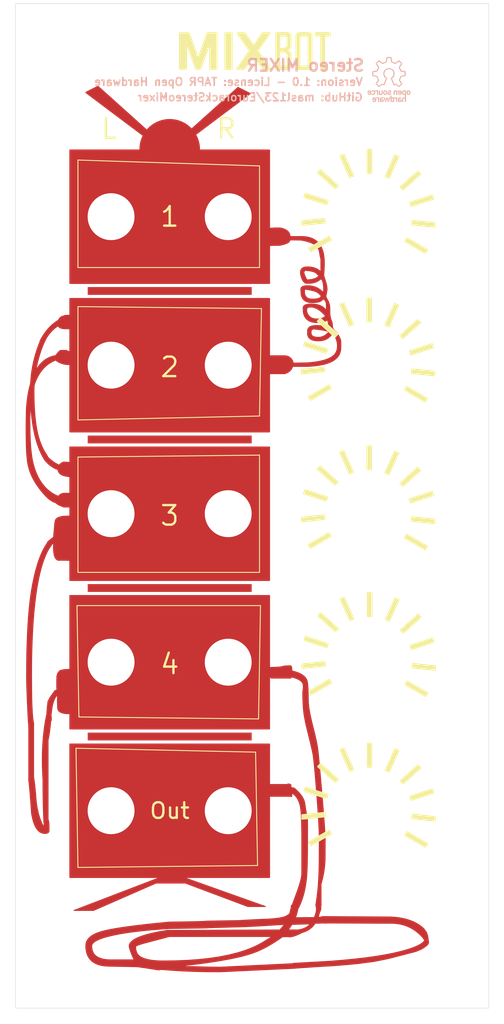
<source format=kicad_pcb>
(kicad_pcb (version 20211014) (generator pcbnew)
  (title_block (comment 1 "Licensed under\n the TAPR Open Hardware License (www.tapr.org/OHL)"))
  (layers (0 "F.Cu" signal) (31 "B.Cu" signal) (34 "B.Paste" user) (35 "F.Paste" user) (36 "B.SilkS" user "B.Silkscreen") (37 "F.SilkS" user "F.Silkscreen") (38 "B.Mask" user) (39 "F.Mask" user) (44 "Edge.Cuts" user))
  (net 0 "")
  (footprint "MountingHole:MountingHole_3.2mm_M3" (layer "F.Cu") (at 113.1 159.5)
    (fp_text reference "REF**" hide)
    (fp_text value "MountingHole_3.2mm_M3")
    (pad "" np_thru_hole circle (at 0 0) (size 3.2 3.2) (drill 3.2) (layers *.Cu *.Mask))
  )
  (footprint "MountingHole:MountingHole_6mm" (layer "F.Cu") (at 87.242565 61.242565)
    (fp_text reference "REF**" hide)
    (fp_text value "MountingHole_6mm")
    (pad "" np_thru_hole circle (at 0 0) (size 6 6) (drill 6) (layers *.Cu *.Mask))
  )
  (footprint "MountingHole:MountingHole_6mm" (layer "F.Cu") (at 87.242565 137.242565)
    (fp_text reference "REF**" hide)
    (fp_text value "MountingHole_6mm")
    (pad "" np_thru_hole circle (at 0 0) (size 6 6) (drill 6) (layers *.Cu *.Mask))
  )
  (footprint "MountingHole:MountingHole_6mm" (layer "F.Cu") (at 87.242565 118.242565)
    (fp_text reference "REF**" hide)
    (fp_text value "MountingHole_6mm")
    (pad "" np_thru_hole circle (at 0 0) (size 6 6) (drill 6) (layers *.Cu *.Mask))
  )
  (footprint "MountingHole:MountingHole_3.2mm_M3" (layer "F.Cu") (at 67.5 37)
    (fp_text reference "REF**" hide)
    (fp_text value "MountingHole_3.2mm_M3")
    (pad "" np_thru_hole circle (at 0 0) (size 3.2 3.2) (drill 3.2) (layers *.Cu *.Mask))
  )
  (footprint "MountingHole:MountingHole_6mm" (layer "F.Cu") (at 72.242565 80.242565)
    (fp_text reference "REF**" hide)
    (fp_text value "MountingHole_6mm")
    (pad "" np_thru_hole circle (at 0 0) (size 6 6) (drill 6) (layers *.Cu *.Mask))
  )
  (footprint "MountingHole:MountingHole_6mm" (layer "F.Cu") (at 72.242565 137.242565)
    (fp_text reference "REF**" hide)
    (fp_text value "MountingHole_6mm")
    (pad "" np_thru_hole circle (at 0 0) (size 6 6) (drill 6) (layers *.Cu *.Mask))
  )
  (footprint "MountingHole:MountingHole_7mm" (layer "F.Cu") (at 105.242565 99.242565)
    (fp_text reference "REF**" hide)
    (fp_text value "MountingHole_7mm")
    (pad "" np_thru_hole circle (at 0 0) (size 7 7) (drill 7) (layers F&B.Cu *.Mask))
  )
  (footprint "MountingHole:MountingHole_7mm" (layer "F.Cu") (at 105.242565 80.242565)
    (fp_text reference "REF**" hide)
    (fp_text value "MountingHole_7mm")
    (pad "" np_thru_hole circle (at 0 0) (size 7 7) (drill 7) (layers F&B.Cu *.Mask))
  )
  (footprint "MountingHole:MountingHole_6mm" (layer "F.Cu") (at 72.242565 118.242565)
    (fp_text reference "REF**" hide)
    (fp_text value "MountingHole_6mm")
    (pad "" np_thru_hole circle (at 0 0) (size 6 6) (drill 6) (layers *.Cu *.Mask))
  )
  (footprint "MountingHole:MountingHole_7mm" (layer "F.Cu") (at 105.270827 118)
    (fp_text reference "REF**" hide)
    (fp_text value "MountingHole_7mm")
    (pad "" np_thru_hole circle (at 0 0) (size 7 7) (drill 7) (layers F&B.Cu *.Mask))
  )
  (footprint "MountingHole:MountingHole_3.2mm_M3" (layer "F.Cu") (at 67.5 159.5)
    (fp_text reference "REF**" hide)
    (fp_text value "MountingHole_3.2mm_M3")
    (pad "" np_thru_hole circle (at 0 0) (size 3.2 3.2) (drill 3.2) (layers *.Cu *.Mask))
  )
  (footprint "MountingHole:MountingHole_3.2mm_M3" (layer "F.Cu") (at 113.1 37)
    (fp_text reference "REF**" hide)
    (fp_text value "MountingHole_3.2mm_M3")
    (pad "" np_thru_hole circle (at 0 0) (size 3.2 3.2) (drill 3.2) (layers *.Cu *.Mask))
  )
  (footprint "MountingHole:MountingHole_6mm" (layer "F.Cu") (at 72.242565 99.242565)
    (fp_text reference "REF**" hide)
    (fp_text value "MountingHole_6mm")
    (pad "" np_thru_hole circle (at 0 0) (size 6 6) (drill 6) (layers *.Cu *.Mask))
  )
  (footprint "MountingHole:MountingHole_6mm" (layer "F.Cu") (at 87.242565 80.242565)
    (fp_text reference "REF**" hide)
    (fp_text value "MountingHole_6mm")
    (pad "" np_thru_hole circle (at 0 0) (size 6 6) (drill 6) (layers *.Cu *.Mask))
  )
  (footprint "MountingHole:MountingHole_7mm" (layer "F.Cu") (at 105.242565 61.242565)
    (fp_text reference "REF**" hide)
    (fp_text value "MountingHole_7mm")
    (pad "" np_thru_hole circle (at 0 0) (size 7 7) (drill 7) (layers F&B.Cu *.Mask))
  )
  (footprint "MountingHole:MountingHole_6mm" (layer "F.Cu") (at 72.242565 61.242565)
    (fp_text reference "REF**" hide)
    (fp_text value "MountingHole_6mm")
    (pad "" np_thru_hole circle (at 0 0) (size 6 6) (drill 6) (layers *.Cu *.Mask))
  )
  (footprint "MountingHole:MountingHole_6mm" (layer "F.Cu") (at 87.242565 99.242565)
    (fp_text reference "REF**" hide)
    (fp_text value "MountingHole_6mm")
    (pad "" np_thru_hole circle (at 0 0) (size 6 6) (drill 6) (layers *.Cu *.Mask))
  )
  (footprint "MountingHole:MountingHole_7mm" (layer "F.Cu") (at 105.242565 137.242565)
    (fp_text reference "REF**" hide)
    (fp_text value "MountingHole_7mm")
    (pad "" np_thru_hole circle (at 0 0) (size 7 7) (drill 7) (layers F&B.Cu *.Mask))
  )
  (gr_rect (start 92.5 52.75) (end 67 69.75) (layer "F.Cu") (width 0.2) (fill solid))
  (gr_poly (pts (xy 69.057673 45.355754) (xy 77.057673 51.355754) (xy 77.807673 51.105754) (xy 70.557673 44.605754)) (layer "F.Cu") (width 0.2) (fill solid))
  (gr_poly (pts (xy 67.337703 98.344125) (xy 67.345673 98.314831) (xy 67.353098 98.282449) (xy 67.359979 98.246978) (xy 67.366314 98.208419) (xy 67.372102 98.16677) (xy 67.377343 98.122032) (xy 67.382036 98.074205) (xy 67.389774 97.969285) (xy 67.39531 97.852008) (xy 67.398636 97.722376) (xy 67.399746 97.580387) (xy 67.398919 97.489311) (xy 67.396439 97.403089) (xy 67.392305 97.321722) (xy 67.386517 97.245208) (xy 67.379076 97.173548) (xy 67.369981 97.106741) (xy 67.359232 97.044787) (xy 67.346829 96.987685) (xy 67.332773 96.935435) (xy 67.317064 96.888036) (xy 67.2997 96.845488) (xy 67.280684 96.80779) (xy 67.260013 96.774943) (xy 67.237689 96.746945) (xy 67.213711 96.723797) (xy 67.188079 96.705497) (xy 67.172992 96.698631) (xy 67.152388 96.692214) (xy 67.126268 96.686245) (xy 67.094633 96.680723) (xy 67.057483 96.675648) (xy 67.014819 96.671019) (xy 66.96664 96.666834) (xy 66.912948 96.663093) (xy 66.789025 96.65694) (xy 66.643051 96.652553) (xy 66.475032 96.649926) (xy 66.284969 96.649052) (xy 66.223989 96.650596) (xy 66.164556 96.655229) (xy 66.106671 96.662949) (xy 66.050332 96.673755) (xy 65.995539 96.687648) (xy 65.942292 96.704625) (xy 65.89059 96.724686) (xy 65.840434 96.74783) (xy 65.791821 96.774057) (xy 65.744753 96.803366) (xy 65.699228 96.835755) (xy 65.655247 96.871224) (xy 65.612809 96.909772) (xy 65.571912 96.951398) (xy 65.532558 96.996102) (xy 65.494746 97.043882) (xy 65.341155 96.97898) (xy 65.190846 96.909474) (xy 65.043816 96.835364) (xy 64.900068 96.756651) (xy 64.7596 96.673334) (xy 64.622413 96.585414) (xy 64.488506 96.49289) (xy 64.35788 96.395763) (xy 64.230534 96.294033) (xy 64.106469 96.187699) (xy 63.985684 96.076762) (xy 63.868179 95.961222) (xy 63.753954 95.841078) (xy 63.64301 95.716332) (xy 63.430961 95.45303) (xy 63.232032 95.171316) (xy 63.046223 94.871191) (xy 62.873533 94.552656) (xy 62.713962 94.21571) (xy 62.56751 93.860353) (xy 62.434175 93.486588) (xy 62.313958 93.094413) (xy 62.206858 92.68383) (xy 62.160721 92.471485) (xy 62.117561 92.243709) (xy 62.04017 91.741857) (xy 61.974686 91.17827) (xy 61.921108 90.552947) (xy 61.879436 89.865883) (xy 61.84967 89.117075) (xy 61.831811 88.30652) (xy 61.825857 87.434214) (xy 61.827842 87.089677) (xy 61.833795 86.75436) (xy 61.843717 86.428277) (xy 61.857607 86.111441) (xy 61.875467 85.803866) (xy 61.897295 85.505563) (xy 61.923092 85.216548) (xy 61.952857 84.936833) (xy 61.988828 85.621827) (xy 62.040223 86.286999) (xy 62.107043 86.932347) (xy 62.189289 87.557868) (xy 62.28696 88.163558) (xy 62.400056 88.749414) (xy 62.528578 89.315433) (xy 62.672524 89.861613) (xy 62.773476 90.186799) (xy 62.878846 90.499202) (xy 62.988635 90.798819) (xy 63.102842 91.085647) (xy 63.221468 91.359682) (xy 63.344513 91.620921) (xy 63.471976 91.86936) (xy 63.603857 92.104997) (xy 63.603871 92.105882) (xy 63.603913 92.106739) (xy 63.603984 92.107567) (xy 63.604082 92.108368) (xy 63.604208 92.109141) (xy 63.604361 92.109885) (xy 63.604543 92.110602) (xy 63.604752 92.111291) (xy 63.60499 92.111951) (xy 63.605254 92.112584) (xy 63.605547 92.113188) (xy 63.605867 92.113764) (xy 63.606214 92.114312) (xy 63.606589 92.114833) (xy 63.606991 92.115325) (xy 63.60742 92.115788) (xy 63.607877 92.116224) (xy 63.608361 92.116632) (xy 63.608873 92.117012) (xy 63.609411 92.117363) (xy 63.609976 92.117687) (xy 63.610569 92.117982) (xy 63.611188 92.118249) (xy 63.611835 92.118488) (xy 63.612508 92.118699) (xy 63.613208 92.118882) (xy 63.613935 92.119037) (xy 63.614688 92.119164) (xy 63.615469 92.119262) (xy 63.616275 92.119333) (xy 63.617109 92.119375) (xy 63.617969 92.119389) (xy 63.622318 92.12209) (xy 63.626528 92.124902) (xy 63.630599 92.127825) (xy 63.634532 92.130858) (xy 63.638326 92.134002) (xy 63.641981 92.137256) (xy 63.645498 92.140621) (xy 63.648876 92.144097) (xy 63.652116 92.147682) (xy 63.655217 92.151378) (xy 63.65818 92.155185) (xy 63.661005 92.159101) (xy 63.663691 92.163128) (xy 63.666239 92.167265) (xy 63.668649 92.171512) (xy 63.670921 92.175868) (xy 63.673054 92.180335) (xy 63.67505 92.184912) (xy 63.676907 92.189599) (xy 63.678627 92.194395) (xy 63.680209 92.199301) (xy 63.681653 92.204317) (xy 63.682959 92.209442) (xy 63.684128 92.214677) (xy 63.685159 92.220022) (xy 63.686052 92.225476) (xy 63.687426 92.236712) (xy 63.68825 92.248386) (xy 63.688524 92.260496) (xy 63.688524 92.274613) (xy 63.774018 92.381958) (xy 63.861165 92.485339) (xy 63.949965 92.584756) (xy 64.04042 92.680209) (xy 64.132528 92.771697) (xy 64.22629 92.859218) (xy 64.321705 92.942773) (xy 64.418774 93.022359) (xy 64.517497 93.097977) (xy 64.617873 93.169625) (xy 64.719903 93.237302) (xy 64.823586 93.301009) (xy 64.928924 93.360743) (xy 65.035914 93.416504) (xy 65.144559 93.468292) (xy 65.254857 93.516105) (xy 65.279741 93.526556) (xy 65.305075 93.536535) (xy 65.330859 93.546044) (xy 65.357092 93.555087) (xy 65.383776 93.563667) (xy 65.410909 93.571787) (xy 65.438491 93.579451) (xy 65.466524 93.586662) (xy 65.46954 93.633727) (xy 65.475096 93.679571) (xy 65.483191 93.724193) (xy 65.493825 93.767596) (xy 65.506997 93.809779) (xy 65.522707 93.850746) (xy 65.540954 93.890496) (xy 65.561739 93.929031) (xy 65.58506 93.966352) (xy 65.610918 94.002461) (xy 65.639311 94.037358) (xy 65.67024 94.071046) (xy 65.703704 94.103524) (xy 65.739703 94.134794) (xy 65.778235 94.164859) (xy 65.819302 94.193717) (xy 65.834264 94.204358) (xy 65.850998 94.21511) (xy 65.869503 94.225974) (xy 65.889778 94.236949) (xy 65.911823 94.248034) (xy 65.935636 94.25923) (xy 65.961217 94.270536) (xy 65.988564 94.281951) (xy 66.017678 94.293475) (xy 66.048557 94.305107) (xy 66.081201 94.316848) (xy 66.115608 94.328697) (xy 66.18971 94.352717) (xy 66.270857 94.377165) (xy 66.285975 94.382453) (xy 66.303071 94.387737) (xy 66.322147 94.393016) (xy 66.343203 94.398292) (xy 66.391259 94.408841) (xy 66.447246 94.419393) (xy 66.51117 94.429959) (xy 66.583039 94.440547) (xy 66.662858 94.451169) (xy 66.750634 94.461833) (xy 66.99765 94.504129) (xy 67.062896 94.514736) (xy 67.089302 94.518278) (xy 67.097861 94.520245) (xy 67.101932 94.521395) (xy 67.105865 94.522655) (xy 67.109659 94.524027) (xy 67.113314 94.525509) (xy 67.116831 94.527102) (xy 67.120209 94.528806) (xy 67.123449 94.530621) (xy 67.12655 94.532547) (xy 67.129513 94.534583) (xy 67.132338 94.536731) (xy 67.135024 94.538989) (xy 67.137572 94.541358) (xy 67.139982 94.543838) (xy 67.142253 94.546428) (xy 67.144387 94.54913) (xy 67.146383 94.551942) (xy 67.14824 94.554865) (xy 67.14996 94.557899) (xy 67.151542 94.561043) (xy 67.152986 94.564299) (xy 67.154292 94.567665) (xy 67.15546 94.571142) (xy 67.156491 94.57473) (xy 67.157384 94.578428) (xy 67.15814 94.582238) (xy 67.158758 94.586158) (xy 67.159239 94.590189) (xy 67.159582 94.59433) (xy 67.159857 94.602946) (xy 67.173968 94.602946) (xy 67.184277 94.584447) (xy 67.194036 94.564301) (xy 67.203246 94.542508) (xy 67.211905 94.519066) (xy 67.220014 94.493976) (xy 67.227571 94.467237) (xy 67.234577 94.438849) (xy 67.241031 94.408811) (xy 67.246933 94.377122) (xy 67.252282 94.343783) (xy 67.257078 94.308792) (xy 67.26132 94.27215) (xy 67.265009 94.233856) (xy 67.268143 94.193909) (xy 67.270722 94.152309) (xy 67.272746 94.109056) (xy 67.315079 92.881108) (xy 67.314858 92.874013) (xy 67.314193 92.866807) (xy 67.313087 92.859489) (xy 67.311538 92.85206) (xy 67.309548 92.84452) (xy 67.307117 92.83687) (xy 67.304245 92.82911) (xy 67.300933 92.82124) (xy 67.297181 92.813261) (xy 67.292989 92.805173) (xy 67.288359 92.796977) (xy 67.283289 92.788673) (xy 67.277782 92.780262) (xy 67.271837 92.771743) (xy 67.265454 92.763118) (xy 67.258634 92.754386) (xy 67.046968 92.725883) (xy 66.977515 92.722166) (xy 66.917322 92.718002) (xy 66.86639 92.713396) (xy 66.824718 92.708349) (xy 66.792306 92.702866) (xy 66.779573 92.699962) (xy 66.769155 92.696949) (xy 66.761052 92.69383) (xy 66.755265 92.690603) (xy 66.751792 92.687269) (xy 66.750634 92.68383) (xy 66.17208 92.655326) (xy 66.125225 92.673437) (xy 66.079913 92.692423) (xy 66.036142 92.712284) (xy 65.993914 92.733022) (xy 65.953228 92.754638) (xy 65.914086 92.777133) (xy 65.876487 92.800509) (xy 65.840433 92.824767) (xy 65.805923 92.849907) (xy 65.772958 92.875932) (xy 65.741538 92.902842) (xy 65.711665 92.930639) (xy 65.683337 92.959324) (xy 65.656556 92.988898) (xy 65.631322 93.019362) (xy 65.607635 93.050718) (xy 65.562021 93.032609) (xy 65.516834 93.013622) (xy 65.472077 92.993756) (xy 65.427753 92.973006) (xy 65.383866 92.951369) (xy 65.340419 92.928843) (xy 65.297415 92.905423) (xy 65.254857 92.881108) (xy 65.179464 92.839852) (xy 65.104946 92.797155) (xy 65.031303 92.753019) (xy 64.958537 92.707445) (xy 64.886649 92.660434) (xy 64.81564 92.611988) (xy 64.745512 92.562106) (xy 64.676266 92.510792) (xy 64.607903 92.458046) (xy 64.540424 92.403869) (xy 64.473831 92.348262) (xy 64.408124 92.291228) (xy 64.343306 92.232766) (xy 64.279377 92.172879) (xy 64.216338 92.111567) (xy 64.154191 92.048832) (xy 64.131701 92.004951) (xy 64.106566 91.957974) (xy 64.078784 91.907902) (xy 64.048357 91.854734) (xy 64.015285 91.798471) (xy 63.979566 91.739112) (xy 63.941201 91.676657) (xy 63.900191 91.611106) (xy 63.88608 91.596989) (xy 63.809443 91.477226) (xy 63.734792 91.354262) (xy 63.662125 91.228099) (xy 63.591444 91.098737) (xy 63.522749 90.966176) (xy 63.456041 90.830418) (xy 63.391319 90.691464) (xy 63.328585 90.549314) (xy 63.267839 90.403969) (xy 63.20908 90.255431) (xy 63.15231 90.103698) (xy 63.097529 89.948774) (xy 63.044737 89.790657) (xy 62.993935 89.62935) (xy 62.945123 89.464853) (xy 62.898302 89.297166) (xy 62.83166 89.031917) (xy 62.769318 88.754757) (xy 62.657531 88.164704) (xy 62.562943 87.527013) (xy 62.485552 86.84169) (xy 62.425359 86.108743) (xy 62.382364 85.328177) (xy 62.356568 84.5) (xy 62.347969 83.624217) (xy 62.349719 83.413446) (xy 62.354989 83.204448) (xy 62.363804 82.997195) (xy 62.376191 82.791661) (xy 62.481363 82.489668) (xy 62.595795 82.201017) (xy 62.719488 81.925707) (xy 62.852441 81.663738) (xy 62.994654 81.415108) (xy 63.146128 81.179818) (xy 63.306863 80.957867) (xy 63.476857 80.749255) (xy 63.656113 80.553981) (xy 63.844628 80.372045) (xy 64.042404 80.203446) (xy 64.249441 80.048184) (xy 64.465738 79.906258) (xy 64.691295 79.777669) (xy 64.926113 79.662415) (xy 65.170191 79.560496) (xy 65.18678 79.579867) (xy 65.204799 79.599245) (xy 65.224249 79.618628) (xy 65.245129 79.638016) (xy 65.267442 79.65741) (xy 65.291188 79.676808) (xy 65.316367 79.69621) (xy 65.342981 79.715615) (xy 65.37103 79.735024) (xy 65.400516 79.754436) (xy 65.431438 79.773851) (xy 65.463799 79.793267) (xy 65.497598 79.812685) (xy 65.532836 79.832104) (xy 65.569515 79.851525) (xy 65.607635 79.870945) (xy 65.672719 79.900072) (xy 65.737478 79.927551) (xy 65.801912 79.953383) (xy 65.866019 79.977566) (xy 65.929798 80.000101) (xy 65.993249 80.020987) (xy 66.056371 80.040223) (xy 66.119163 80.05781) (xy 66.181624 80.073746) (xy 66.243754 80.088031) (xy 66.305552 80.100665) (xy 66.367016 80.111648) (xy 66.428146 80.120979) (xy 66.488941 80.128657) (xy 66.549401 80.134682) (xy 66.609524 80.139054) (xy 66.919969 80.139054) (xy 66.935347 80.124429) (xy 66.949734 80.108813) (xy 66.963128 80.092205) (xy 66.975531 80.074607) (xy 66.986941 80.056017) (xy 66.997359 80.036438) (xy 67.006785 80.015869) (xy 67.015218 79.994311) (xy 67.02266 79.971764) (xy 67.029109 79.948228) (xy 67.034566 79.923704) (xy 67.039031 79.898193) (xy 67.042503 79.871694) (xy 67.044984 79.844208) (xy 67.046472 79.815736) (xy 67.046968 79.786277) (xy 67.047863 79.646837) (xy 67.050531 79.539227) (xy 67.052522 79.49735) (xy 67.054945 79.46342) (xy 67.057799 79.437434) (xy 67.061079 79.419389) (xy 67.073025 79.388558) (xy 67.084203 79.356074) (xy 67.094613 79.321937) (xy 67.104255 79.286148) (xy 67.113127 79.248707) (xy 67.121231 79.209615) (xy 67.128564 79.168872) (xy 67.135127 79.126477) (xy 67.14092 79.082433) (xy 67.145941 79.036738) (xy 67.150192 78.989394) (xy 67.15367 78.940401) (xy 67.156376 78.889759) (xy 67.158309 78.837469) (xy 67.15947 78.783531) (xy 67.159857 78.727946) (xy 67.159691 78.720091) (xy 67.159195 78.712401) (xy 67.158368 78.704877) (xy 67.157211 78.697518) (xy 67.155723 78.690324) (xy 67.153904 78.683295) (xy 67.151754 78.676432) (xy 67.149273 78.669733) (xy 67.146462 78.663199) (xy 67.14332 78.656831) (xy 67.139848 78.650627) (xy 67.136044 78.644588) (xy 67.13191 78.638713) (xy 67.127445 78.633004) (xy 67.12265 78.627459) (xy 67.117524 78.622078) (xy 67.112067 78.616862) (xy 67.106279 78.611811) (xy 67.10016 78.606924) (xy 67.093711 78.602201) (xy 67.086931 78.597643) (xy 67.079821 78.593249) (xy 67.072379 78.589019) (xy 67.064607 78.584953) (xy 67.056504 78.581051) (xy 67.048071 78.577314) (xy 67.030211 78.57033) (xy 67.011029 78.564002) (xy 66.990524 78.558329) (xy 66.90566 78.530826) (xy 66.82739 78.504626) (xy 66.755723 78.479737) (xy 66.690663 78.456163) (xy 66.632217 78.433913) (xy 66.580393 78.412993) (xy 66.535197 78.393409) (xy 66.496635 78.375169) (xy 65.833412 78.375169) (xy 65.820974 78.376414) (xy 65.80837 78.378402) (xy 65.795601 78.381136) (xy 65.782666 78.384613) (xy 65.769567 78.388835) (xy 65.756302 78.393802) (xy 65.742872 78.399513) (xy 65.729277 78.405968) (xy 65.701593 78.421113) (xy 65.673249 78.439236) (xy 65.644246 78.460339) (xy 65.614585 78.484421) (xy 65.584265 78.511483) (xy 65.553288 78.541526) (xy 65.521653 78.574549) (xy 65.489362 78.610553) (xy 65.456414 78.64954) (xy 65.42281 78.691508) (xy 65.38855 78.736458) (xy 65.353635 78.784391) (xy 65.326051 78.819195) (xy 65.29981 78.853123) (xy 65.274905 78.886172) (xy 65.251329 78.918338) (xy 65.229077 78.949618) (xy 65.208141 78.980009) (xy 65.188514 79.009507) (xy 65.170191 79.038108) (xy 64.966518 79.074065) (xy 64.768248 79.121929) (xy 64.575382 79.181698) (xy 64.387919 79.253373) (xy 64.205859 79.336954) (xy 64.0292 79.432442) (xy 63.857943 79.539836) (xy 63.692087 79.659136) (xy 63.531632 79.790342) (xy 63.376578 79.933454) (xy 63.226923 80.088473) (xy 63.082668 80.255398) (xy 62.943812 80.434229) (xy 62.810355 80.624967) (xy 62.682296 80.827611) (xy 62.559635 81.042161) (xy 62.61914 80.721077) (xy 62.684832 80.400012) (xy 62.756709 80.07896) (xy 62.834767 79.757914) (xy 62.919003 79.436869) (xy 63.009414 79.115817) (xy 63.105996 78.794752) (xy 63.208747 78.473667) (xy 63.290938 78.240421) (xy 63.375368 78.01334) (xy 63.462027 77.792425) (xy 63.550906 77.577676) (xy 63.641993 77.369092) (xy 63.735281 77.166674) (xy 63.830757 76.97042) (xy 63.928413 76.780332) (xy 63.942524 76.766502) (xy 63.970746 76.709776) (xy 64.052641 76.584806) (xy 64.136084 76.463793) (xy 64.221073 76.346739) (xy 64.307609 76.233646) (xy 64.395692 76.124515) (xy 64.48532 76.019348) (xy 64.576493 75.918147) (xy 64.669211 75.820912) (xy 64.763474 75.727647) (xy 64.859281 75.638352) (xy 64.956631 75.55303) (xy 65.055525 75.471681) (xy 65.155961 75.394308) (xy 65.25794 75.320912) (xy 65.361461 75.251494) (xy 65.466524 75.186057) (xy 65.478711 75.21119) (xy 65.492361 75.235468) (xy 65.507471 75.258894) (xy 65.524044 75.281466) (xy 65.542078 75.303185) (xy 65.561574 75.32405) (xy 65.582531 75.344062) (xy 65.60495 75.363221) (xy 65.62883 75.381527) (xy 65.654171 75.398979) (xy 65.680974 75.415578) (xy 65.709238 75.431324) (xy 65.738963 75.446217) (xy 65.77015 75.460256) (xy 65.802797 75.473442) (xy 65.836905 75.485774) (xy 65.872475 75.497254) (xy 65.909505 75.50788) (xy 65.947997 75.517653) (xy 65.987949 75.526572) (xy 66.029362 75.534638) (xy 66.072236 75.541851) (xy 66.11657 75.548211) (xy 66.162365 75.553718) (xy 66.258337 75.562171) (xy 66.360151 75.56721) (xy 66.467806 75.568837) (xy 66.581302 75.567051) (xy 67.159857 75.580882) (xy 67.166732 75.569914) (xy 67.173283 75.558179) (xy 67.179508 75.545675) (xy 67.185407 75.532401) (xy 67.190978 75.518357) (xy 67.196221 75.503542) (xy 67.201135 75.487954) (xy 67.205719 75.471593) (xy 67.209972 75.454458) (xy 67.213893 75.436549) (xy 67.217482 75.417864) (xy 67.220738 75.398403) (xy 67.22366 75.378165) (xy 67.226247 75.357149) (xy 67.228499 75.335353) (xy 67.230413 75.312779) (xy 67.272747 75.016441) (xy 67.272747 73.972221) (xy 67.244524 73.916056) (xy 67.018746 73.887553) (xy 66.510746 73.887553) (xy 66.496635 73.901664) (xy 66.397857 73.901664) (xy 66.382257 73.900249) (xy 66.367206 73.899494) (xy 66.352704 73.8994) (xy 66.338753 73.899967) (xy 66.325353 73.901193) (xy 66.312504 73.903079) (xy 66.300206 73.905624) (xy 66.28846 73.908827) (xy 66.277267 73.912689) (xy 66.266626 73.917208) (xy 66.256539 73.922384) (xy 66.247005 73.928218) (xy 66.238025 73.934707) (xy 66.229599 73.941853) (xy 66.221728 73.949654) (xy 66.214412 73.95811) (xy 66.162322 73.966411) (xy 66.111886 73.977133) (xy 66.063104 73.990276) (xy 66.015975 74.00584) (xy 65.9705 74.023824) (xy 65.926678 74.04423) (xy 65.88451 74.067057) (xy 65.843996 74.092304) (xy 65.805135 74.119973) (xy 65.767928 74.150063) (xy 65.732375 74.182574) (xy 65.698475 74.217505) (xy 65.666229 74.254858) (xy 65.635637 74.294632) (xy 65.606698 74.336827) (xy 65.579412 74.381443) (xy 65.569053 74.395837) (xy 65.559141 74.410657) (xy 65.549672 74.425906) (xy 65.540642 74.441589) (xy 65.532049 74.457708) (xy 65.52389 74.474267) (xy 65.51616 74.49127) (xy 65.508857 74.50872) (xy 65.330981 74.618357) (xy 65.157186 74.735601) (xy 64.987471 74.860451) (xy 64.821836 74.992908) (xy 64.66028 75.132972) (xy 64.502804 75.280642) (xy 64.349406 75.435919) (xy 64.200087 75.598803) (xy 64.054846 75.769294) (xy 63.913682 75.947391) (xy 63.776595 76.133095) (xy 63.643584 76.326406) (xy 63.51465 76.527324) (xy 63.389792 76.735848) (xy 63.269009 76.95198) (xy 63.152302 77.175718) (xy 63.194635 77.175718) (xy 63.131796 77.318343) (xy 63.070281 77.464059) (xy 63.010088 77.612864) (xy 62.951218 77.764754) (xy 62.893671 77.919726) (xy 62.837447 78.077777) (xy 62.782546 78.238904) (xy 62.728968 78.403105) (xy 62.571739 78.910259) (xy 62.431727 79.422704) (xy 62.308926 79.940441) (xy 62.203329 80.46347) (xy 62.114931 80.99179) (xy 62.043724 81.5254) (xy 61.989702 82.064302) (xy 61.952857 82.608494) (xy 61.918409 82.721317) (xy 61.885759 82.834137) (xy 61.854908 82.946956) (xy 61.825857 83.059776) (xy 61.74844 83.38549) (xy 61.678533 83.720446) (xy 61.616134 84.06465) (xy 61.561239 84.418108) (xy 61.513845 84.780827) (xy 61.473949 85.152813) (xy 61.441547 85.534073) (xy 61.416635 85.924613) (xy 61.388413 87.392161) (xy 61.383016 87.904437) (xy 61.381217 88.425627) (xy 61.383016 88.955654) (xy 61.388413 89.494438) (xy 61.394564 90.014675) (xy 61.406026 90.502674) (xy 61.422792 90.958447) (xy 61.444858 91.382007) (xy 61.472214 91.773368) (xy 61.504856 92.132543) (xy 61.542777 92.459544) (xy 61.585969 92.754386) (xy 61.62764 92.981872) (xy 61.678573 93.209245) (xy 61.738765 93.436507) (xy 61.808219 93.663658) (xy 61.886932 93.890698) (xy 61.974906 94.117628) (xy 62.07214 94.344447) (xy 62.178635 94.571157) (xy 62.29439 94.797758) (xy 62.419406 95.02425) (xy 62.553682 95.250634) (xy 62.697219 95.47691) (xy 62.850015 95.703078) (xy 63.012073 95.92914) (xy 63.18339 96.155094) (xy 63.363969 96.380943) (xy 63.495321 96.54036) (xy 63.624796 96.690636) (xy 63.752394 96.83177) (xy 63.878116 96.963761) (xy 64.001962 97.086609) (xy 64.123934 97.200314) (xy 64.244033 97.304875) (xy 64.362259 97.400292) (xy 64.478613 97.486564) (xy 64.593096 97.563691) (xy 64.705708 97.631673) (xy 64.816451 97.690509) (xy 64.925326 97.740198) (xy 65.032333 97.780741) (xy 65.137472 97.812137) (xy 65.240746 97.834385) (xy 65.240746 97.904942) (xy 65.28308 97.89055) (xy 65.285169 97.897655) (xy 65.287892 97.904844) (xy 65.291248 97.912115) (xy 65.295237 97.919468) (xy 65.29986 97.926904) (xy 65.305116 97.934422) (xy 65.311006 97.942023) (xy 65.317528 97.949706) (xy 65.324685 97.957471) (xy 65.332474 97.965318) (xy 65.340897 97.973248) (xy 65.349953 97.981259) (xy 65.359643 97.989353) (xy 65.369965 97.997529) (xy 65.392511 98.014126) (xy 65.41759 98.031051) (xy 65.445203 98.048302) (xy 65.475349 98.065881) (xy 65.508028 98.083785) (xy 65.543241 98.102016) (xy 65.580987 98.120572) (xy 65.621267 98.139453) (xy 65.66408 98.158659) (xy 65.755361 98.198652) (xy 65.838705 98.233761) (xy 65.914111 98.263995) (xy 65.98158 98.289364) (xy 66.041111 98.309878) (xy 66.092705 98.325546) (xy 66.136361 98.336379) (xy 66.155212 98.339986) (xy 66.17208 98.342387) (xy 66.17208 98.370329) (xy 67.32919 98.370329)) (layer "F.Cu") (width 0.16) (fill solid))
  (gr_circle (center 79.75 52.631043) (end 83.631044 52.631043) (layer "F.Cu") (width 0) (fill solid))
  (gr_rect (start 90.25 127.25) (end 69.25 128.25) (layer "F.Cu") (width 0) (fill solid))
  (gr_poly (pts (xy 94 62.75) (xy 94.09367 62.772021) (xy 94.183288 62.796196) (xy 94.268853 62.822525) (xy 94.350364 62.851006) (xy 94.427822 62.881637) (xy 94.501225 62.914416) (xy 94.570572 62.949343) (xy 94.635865 62.986416) (xy 94.697101 63.025632) (xy 94.75428 63.066991) (xy 94.807402 63.110491) (xy 94.856467 63.15613) (xy 94.901473 63.203907) (xy 94.942421 63.25382) (xy 94.97931 63.305868) (xy 94.994994 63.330789) (xy 95.0099 63.356736) (xy 95.024027 63.383711) (xy 95.037374 63.411713) (xy 95.049939 63.440745) (xy 95.061722 63.470808) (xy 95.072722 63.501902) (xy 95.082937 63.534028) (xy 95.092367 63.567188) (xy 95.10101 63.601383) (xy 95.108866 63.636613) (xy 95.115933 63.672879) (xy 95.12221 63.710184) (xy 95.127698 63.748527) (xy 95.132393 63.78791) (xy 95.136296 63.828333) (xy 96.645833 63.828333) (xy 96.922136 63.836523) (xy 97.184439 63.861091) (xy 97.432739 63.902038) (xy 97.667036 63.959362) (xy 97.778931 63.994166) (xy 97.887325 64.033064) (xy 97.992217 64.076056) (xy 98.093607 64.123143) (xy 98.191494 64.174323) (xy 98.285878 64.229598) (xy 98.376759 64.288966) (xy 98.464136 64.352428) (xy 98.54801 64.419984) (xy 98.62838 64.491634) (xy 98.705246 64.567377) (xy 98.778607 64.647214) (xy 98.848464 64.731145) (xy 98.914816 64.819169) (xy 98.977662 64.911287) (xy 99.037003 65.007498) (xy 99.092838 65.107802) (xy 99.145167 65.212199) (xy 99.239307 65.433273) (xy 99.319419 65.67072) (xy 99.385502 65.924538) (xy 99.420559 66.100519) (xy 99.449786 66.285297) (xy 99.473175 66.478872) (xy 99.49072 66.681246) (xy 99.50241 66.892416) (xy 99.508238 67.112384) (xy 99.508195 67.341149) (xy 99.502274 67.578712) (xy 99.491349 67.844491) (xy 99.476521 68.132264) (xy 99.457724 68.442063) (xy 99.434891 68.773922) (xy 99.435722 68.779334) (xy 99.438214 68.789748) (xy 99.448176 68.825582) (xy 99.464769 68.881426) (xy 99.487985 68.957279) (xy 99.554252 69.169011) (xy 99.64691 69.46078) (xy 99.696621 69.621747) (xy 99.739664 69.774973) (xy 99.77605 69.920461) (xy 99.805793 70.05821) (xy 99.828905 70.188219) (xy 99.845399 70.31049) (xy 99.855285 70.425021) (xy 99.858578 70.531814) (xy 99.858305 70.544646) (xy 99.857486 70.559595) (xy 99.854207 70.595843) (xy 99.848737 70.640557) (xy 99.841072 70.693739) (xy 99.831207 70.755387) (xy 99.819139 70.825501) (xy 99.804862 70.904082) (xy 99.788375 70.99113) (xy 99.735194 71.266297) (xy 99.717467 71.362605) (xy 99.717773 71.381052) (xy 99.718689 71.399613) (xy 99.720216 71.418287) (xy 99.722351 71.437075) (xy 99.725094 71.455974) (xy 99.728444 71.474983) (xy 99.732399 71.494102) (xy 99.736959 71.51333) (xy 99.742122 71.532665) (xy 99.747888 71.552107) (xy 99.754256 71.571654) (xy 99.761224 71.591305) (xy 99.768791 71.61106) (xy 99.776957 71.630917) (xy 99.78572 71.650875) (xy 99.795079 71.670934) (xy 99.807746 71.69688) (xy 99.822727 71.726298) (xy 99.840024 71.759189) (xy 99.859637 71.795553) (xy 99.881564 71.835389) (xy 99.905807 71.878698) (xy 99.961238 71.975734) (xy 99.991173 72.032086) (xy 100.019199 72.08922) (xy 100.045319 72.147135) (xy 100.069534 72.205828) (xy 100.091845 72.265296) (xy 100.112253 72.325536) (xy 100.130761 72.386546) (xy 100.14737 72.448324) (xy 100.162082 72.510866) (xy 100.174897 72.574171) (xy 100.185818 72.638235) (xy 100.194847 72.703057) (xy 100.201984 72.768632) (xy 100.207231 72.83496) (xy 100.210589 72.902037) (xy 100.212061 72.969861) (xy 100.213126 73.231683) (xy 100.216339 73.447302) (xy 100.221736 73.616817) (xy 100.229348 73.740327) (xy 100.240956 73.858846) (xy 100.256198 73.973376) (xy 100.27507 74.083928) (xy 100.297567 74.190516) (xy 100.323686 74.293152) (xy 100.353422 74.391848) (xy 100.386771 74.486616) (xy 100.4048 74.532531) (xy 100.42373 74.577468) (xy 100.43232 74.597056) (xy 100.440627 74.617322) (xy 100.448651 74.638267) (xy 100.456388 74.659892) (xy 100.463839 74.682197) (xy 100.471 74.705182) (xy 100.48445 74.753196) (xy 100.496726 74.803939) (xy 100.507816 74.857414) (xy 100.517707 74.913626) (xy 100.526387 74.972579) (xy 100.530803 75.006049) (xy 100.535322 75.044541) (xy 100.544687 75.136578) (xy 100.554515 75.248657) (xy 100.564839 75.380744) (xy 100.568006 75.40967) (xy 100.573139 75.438768) (xy 100.580239 75.468035) (xy 100.589303 75.497469) (xy 100.60033 75.527069) (xy 100.613321 75.556833) (xy 100.628273 75.586757) (xy 100.645185 75.616841) (xy 100.664057 75.647081) (xy 100.684888 75.677477) (xy 100.707676 75.708026) (xy 100.732421 75.738725) (xy 100.759121 75.769574) (xy 100.787775 75.800569) (xy 100.818383 75.831708) (xy 100.850943 75.862991) (xy 100.993493 75.997344) (xy 101.096255 76.095648) (xy 101.159264 76.157968) (xy 101.175871 76.175656) (xy 101.182553 76.184371) (xy 101.268643 76.342012) (xy 101.344886 76.485258) (xy 101.41129 76.614101) (xy 101.467862 76.728531) (xy 101.514612 76.828543) (xy 101.551548 76.914126) (xy 101.578677 76.985272) (xy 101.596009 77.041974) (xy 101.599403 77.058573) (xy 101.602575 77.079131) (xy 101.608251 77.13212) (xy 101.613043 77.200935) (xy 101.616955 77.285567) (xy 101.61999 77.386008) (xy 101.622152 77.50225) (xy 101.623447 77.634284) (xy 101.623877 77.782102) (xy 101.623 77.890081) (xy 101.620366 77.991756) (xy 101.615971 78.087106) (xy 101.609811 78.17611) (xy 101.601881 78.258747) (xy 101.592177 78.334997) (xy 101.580696 78.40484) (xy 101.567433 78.468253) (xy 101.553369 78.525987) (xy 101.537503 78.58277) (xy 101.519836 78.638606) (xy 101.500367 78.693496) (xy 101.479098 78.747442) (xy 101.45603 78.800444) (xy 101.431162 78.852505) (xy 101.404495 78.903626) (xy 101.376029 78.953808) (xy 101.345766 79.003053) (xy 101.313706 79.051363) (xy 101.279848 79.09874) (xy 101.244195 79.145184) (xy 101.206746 79.190697) (xy 101.167501 79.235281) (xy 101.126462 79.278938) (xy 101.00186 79.395714) (xy 100.863003 79.505932) (xy 100.709892 79.609592) (xy 100.542527 79.706692) (xy 100.360907 79.797231) (xy 100.165033 79.881208) (xy 99.954904 79.958622) (xy 99.730521 80.029472) (xy 99.491883 80.093758) (xy 99.238991 80.151477) (xy 98.971844 80.202629) (xy 98.690443 80.247213) (xy 98.394788 80.285228) (xy 98.084878 80.316673) (xy 97.760714 80.341546) (xy 97.422295 80.359847) (xy 95.457677 80.359847) (xy 95.445654 80.402595) (xy 95.432337 80.444591) (xy 95.417723 80.485843) (xy 95.401805 80.526358) (xy 95.384582 80.566147) (xy 95.366048 80.605215) (xy 95.346199 80.643573) (xy 95.325032 80.681228) (xy 95.29105 80.736316) (xy 95.254454 80.789132) (xy 95.215245 80.839678) (xy 95.173421 80.887957) (xy 95.128982 80.93397) (xy 95.081928 80.97772) (xy 95.032258 81.019208) (xy 94.979972 81.058437) (xy 94.925068 81.095409) (xy 94.867548 81.130125) (xy 94.807409 81.162589) (xy 94.744652 81.192801) (xy 94.679276 81.220765) (xy 94.61128 81.246481) (xy 94.540665 81.269953) (xy 94.467429 81.291183) (xy 92.666499 81.291183) (xy 92.640057 81.282384) (xy 92.620594 81.2761) (xy 92.608208 81.272329) (xy 92.604701 81.271386) (xy 92.602999 81.271072) (xy 92.60147 81.269751) (xy 92.59999 81.268368) (xy 92.598559 81.266923) (xy 92.597178 81.265416) (xy 92.595846 81.263846) (xy 92.594563 81.262213) (xy 92.59333 81.260517) (xy 92.592146 81.258759) (xy 92.589925 81.255052) (xy 92.587899 81.251093) (xy 92.586069 81.246879) (xy 92.584434 81.24241) (xy 92.582994 81.237685) (xy 92.581746 81.232702) (xy 92.580693 81.227461) (xy 92.579832 81.22196) (xy 92.579163 81.216199) (xy 92.578686 81.210176) (xy 92.5784 81.203892) (xy 92.578305 81.197343) (xy 92.578866 81.172623) (xy 92.580543 81.143711) (xy 92.583328 81.110615) (xy 92.587213 81.073343) (xy 92.592189 81.031904) (xy 92.598248 80.986306) (xy 92.605382 80.936557) (xy 92.613583 80.882665) (xy 92.621885 80.828724) (xy 92.629067 80.778822) (xy 92.635132 80.732963) (xy 92.640085 80.691151) (xy 92.643931 80.653391) (xy 92.646672 80.619687) (xy 92.648314 80.590042) (xy 92.648861 80.56446) (xy 92.648034 80.455769) (xy 92.645559 80.353813) (xy 92.641438 80.258612) (xy 92.635676 80.170187) (xy 92.628276 80.088558) (xy 92.619244 80.013746) (xy 92.608583 79.945772) (xy 92.596297 79.884656) (xy 92.583778 79.825173) (xy 92.572942 79.763929) (xy 92.563784 79.700916) (xy 92.5563 79.636125) (xy 92.550487 79.569548) (xy 92.54634 79.501177) (xy 92.543854 79.431003) (xy 92.543027 79.359018) (xy 92.541407 79.343887) (xy 92.540249 79.328657) (xy 92.539555 79.313327) (xy 92.539324 79.297898) (xy 92.539555 79.28237) (xy 92.540249 79.266744) (xy 92.541407 79.251018) (xy 92.543027 79.235193) (xy 92.544986 79.220454) (xy 92.547424 79.206401) (xy 92.550339 79.193033) (xy 92.553731 79.180347) (xy 92.557599 79.168344) (xy 92.56194 79.157021) (xy 92.566755 79.146379) (xy 92.572043 79.136416) (xy 92.577802 79.12713) (xy 92.584031 79.118522) (xy 92.590729 79.11059) (xy 92.597895 79.103332) (xy 92.605529 79.096748) (xy 92.613629 79.090837) (xy 92.622193 79.085598) (xy 92.631222 79.081029) (xy 94.431799 79.081029) (xy 94.495444 79.082005) (xy 94.557524 79.085725) (xy 94.618038 79.092191) (xy 94.676985 79.101402) (xy 94.734363 79.113358) (xy 94.790171 79.128059) (xy 94.844406 79.145504) (xy 94.897069 79.165695) (xy 94.948156 79.188632) (xy 94.997666 79.214313) (xy 95.045598 79.242739) (xy 95.091951 79.27391) (xy 95.136722 79.307826) (xy 95.17991 79.344488) (xy 95.221514 79.383894) (xy 95.261532 79.426046) (xy 95.291517 79.45985) (xy 95.31956 79.49353) (xy 95.345662 79.527085) (xy 95.369824 79.560515) (xy 95.392047 79.593818) (xy 95.412333 79.626995) (xy 95.430681 79.660045) (xy 95.447094 79.692967) (xy 95.461571 79.725761) (xy 95.474116 79.758426) (xy 95.484727 79.790962) (xy 95.493407 79.823368) (xy 95.500156 79.855644) (xy 95.504975 79.887789) (xy 95.507866 79.919803) (xy 95.50883 79.951684) (xy 95.508703 79.968403) (xy 95.508345 79.985154) (xy 95.507788 80.00184) (xy 95.507065 80.018359) (xy 97.387019 79.991548) (xy 97.978459 79.936086) (xy 98.255696 79.901784) (xy 98.520609 79.863104) (xy 98.773196 79.820045) (xy 99.013455 79.77261) (xy 99.241386 79.720798) (xy 99.456986 79.664612) (xy 99.660253 79.604052) (xy 99.851188 79.539118) (xy 100.029787 79.469813) (xy 100.19605 79.396137) (xy 100.349974 79.318092) (xy 100.491558 79.235677) (xy 100.620802 79.148895) (xy 100.737702 79.057746) (xy 100.802293 78.999786) (xy 100.862718 78.939012) (xy 100.918975 78.875423) (xy 100.971065 78.809016) (xy 101.018987 78.73979) (xy 101.062743 78.667742) (xy 101.102331 78.592871) (xy 101.137752 78.515174) (xy 101.169006 78.434649) (xy 101.196092 78.351295) (xy 101.219012 78.265108) (xy 101.237764 78.176088) (xy 101.252349 78.084232) (xy 101.262767 77.989537) (xy 101.269018 77.892002) (xy 101.271102 77.791625) (xy 101.270494 77.734484) (xy 101.268671 77.677623) (xy 101.265634 77.621044) (xy 101.261384 77.564746) (xy 101.255919 77.508729) (xy 101.249242 77.452993) (xy 101.241353 77.397538) (xy 101.232252 77.342364) (xy 101.221939 77.287471) (xy 101.210416 77.23286) (xy 101.197683 77.178529) (xy 101.183739 77.12448) (xy 101.168587 77.070712) (xy 101.152226 77.017225) (xy 101.134657 76.964019) (xy 101.11588 76.911094) (xy 101.091344 76.848834) (xy 101.065492 76.788395) (xy 101.038324 76.729778) (xy 101.009837 76.672985) (xy 100.980032 76.618017) (xy 100.948907 76.564875) (xy 100.916462 76.513562) (xy 100.882694 76.464079) (xy 100.847604 76.416428) (xy 100.811189 76.370609) (xy 100.773449 76.326625) (xy 100.734384 76.284477) (xy 100.693991 76.244167) (xy 100.652271 76.205696) (xy 100.609221 76.169065) (xy 100.564841 76.134277) (xy 100.542736 76.174146) (xy 100.519548 76.213324) (xy 100.495276 76.251811) (xy 100.469921 76.289609) (xy 100.443484 76.326722) (xy 100.415963 76.36315) (xy 100.387359 76.398896) (xy 100.357672 76.433962) (xy 100.326902 76.46835) (xy 100.295048 76.502062) (xy 100.262112 76.5351) (xy 100.228092 76.567466) (xy 100.19299 76.599162) (xy 100.156804 76.630191) (xy 100.119535 76.660554) (xy 100.081183 76.690254) (xy 100.014537 76.738507) (xy 99.946096 76.783652) (xy 99.875862 76.825686) (xy 99.803833 76.86461) (xy 99.73001 76.900422) (xy 99.654393 76.933124) (xy 99.576981 76.962713) (xy 99.497776 76.98919) (xy 99.416776 77.012554) (xy 99.333982 77.032804) (xy 99.249394 77.04994) (xy 99.163012 77.063962) (xy 99.074835 77.074869) (xy 98.984864 77.08266) (xy 98.893099 77.087335) (xy 98.79954 77.088893) (xy 98.679986 77.086992) (xy 98.565929 77.081289) (xy 98.45737 77.071787) (xy 98.354308 77.058488) (xy 98.256741 77.041394) (xy 98.164671 77.020506) (xy 98.078096 76.995828) (xy 97.997015 76.967361) (xy 97.921429 76.935107) (xy 97.851337 76.899068) (xy 97.786737 76.859246) (xy 97.72763 76.815644) (xy 97.674016 76.768264) (xy 97.625893 76.717106) (xy 97.583261 76.662175) (xy 97.54612 76.603471) (xy 97.535334 76.584049) (xy 97.525199 76.564281) (xy 97.515713 76.544168) (xy 97.506874 76.523711) (xy 97.49868 76.50291) (xy 97.491129 76.481767) (xy 97.484219 76.460284) (xy 97.477947 76.43846) (xy 97.472312 76.416297) (xy 97.467311 76.393796) (xy 97.462943 76.370958) (xy 97.459206 76.347784) (xy 97.456097 76.324275) (xy 97.453614 76.300433) (xy 97.451756 76.276257) (xy 97.45052 76.25175) (xy 97.456075 76.112581) (xy 97.457728 76.057372) (xy 97.810704 76.057372) (xy 97.811254 76.091975) (xy 97.812905 76.125536) (xy 97.815657 76.158055) (xy 97.819512 76.189532) (xy 97.824471 76.219968) (xy 97.830535 76.249361) (xy 97.837705 76.277713) (xy 97.845981 76.305023) (xy 97.855366 76.331291) (xy 97.86586 76.356517) (xy 97.877463 76.380702) (xy 97.890178 76.403845) (xy 97.904005 76.425946) (xy 97.918945 76.447005) (xy 97.934999 76.467022) (xy 97.952168 76.485998) (xy 97.982302 76.514386) (xy 98.01542 76.540947) (xy 98.051525 76.56568) (xy 98.090616 76.588584) (xy 98.132694 76.609659) (xy 98.17776 76.628904) (xy 98.225813 76.646318) (xy 98.276855 76.661902) (xy 98.330886 76.675654) (xy 98.387906 76.687574) (xy 98.447916 76.697662) (xy 98.510917 76.705917) (xy 98.576909 76.712338) (xy 98.645892 76.716925) (xy 98.717868 76.719678) (xy 98.792836 76.720596) (xy 98.859585 76.719223) (xy 98.925821 76.715105) (xy 98.991543 76.70824) (xy 99.056748 76.698629) (xy 99.121436 76.686271) (xy 99.185607 76.671165) (xy 99.249259 76.653311) (xy 99.31239 76.632709) (xy 99.375001 76.609357) (xy 99.43709 76.583256) (xy 99.498656 76.554404) (xy 99.559698 76.522802) (xy 99.620215 76.488448) (xy 99.680206 76.451343) (xy 99.73967 76.411485) (xy 99.798606 76.368875) (xy 99.818887 76.353537) (xy 99.839913 76.336894) (xy 99.861682 76.318943) (xy 99.884193 76.299687) (xy 99.931441 76.257254) (xy 99.981654 76.209596) (xy 100.034826 76.156713) (xy 100.090954 76.098603) (xy 100.150034 76.035269) (xy 100.212061 75.966708) (xy 100.19438 75.955034) (xy 100.174143 75.943294) (xy 100.15135 75.931491) (xy 100.126 75.919624) (xy 100.098094 75.907695) (xy 100.06763 75.895705) (xy 100.034608 75.883655) (xy 99.999028 75.871547) (xy 99.960888 75.85938) (xy 99.92019 75.847156) (xy 99.876931 75.834877) (xy 99.831111 75.822543) (xy 99.782731 75.810155) (xy 99.731789 75.797715) (xy 99.622218 75.77268) (xy 99.466542 75.739342) (xy 99.3014 75.708117) (xy 99.126781 75.679) (xy 98.94268 75.651987) (xy 98.749086 75.627074) (xy 98.545992 75.604257) (xy 98.33339 75.583532) (xy 98.111271 75.564895) (xy 98.083209 75.580841) (xy 98.056567 75.596663) (xy 98.031346 75.612364) (xy 98.007543 75.627943) (xy 97.985158 75.643403) (xy 97.964191 75.658744) (xy 97.944639 75.673967) (xy 97.926503 75.689073) (xy 97.90978 75.704064) (xy 97.89447 75.718939) (xy 97.880572 75.733701) (xy 97.868085 75.748351) (xy 97.857007 75.762889) (xy 97.847338 75.777316) (xy 97.839077 75.791634) (xy 97.832223 75.805843) (xy 97.829656 75.812775) (xy 97.827247 75.820875) (xy 97.824997 75.830143) (xy 97.822907 75.840579) (xy 97.820979 75.852186) (xy 97.819213 75.864964) (xy 97.81761 75.878913) (xy 97.816172 75.894036) (xy 97.814899 75.910333) (xy 97.813792 75.927805) (xy 97.812082 75.966278) (xy 97.81105 76.009465) (xy 97.810704 76.057372) (xy 97.457728 76.057372) (xy 97.457928 76.05067) (xy 97.455396 76.017912) (xy 97.453347 75.986585) (xy 97.45177 75.956697) (xy 97.450651 75.928255) (xy 97.44998 75.901269) (xy 97.449742 75.875746) (xy 97.449926 75.851695) (xy 97.45052 75.829124) (xy 97.451706 75.808937) (xy 97.453412 75.789123) (xy 97.455639 75.769682) (xy 97.458385 75.750615) (xy 97.461649 75.731921) (xy 97.465432 75.713603) (xy 97.469733 75.695659) (xy 97.474551 75.678091) (xy 97.479886 75.660899) (xy 97.485737 75.644084) (xy 97.492104 75.627647) (xy 97.498986 75.611587) (xy 97.506383 75.595905) (xy 97.514294 75.580602) (xy 97.522719 75.565679) (xy 97.531657 75.551135) (xy 97.545724 75.530395) (xy 97.560939 75.510307) (xy 97.577302 75.490874) (xy 97.594813 75.472094) (xy 97.613472 75.45397) (xy 97.633279 75.4365) (xy 97.654235 75.419685) (xy 97.67634 75.403525) (xy 97.699595 75.388022) (xy 97.723999 75.373174) (xy 97.749553 75.358983) (xy 97.776257 75.345448) (xy 97.804111 75.332571) (xy 97.833116 75.320351) (xy 97.863271 75.308789) (xy 97.894578 75.297885) (xy 97.960646 75.278052) (xy 98.031321 75.260855) (xy 98.106606 75.246297) (xy 98.186502 75.234379) (xy 98.271012 75.225106) (xy 98.360138 75.218479) (xy 98.453881 75.214501) (xy 98.552245 75.213174) (xy 98.687478 75.21476) (xy 98.817747 75.219507) (xy 98.943047 75.227405) (xy 99.063374 75.238441) (xy 99.178724 75.252602) (xy 99.289092 75.269876) (xy 99.394474 75.290251) (xy 99.494866 75.313714) (xy 99.731861 75.372127) (xy 99.927415 75.416682) (xy 100.009642 75.433773) (xy 100.081497 75.447413) (xy 100.142974 75.457604) (xy 100.194071 75.464351) (xy 100.204655 75.484458) (xy 100.20508 75.484358) (xy 100.205494 75.484057) (xy 100.205898 75.483555) (xy 100.20629 75.482852) (xy 100.206671 75.481948) (xy 100.207042 75.480842) (xy 100.207747 75.478026) (xy 100.208405 75.474401) (xy 100.209014 75.469966) (xy 100.209573 75.46472) (xy 100.210079 75.458661) (xy 100.210531 75.451788) (xy 100.210928 75.444099) (xy 100.211269 75.435592) (xy 100.211551 75.426267) (xy 100.211773 75.41612) (xy 100.211933 75.405152) (xy 100.212031 75.39336) (xy 100.212063 75.380742) (xy 100.211621 75.372053) (xy 100.210294 75.36014) (xy 100.204986 75.326647) (xy 100.196138 75.280272) (xy 100.183752 75.221024) (xy 100.167828 75.14891) (xy 100.148364 75.063939) (xy 100.125361 74.966119) (xy 100.09882 74.855459) (xy 100.011508 74.502945) (xy 99.98968 74.411455) (xy 99.982403 74.376386) (xy 99.973139 74.378623) (xy 99.963867 74.381231) (xy 99.95459 74.384212) (xy 99.945307 74.387565) (xy 99.93602 74.39129) (xy 99.92673 74.395386) (xy 99.917438 74.399855) (xy 99.908144 74.404696) (xy 99.898851 74.409909) (xy 99.889559 74.415494) (xy 99.880269 74.421452) (xy 99.870981 74.427781) (xy 99.861698 74.434482) (xy 99.85242 74.441556) (xy 99.843149 74.449001) (xy 99.833884 74.456819) (xy 99.808911 74.478634) (xy 99.785311 74.49859) (xy 99.763067 74.516709) (xy 99.742162 74.533018) (xy 99.72258 74.547542) (xy 99.704305 74.560303) (xy 99.687319 74.571329) (xy 99.671607 74.580642) (xy 99.633449 74.600507) (xy 99.59134 74.61909) (xy 99.545282 74.636391) (xy 99.495273 74.652411) (xy 99.441317 74.667149) (xy 99.383414 74.680606) (xy 99.321565 74.692781) (xy 99.255771 74.703674) (xy 99.186033 74.713286) (xy 99.112351 74.721617) (xy 99.034728 74.728665) (xy 98.953165 74.734433) (xy 98.867661 74.738918) (xy 98.778218 74.742122) (xy 98.684838 74.744045) (xy 98.587521 74.744685) (xy 98.455969 74.741949) (xy 98.329601 74.73374) (xy 98.208417 74.720059) (xy 98.092415 74.700908) (xy 97.981594 74.676287) (xy 97.875956 74.646198) (xy 97.775499 74.610642) (xy 97.680222 74.569619) (xy 97.590125 74.523131) (xy 97.505208 74.471179) (xy 97.42547 74.413764) (xy 97.35091 74.350886) (xy 97.281528 74.282547) (xy 97.217324 74.208748) (xy 97.158296 74.12949) (xy 97.104445 74.044774) (xy 97.078817 73.999163) (xy 97.054851 73.952683) (xy 97.032544 73.905337) (xy 97.011896 73.857124) (xy 96.992905 73.808045) (xy 96.975572 73.7581) (xy 96.959894 73.70729) (xy 96.945871 73.655616) (xy 96.933501 73.603078) (xy 96.922784 73.549676) (xy 96.913719 73.495411) (xy 96.906304 73.440284) (xy 96.900539 73.384295) (xy 96.896422 73.327444) (xy 96.893953 73.269732) (xy 96.89313 73.21116) (xy 97.245907 73.21116) (xy 97.246871 73.254188) (xy 97.249762 73.297149) (xy 97.254581 73.340041) (xy 97.26133 73.382864) (xy 97.27001 73.425617) (xy 97.280621 73.468299) (xy 97.293166 73.510908) (xy 97.307643 73.553444) (xy 97.324056 73.595905) (xy 97.342404 73.638291) (xy 97.362689 73.6806) (xy 97.384912 73.722832) (xy 97.409074 73.764985) (xy 97.435176 73.807059) (xy 97.463218 73.849052) (xy 97.493203 73.890964) (xy 97.539538 73.949668) (xy 97.588455 74.0046) (xy 97.639955 74.055757) (xy 97.694038 74.103138) (xy 97.750708 74.14674) (xy 97.809965 74.186562) (xy 97.871812 74.222601) (xy 97.936248 74.254855) (xy 98.003277 74.283323) (xy 98.0729 74.308001) (xy 98.145117 74.328888) (xy 98.219932 74.345983) (xy 98.297344 74.359282) (xy 98.377357 74.368784) (xy 98.459971 74.374487) (xy 98.545188 74.376388) (xy 98.62677 74.375536) (xy 98.705624 74.372982) (xy 98.78175 74.368725) (xy 98.855147 74.362767) (xy 98.925815 74.355107) (xy 98.993755 74.345747) (xy 99.058967 74.334686) (xy 99.12145 74.321926) (xy 99.181205 74.307467) (xy 99.238231 74.29131) (xy 99.292528 74.273454) (xy 99.344097 74.253901) (xy 99.392937 74.23265) (xy 99.439049 74.209704) (xy 99.482432 74.185061) (xy 99.523087 74.158723) (xy 99.546606 74.141996) (xy 99.568611 74.125415) (xy 99.589102 74.10898) (xy 99.608079 74.092687) (xy 99.62554 74.076534) (xy 99.641486 74.06052) (xy 99.655915 74.044643) (xy 99.668828 74.028899) (xy 99.680223 74.013289) (xy 99.690101 73.997808) (xy 99.698461 73.982456) (xy 99.705302 73.96723) (xy 99.710623 73.952127) (xy 99.714425 73.937147) (xy 99.716706 73.922287) (xy 99.717467 73.907544) (xy 99.567733 73.73927) (xy 99.418701 73.584357) (xy 99.270368 73.442807) (xy 99.122734 73.314619) (xy 98.975796 73.199796) (xy 98.829553 73.098336) (xy 98.684003 73.01024) (xy 98.539146 72.93551) (xy 98.394979 72.874146) (xy 98.2515 72.826147) (xy 98.180019 72.80716) (xy 98.108709 72.791515) (xy 98.037571 72.779212) (xy 97.966604 72.77025) (xy 97.895808 72.76463) (xy 97.825183 72.762353) (xy 97.754728 72.763417) (xy 97.684444 72.767824) (xy 97.61433 72.775572) (xy 97.544387 72.786663) (xy 97.474613 72.801096) (xy 97.405009 72.818872) (xy 97.393723 72.829798) (xy 97.382883 72.84075) (xy 97.372488 72.851726) (xy 97.362538 72.862727) (xy 97.353033 72.873752) (xy 97.343971 72.884803) (xy 97.335353 72.895878) (xy 97.327178 72.906978) (xy 97.319445 72.918103) (xy 97.312154 72.929253) (xy 97.305304 72.940428) (xy 97.298895 72.951627) (xy 97.292927 72.962851) (xy 97.287398 72.9741) (xy 97.282308 72.985374) (xy 97.277657 72.996673) (xy 97.273813 73.007306) (xy 97.270216 73.018304) (xy 97.266867 73.029668) (xy 97.263767 73.041398) (xy 97.260914 73.053497) (xy 97.25831 73.065964) (xy 97.255953 73.078802) (xy 97.253845 73.09201) (xy 97.251985 73.105591) (xy 97.250372 73.119545) (xy 97.249008 73.133873) (xy 97.247892 73.148576) (xy 97.247024 73.163655) (xy 97.246404 73.179111) (xy 97.245907 73.21116) (xy 96.89313 73.21116) (xy 96.886702 73.140026) (xy 96.882193 73.077854) (xy 96.879536 73.02448) (xy 96.878881 73.001041) (xy 96.878665 72.979739) (xy 96.878007 72.961177) (xy 96.877886 72.94306) (xy 96.878299 72.925387) (xy 96.879245 72.908158) (xy 96.880722 72.891371) (xy 96.882728 72.875025) (xy 96.885263 72.85912) (xy 96.888324 72.843654) (xy 96.89191 72.828627) (xy 96.89602 72.814036) (xy 96.900651 72.799882) (xy 96.905803 72.786163) (xy 96.911473 72.772878) (xy 96.917661 72.760026) (xy 96.924365 72.747605) (xy 96.931582 72.735616) (xy 96.942342 72.71911) (xy 96.95425 72.70313) (xy 96.967305 72.687674) (xy 96.981508 72.672743) (xy 96.996859 72.658337) (xy 97.013358 72.644456) (xy 97.031005 72.631099) (xy 97.049801 72.618267) (xy 97.069746 72.605959) (xy 97.09084 72.594176) (xy 97.113083 72.582918) (xy 97.136475 72.572183) (xy 97.161017 72.561973) (xy 97.186709 72.552287) (xy 97.21355 72.543125) (xy 97.241542 72.534488) (xy 97.300976 72.518784) (xy 97.365014 72.505176) (xy 97.433655 72.493663) (xy 97.506903 72.484244) (xy 97.584758 72.47692) (xy 97.667222 72.471688) (xy 97.754297 72.46855) (xy 97.845984 72.467504) (xy 97.974654 72.469166) (xy 98.099258 72.474151) (xy 98.219797 72.482459) (xy 98.336273 72.494089) (xy 98.448687 72.509041) (xy 98.55704 72.527314) (xy 98.661335 72.548908) (xy 98.761573 72.573823) (xy 98.857755 72.602056) (xy 98.949884 72.63361) (xy 99.037959 72.668481) (xy 99.121984 72.706671) (xy 99.20196 72.748179) (xy 99.277888 72.793004) (xy 99.34977 72.841145) (xy 99.417607 72.892602) (xy 99.451135 72.920528) (xy 99.48372 72.949007) (xy 99.515362 72.978037) (xy 99.546062 73.007619) (xy 99.57582 73.03775) (xy 99.604634 73.06843) (xy 99.632506 73.099658) (xy 99.659436 73.131432) (xy 99.685423 73.163753) (xy 99.710467 73.196618) (xy 99.734569 73.230026) (xy 99.757728 73.263977) (xy 99.779945 73.29847) (xy 99.801219 73.333503) (xy 99.82155 73.369076) (xy 99.840939 73.405187) (xy 99.84504 73.36869) (xy 99.848608 73.326132) (xy 99.851638 73.277505) (xy 99.854126 73.222801) (xy 99.856069 73.162012) (xy 99.857461 73.095129) (xy 99.8583 73.022143) (xy 99.85858 72.943048) (xy 99.857301 72.706698) (xy 99.853376 72.523596) (xy 99.85038 72.451992) (xy 99.846673 72.393675) (xy 99.842238 72.348637) (xy 99.83706 72.316869) (xy 99.8278 72.276313) (xy 99.816559 72.235872) (xy 99.80334 72.195544) (xy 99.788145 72.15533) (xy 99.770979 72.115227) (xy 99.751844 72.075234) (xy 99.730743 72.035351) (xy 99.707679 71.995576) (xy 99.682656 71.955909) (xy 99.655676 71.916349) (xy 99.626743 71.876894) (xy 99.595859 71.837543) (xy 99.563029 71.798296) (xy 99.528254 71.759151) (xy 99.491539 71.720107) (xy 99.452885 71.681163) (xy 99.430751 71.706596) (xy 99.408534 71.731299) (xy 99.386234 71.755268) (xy 99.363852 71.778503) (xy 99.341387 71.800999) (xy 99.31884 71.822755) (xy 99.296209 71.843768) (xy 99.273497 71.864035) (xy 99.250701 71.883553) (xy 99.227823 71.902321) (xy 99.204863 71.920336) (xy 99.181819 71.937594) (xy 99.158693 71.954094) (xy 99.135484 71.969833) (xy 99.112192 71.984808) (xy 99.088818 71.999017) (xy 99.044827 72.023301) (xy 98.997521 72.046014) (xy 98.9469 72.067158) (xy 98.892966 72.086732) (xy 98.835717 72.104737) (xy 98.775156 72.121174) (xy 98.711283 72.136043) (xy 98.644097 72.149344) (xy 98.573601 72.161079) (xy 98.499793 72.171247) (xy 98.422675 72.17985) (xy 98.342247 72.186887) (xy 98.258509 72.192359) (xy 98.171463 72.196268) (xy 98.081109 72.198612) (xy 97.987446 72.199394) (xy 97.872493 72.196847) (xy 97.762451 72.189206) (xy 97.65732 72.17647) (xy 97.557101 72.158637) (xy 97.461793 72.135707) (xy 97.371396 72.107679) (xy 97.285911 72.074551) (xy 97.205337 72.036323) (xy 97.129675 71.992993) (xy 97.058924 71.944561) (xy 96.993084 71.891025) (xy 96.932155 71.832385) (xy 96.876138 71.768638) (xy 96.825032 71.699786) (xy 96.778837 71.625825) (xy 96.737553 71.546756) (xy 96.725535 71.520657) (xy 96.714089 71.494218) (xy 96.703214 71.467438) (xy 96.692911 71.440316) (xy 96.68318 71.41285) (xy 96.674023 71.385041) (xy 96.665439 71.356887) (xy 96.657429 71.328386) (xy 96.649994 71.299538) (xy 96.643134 71.270342) (xy 96.63685 71.240796) (xy 96.631142 71.2109) (xy 96.62601 71.180653) (xy 96.621456 71.150053) (xy 96.617479 71.1191) (xy 96.614081 71.087793) (xy 96.610552 70.866952) (xy 96.963332 70.866952) (xy 96.964092 70.914181) (xy 96.966374 70.960352) (xy 96.970176 71.005469) (xy 96.975497 71.049531) (xy 96.982338 71.092542) (xy 96.990697 71.134502) (xy 97.000575 71.175413) (xy 97.011971 71.215277) (xy 97.024884 71.254094) (xy 97.039313 71.291867) (xy 97.055259 71.328598) (xy 97.07272 71.364287) (xy 97.091697 71.398936) (xy 97.112188 71.432547) (xy 97.134193 71.465122) (xy 97.157712 71.496661) (xy 97.191124 71.537221) (xy 97.226934 71.575161) (xy 97.265144 71.61048) (xy 97.305752 71.64318) (xy 97.348761 71.673261) (xy 97.394169 71.700724) (xy 97.441979 71.725569) (xy 97.49219 71.747796) (xy 97.544803 71.767406) (xy 97.599818 71.7844) (xy 97.657237 71.798778) (xy 97.717058 71.810541) (xy 97.779284 71.819689) (xy 97.843915 71.826223) (xy 97.91095 71.830142) (xy 97.980391 71.831449) (xy 98.164411 71.82895) (xy 98.331509 71.821449) (xy 98.481699 71.808938) (xy 98.550458 71.8008) (xy 98.614993 71.791407) (xy 98.675308 71.780758) (xy 98.731404 71.76885) (xy 98.783282 71.755684) (xy 98.830943 71.741257) (xy 98.87439 71.72557) (xy 98.913623 71.708621) (xy 98.948645 71.69041) (xy 98.979457 71.670934) (xy 98.996088 71.659131) (xy 99.012381 71.646476) (xy 99.028336 71.632968) (xy 99.043954 71.618607) (xy 99.059235 71.603392) (xy 99.074179 71.587323) (xy 99.088788 71.5704) (xy 99.103061 71.552621) (xy 99.116999 71.533986) (xy 99.130603 71.514495) (xy 99.143873 71.494147) (xy 99.15681 71.472942) (xy 99.169414 71.45088) (xy 99.181686 71.427958) (xy 99.193626 71.404178) (xy 99.205235 71.379539) (xy 99.113804 71.279493) (xy 99.026569 71.188901) (xy 98.984523 71.14715) (xy 98.943526 71.10776) (xy 98.903575 71.070733) (xy 98.864671 71.036066) (xy 98.826813 71.00376) (xy 98.79 70.973814) (xy 98.754232 70.946227) (xy 98.719509 70.921) (xy 98.685829 70.898131) (xy 98.653193 70.87762) (xy 98.621599 70.859466) (xy 98.591048 70.843669) (xy 98.534993 70.816682) (xy 98.473588 70.790223) (xy 98.406831 70.764292) (xy 98.334722 70.738889) (xy 98.257259 70.714013) (xy 98.174441 70.689664) (xy 98.086268 70.66584) (xy 97.992737 70.642542) (xy 97.893849 70.61977) (xy 97.789603 70.597521) (xy 97.565028 70.554596) (xy 97.319006 70.513763) (xy 97.051528 70.475017) (xy 97.044218 70.485137) (xy 97.037239 70.495389) (xy 97.030589 70.505772) (xy 97.024269 70.516286) (xy 97.018277 70.52693) (xy 97.012614 70.537704) (xy 97.007278 70.548607) (xy 97.00227 70.559639) (xy 96.997588 70.570799) (xy 96.993232 70.582087) (xy 96.989201 70.593502) (xy 96.985496 70.605043) (xy 96.982115 70.616711) (xy 96.979059 70.628504) (xy 96.976326 70.640422) (xy 96.973916 70.652465) (xy 96.971435 70.669813) (xy 96.969285 70.689848) (xy 96.967466 70.712578) (xy 96.965978 70.738012) (xy 96.96482 70.766158) (xy 96.963993 70.797025) (xy 96.963497 70.83062) (xy 96.963332 70.866952) (xy 96.610552 70.866952) (xy 96.589036 70.635885) (xy 96.587519 70.61726) (xy 96.586408 70.599089) (xy 96.585704 70.581369) (xy 96.585408 70.564099) (xy 96.585522 70.547278) (xy 96.586046 70.530904) (xy 96.586982 70.514976) (xy 96.58833 70.499491) (xy 96.590091 70.484448) (xy 96.592266 70.469847) (xy 96.594858 70.455685) (xy 96.597865 70.44196) (xy 96.60129 70.428672) (xy 96.605134 70.415818) (xy 96.609397 70.403397) (xy 96.614081 70.391408) (xy 96.622077 70.374966) (xy 96.631117 70.359043) (xy 96.641201 70.343639) (xy 96.652328 70.328754) (xy 96.664499 70.314389) (xy 96.677713 70.300544) (xy 96.69197 70.287218) (xy 96.707269 70.274413) (xy 96.723612 70.262129) (xy 96.740998 70.250364) (xy 96.759426 70.239121) (xy 96.778896 70.228399) (xy 96.799409 70.218197) (xy 96.820964 70.208517) (xy 96.843561 70.199359) (xy 96.8672 70.190723) (xy 96.89188 70.182608) (xy 96.917603 70.175015) (xy 96.944367 70.167945) (xy 96.972172 70.161397) (xy 97.001019 70.155372) (xy 97.030907 70.14987) (xy 97.093805 70.140435) (xy 97.160867 70.133094) (xy 97.23209 70.127849) (xy 97.307474 70.124701) (xy 97.387019 70.123651) (xy 97.489925 70.125156) (xy 97.591081 70.129669) (xy 97.690486 70.137192) (xy 97.788144 70.147722) (xy 97.884054 70.16126) (xy 97.97822 70.177805) (xy 98.070642 70.197357) (xy 98.161321 70.219915) (xy 98.250261 70.245478) (xy 98.337461 70.274046) (xy 98.422925 70.305619) (xy 98.506652 70.340195) (xy 98.588645 70.377775) (xy 98.668906 70.418358) (xy 98.747435 70.461944) (xy 98.824235 70.508531) (xy 98.904039 70.560358) (xy 98.982852 70.615301) (xy 99.060673 70.673371) (xy 99.137501 70.734573) (xy 99.213337 70.798918) (xy 99.288181 70.866413) (xy 99.362032 70.937066) (xy 99.434891 71.010886) (xy 99.440534 70.999443) (xy 99.445955 70.987602) (xy 99.451153 70.975364) (xy 99.45613 70.962726) (xy 99.460885 70.94969) (xy 99.46542 70.936255) (xy 99.469734 70.922419) (xy 99.473829 70.908183) (xy 99.477705 70.893546) (xy 99.481363 70.878508) (xy 99.484802 70.863068) (xy 99.488024 70.847225) (xy 99.491028 70.830978) (xy 99.493817 70.814329) (xy 99.498746 70.779817) (xy 99.500365 70.757645) (xy 99.501782 70.732683) (xy 99.502993 70.70495) (xy 99.503993 70.674469) (xy 99.505343 70.605341) (xy 99.505801 70.525464) (xy 99.505024 70.420722) (xy 99.502692 70.320804) (xy 99.498806 70.225706) (xy 99.493365 70.135424) (xy 99.48637 70.049955) (xy 99.477821 69.969293) (xy 99.467717 69.893436) (xy 99.456059 69.822377) (xy 99.445886 69.767915) (xy 99.43468 69.714991) (xy 99.422444 69.663605) (xy 99.409179 69.613759) (xy 99.394887 69.565453) (xy 99.379568 69.518688) (xy 99.363226 69.473463) (xy 99.345861 69.42978) (xy 99.327475 69.387639) (xy 99.308069 69.347041) (xy 99.287645 69.307986) (xy 99.266205 69.270474) (xy 99.243749 69.234506) (xy 99.220281 69.200083) (xy 99.1958 69.167205) (xy 99.17031 69.135872) (xy 99.030202 69.232373) (xy 98.903521 69.317597) (xy 98.790202 69.391509) (xy 98.690178 69.454078) (xy 98.646423 69.479436) (xy 98.600882 69.503652) (xy 98.553554 69.526724) (xy 98.504441 69.54865) (xy 98.453542 69.569429) (xy 98.400857 69.589059) (xy 98.346386 69.607539) (xy 98.290129 69.624867) (xy 98.232086 69.641041) (xy 98.172257 69.656061) (xy 98.110642 69.669924) (xy 98.047241 69.682629) (xy 97.982054 69.694174) (xy 97.915082 69.704558) (xy 97.846323 69.713779) (xy 97.775778 69.721836) (xy 97.210629 69.721836) (xy 97.191967 69.716791) (xy 97.173484 69.710848) (xy 97.155181 69.704009) (xy 97.137058 69.696272) (xy 97.119114 69.68764) (xy 97.10135 69.67811) (xy 97.083765 69.667685) (xy 97.066359 69.656363) (xy 97.049133 69.644145) (xy 97.032086 69.631031) (xy 97.015219 69.617022) (xy 96.99853 69.602117) (xy 96.982021 69.586316) (xy 96.96569 69.56962) (xy 96.933566 69.533541) (xy 96.902157 69.493883) (xy 96.871463 69.450645) (xy 96.841483 69.40383) (xy 96.812216 69.353437) (xy 96.783663 69.299468) (xy 96.755822 69.241925) (xy 96.728694 69.180807) (xy 96.702277 69.116117) (xy 96.664209 69.013241) (xy 96.63123 68.914416) (xy 96.603336 68.819626) (xy 96.580524 68.728855) (xy 96.571022 68.684971) (xy 96.562788 68.642085) (xy 96.555823 68.600196) (xy 96.550125 68.559301) (xy 96.545694 68.519398) (xy 96.54253 68.480486) (xy 96.540632 68.442561) (xy 96.54 68.405623) (xy 96.893128 68.405623) (xy 96.893831 68.421084) (xy 96.895939 68.438895) (xy 96.899453 68.459054) (xy 96.904373 68.481564) (xy 96.910698 68.506423) (xy 96.918429 68.533633) (xy 96.927565 68.563195) (xy 96.938107 68.595108) (xy 96.950055 68.629374) (xy 96.963408 68.665993) (xy 96.994331 68.74629) (xy 97.030877 68.836005) (xy 97.073044 68.935142) (xy 97.117281 69.037089) (xy 97.158186 69.125444) (xy 97.195767 69.200205) (xy 97.213313 69.232488) (xy 97.230032 69.261373) (xy 97.245923 69.28686) (xy 97.260989 69.308948) (xy 97.27523 69.327639) (xy 97.288648 69.342931) (xy 97.301243 69.354825) (xy 97.313016 69.36332) (xy 97.323968 69.368417) (xy 97.334101 69.370117) (xy 97.428231 69.369099) (xy 97.519989 69.366047) (xy 97.609374 69.360959) (xy 97.696388 69.353834) (xy 97.781031 69.34467) (xy 97.863304 69.333468) (xy 97.943207 69.320225) (xy 98.02074 69.304941) (xy 98.095904 69.287615) (xy 98.1687 69.268246) (xy 98.239129 69.246832) (xy 98.30719 69.223373) (xy 98.372884 69.197867) (xy 98.436212 69.170314) (xy 98.497174 69.140713) (xy 98.555771 69.109062) (xy 98.589514 69.089305) (xy 98.621818 69.069327) (xy 98.652683 69.049128) (xy 98.682109 69.028711) (xy 98.710097 69.008077) (xy 98.736647 68.987227) (xy 98.761757 68.966164) (xy 98.785429 68.944888) (xy 98.807663 68.923401) (xy 98.828457 68.901705) (xy 98.847813 68.879801) (xy 98.86573 68.857691) (xy 98.882209 68.835376) (xy 98.897249 68.812858) (xy 98.91085 68.790139) (xy 98.923012 68.76722) (xy 98.905884 68.757819) (xy 98.888896 68.748003) (xy 98.872046 68.737772) (xy 98.855334 68.727124) (xy 98.838758 68.716059) (xy 98.822317 68.704576) (xy 98.806011 68.692672) (xy 98.789838 68.680348) (xy 98.773798 68.667603) (xy 98.757888 68.654434) (xy 98.742109 68.640842) (xy 98.726459 68.626825) (xy 98.710938 68.612382) (xy 98.695543 68.597513) (xy 98.680275 68.582215) (xy 98.665131 68.566489) (xy 98.631678 68.531116) (xy 98.600105 68.498811) (xy 98.570409 68.469565) (xy 98.542586 68.44337) (xy 98.516631 68.420217) (xy 98.49254 68.400099) (xy 98.47031 68.383008) (xy 98.459892 68.375594) (xy 98.449936 68.368934) (xy 98.405594 68.341822) (xy 98.355513 68.315786) (xy 98.299693 68.290824) (xy 98.238133 68.266937) (xy 98.170833 68.244125) (xy 98.097792 68.222388) (xy 98.01901 68.201725) (xy 97.934486 68.182138) (xy 97.844219 68.163625) (xy 97.74821 68.146187) (xy 97.646458 68.129825) (xy 97.538961 68.114537) (xy 97.425721 68.100323) (xy 97.306735 68.087185) (xy 97.182004 68.075122) (xy 97.051528 68.064133) (xy 97.024892 68.1015) (xy 97.000638 68.136321) (xy 96.978897 68.168562) (xy 96.969011 68.183704) (xy 96.959803 68.198189) (xy 96.951729 68.211158) (xy 96.944176 68.224133) (xy 96.937144 68.237113) (xy 96.930633 68.250097) (xy 96.924642 68.263084) (xy 96.919173 68.27607) (xy 96.914224 68.289056) (xy 96.909797 68.302039) (xy 96.90589 68.315017) (xy 96.902504 68.327991) (xy 96.899639 68.340956) (xy 96.897295 68.353913) (xy 96.895472 68.36686) (xy 96.89417 68.379795) (xy 96.893388 68.392716) (xy 96.893128 68.405623) (xy 96.54 68.405623) (xy 96.540409 68.371409) (xy 96.541639 68.338219) (xy 96.54369 68.306052) (xy 96.546564 68.274908) (xy 96.550264 68.244784) (xy 96.554789 68.215681) (xy 96.560142 68.187597) (xy 96.566325 68.16053) (xy 96.573339 68.134481) (xy 96.581185 68.109448) (xy 96.589865 68.085429) (xy 96.599381 68.062425) (xy 96.609734 68.040433) (xy 96.620926 68.019454) (xy 96.632959 67.999485) (xy 96.645833 67.980525) (xy 96.658316 67.964051) (xy 96.671489 67.948097) (xy 96.685352 67.932665) (xy 96.699905 67.917754) (xy 96.715149 67.903365) (xy 96.731081 67.889497) (xy 96.747704 67.87615) (xy 96.765016 67.863326) (xy 96.783018 67.851023) (xy 96.801708 67.839243) (xy 96.821088 67.827985) (xy 96.841157 67.817249) (xy 96.861914 67.807035) (xy 96.883361 67.797344) (xy 96.928319 67.77953) (xy 96.976031 67.763809) (xy 97.026495 67.75018) (xy 97.07971 67.738645) (xy 97.135675 67.729205) (xy 97.19439 67.721861) (xy 97.255853 67.716614) (xy 97.320063 67.713465) (xy 97.387019 67.712415) (xy 97.480132 67.713568) (xy 97.571353 67.717028) (xy 97.660687 67.722793) (xy 97.748135 67.730864) (xy 97.8337 67.74124) (xy 97.917385 67.753919) (xy 97.999192 67.768903) (xy 98.079123 67.786189) (xy 98.157182 67.805779) (xy 98.23337 67.82767) (xy 98.307691 67.851863) (xy 98.380147 67.878358) (xy 98.450741 67.907153) (xy 98.519475 67.938248) (xy 98.586352 67.971643) (xy 98.651373 68.007337) (xy 98.717797 68.046992) (xy 98.78318 68.088707) (xy 98.847503 68.132488) (xy 98.910752 68.178345) (xy 98.97291 68.226286) (xy 99.03396 68.276319) (xy 99.093886 68.328451) (xy 99.15267 68.382693) (xy 99.15267 66.624448) (xy 99.143435 66.603149) (xy 99.13425 66.57947) (xy 99.125115 66.55341) (xy 99.116031 66.52497) (xy 99.106999 66.494152) (xy 99.09802 66.460954) (xy 99.080219 66.387426) (xy 99.062633 66.304388) (xy 99.045266 66.211847) (xy 99.028123 66.109805) (xy 99.011206 65.998267) (xy 98.99439 65.88997) (xy 98.975432 65.787858) (xy 98.954341 65.69193) (xy 98.931126 65.602186) (xy 98.905793 65.518628) (xy 98.878353 65.441254) (xy 98.863844 65.404886) (xy 98.848812 65.370064) (xy 98.833257 65.336788) (xy 98.817179 65.305059) (xy 98.788458 65.254091) (xy 98.756995 65.204178) (xy 98.722792 65.155319) (xy 98.685849 65.107514) (xy 98.646166 65.060763) (xy 98.603744 65.015065) (xy 98.558582 64.970422) (xy 98.510681 64.926832) (xy 98.460041 64.884296) (xy 98.406663 64.842813) (xy 98.350546 64.802384) (xy 98.291691 64.763009) (xy 98.230099 64.724687) (xy 98.165769 64.687418) (xy 98.098701 64.651203) (xy 98.028897 64.616041) (xy 97.881078 64.548876) (xy 97.722314 64.485923) (xy 97.552607 64.427181) (xy 97.371959 64.372651) (xy 97.180372 64.322332) (xy 96.977848 64.276222) (xy 96.76439 64.234322) (xy 96.54 64.196631) (xy 95.132769 64.176523) (xy 95.1272 64.202362) (xy 95.120681 64.227489) (xy 95.11321 64.251905) (xy 95.104789 64.27561) (xy 95.095417 64.298604) (xy 95.085094 64.320887) (xy 95.07382 64.342458) (xy 95.061595 64.363319) (xy 95.048419 64.383469) (xy 95.034293 64.402907) (xy 95.019216 64.421635) (xy 95.003188 64.439651) (xy 94.986209 64.456957) (xy 94.968279 64.473551) (xy 94.949399 64.489434) (xy 94.929568 64.504607) (xy 94.893465 64.52918) (xy 94.853022 64.553553) (xy 94.808241 64.577724) (xy 94.759121 64.601693) (xy 94.705665 64.625456) (xy 94.647874 64.649014) (xy 94.585748 64.672364) (xy 94.519288 64.695504) (xy 94.448496 64.718434) (xy 94.373372 64.741151) (xy 94.293917 64.763655) (xy 94.210134 64.785942) (xy 94.122022 64.808013) (xy 94.029582 64.829865) (xy 93.932816 64.851498) (xy 93.831725 64.872908) (xy 92.825601 64.883138) (xy 92.80761 64.88984) (xy 92.578304 64.88984) (xy 92.573537 64.88853) (xy 92.569026 64.887113) (xy 92.564771 64.885589) (xy 92.56077 64.883959) (xy 92.557024 64.882224) (xy 92.553531 64.880384) (xy 92.550291 64.878439) (xy 92.547304 64.876391) (xy 92.544569 64.874239) (xy 92.542086 64.871985) (xy 92.539854 64.869628) (xy 92.537873 64.867169) (xy 92.536142 64.864609) (xy 92.53466 64.861949) (xy 92.533428 64.859188) (xy 92.532444 64.856327) (xy 92.532444 64.089739) (xy 92.530492 64.075336) (xy 92.528342 64.052495) (xy 92.525994 64.021211) (xy 92.523447 63.981481) (xy 92.517758 63.876668) (xy 92.511276 63.738021) (xy 92.505053 63.599478) (xy 92.500649 63.485079) (xy 92.498032 63.395021) (xy 92.497166 63.329504) (xy 92.489096 63.23087) (xy 92.482878 63.146061) (xy 92.478512 63.075009) (xy 92.475998 63.01765) (xy 92.475453 62.996623) (xy 92.475536 62.976142) (xy 92.476249 62.956206) (xy 92.477592 62.936814) (xy 92.479565 62.917965) (xy 92.482169 62.899659) (xy 92.485404 62.881897) (xy 92.489272 62.864676) (xy 92.493772 62.847997) (xy 92.498905 62.831859) (xy 92.504672 62.816261) (xy 92.511073 62.801203) (xy 92.518108 62.786685) (xy 92.525778 62.772706) (xy 92.534084 62.759266) (xy 92.543027 62.746363) (xy 92.642644 62.752814) (xy 92.731426 62.756826) (xy 92.809385 62.758406) (xy 92.876533 62.757564) (xy 92.932883 62.754308) (xy 92.957012 62.751777) (xy 92.978447 62.748646) (xy 92.997188 62.744915) (xy 93.013238 62.740586) (xy 93.026597 62.735659) (xy 93.037267 62.730136) (xy 93.902278 62.730136)) (layer "F.Cu") (width 0.2) (fill solid))
  (gr_rect (start 90.25 108.25) (end 69.25 109.25) (layer "F.Cu") (width 0) (fill solid))
  (gr_poly (pts (xy 95.25 118.75) (xy 95.256897 118.758472) (xy 95.263585 118.767785) (xy 95.270064 118.777939) (xy 95.282395 118.800772) (xy 95.293889 118.82697) (xy 95.304546 118.856533) (xy 95.314365 118.889461) (xy 95.323345 118.925755) (xy 95.331488 118.965413) (xy 95.33879 119.008437) (xy 95.345253 119.054825) (xy 95.350876 119.104579) (xy 95.355658 119.157698) (xy 95.359598 119.214182) (xy 95.362697 119.274031) (xy 95.364953 119.337244) (xy 95.366367 119.403823) (xy 95.501057 119.431061) (xy 95.631282 119.460911) (xy 95.757042 119.493372) (xy 95.878337 119.528446) (xy 95.995167 119.566133) (xy 96.107532 119.606432) (xy 96.215432 119.649344) (xy 96.318868 119.694869) (xy 96.436603 119.749233) (xy 96.547318 119.806492) (xy 96.651012 119.866643) (xy 96.747685 119.929689) (xy 96.837336 119.995629) (xy 96.919965 120.064462) (xy 96.995572 120.136189) (xy 97.064154 120.21081) (xy 97.125713 120.288325) (xy 97.180248 120.368733) (xy 97.227757 120.452036) (xy 97.268242 120.538232) (xy 97.3017 120.627322) (xy 97.328132 120.719306) (xy 97.347537 120.814184) (xy 97.359914 120.911956) (xy 97.376567 121.038293) (xy 97.391604 121.178922) (xy 97.405028 121.333847) (xy 97.416844 121.503072) (xy 97.427056 121.686601) (xy 97.435668 121.884439) (xy 97.442685 122.09659) (xy 97.44811 122.323058) (xy 97.451362 122.798328) (xy 97.461162 123.20077) (xy 97.468539 123.374702) (xy 97.477577 123.530451) (xy 97.488286 123.668027) (xy 97.500672 123.787437) (xy 97.532919 124.047804) (xy 97.576741 124.335192) (xy 97.632138 124.6496) (xy 97.699111 124.991029) (xy 97.777659 125.359477) (xy 97.867783 125.754946) (xy 97.969482 126.177435) (xy 98.082757 126.626945) (xy 98.305553 127.524274) (xy 98.398726 127.925007) (xy 98.479765 128.293779) (xy 98.548682 128.630587) (xy 98.605491 128.935424) (xy 98.650204 129.208288) (xy 98.682832 129.449172) (xy 98.760967 130.177979) (xy 98.872141 131.341032) (xy 99.016454 132.938399) (xy 99.194005 134.970145) (xy 99.379363 137.202566) (xy 99.511638 138.925664) (xy 99.590929 140.13944) (xy 99.617337 140.843894) (xy 99.612886 142.735838) (xy 99.607369 143.327833) (xy 99.599702 143.683753) (xy 99.572382 144.06912) (xy 99.534607 144.448939) (xy 99.486373 144.823219) (xy 99.427676 145.191967) (xy 99.358512 145.555193) (xy 99.278876 145.912904) (xy 99.188765 146.265109) (xy 99.088174 146.611816) (xy 99.088174 148.975417) (xy 99.086057 148.980105) (xy 99.084073 148.984908) (xy 99.082223 148.989825) (xy 99.080506 148.994854) (xy 99.078924 148.999995) (xy 99.077477 149.005246) (xy 99.076165 149.010607) (xy 99.074988 149.016077) (xy 99.073949 149.021654) (xy 99.073046 149.027338) (xy 99.072281 149.033127) (xy 99.071654 149.039021) (xy 99.071165 149.045018) (xy 99.070815 149.051118) (xy 99.070605 149.057319) (xy 99.070535 149.063621) (xy 99.105809 149.151809) (xy 99.052896 149.645698) (xy 99.052999 149.655392) (xy 99.05331 149.664896) (xy 99.053828 149.67421) (xy 99.054555 149.683334) (xy 99.05549 149.692268) (xy 99.056635 149.701012) (xy 99.057989 149.709565) (xy 99.059554 149.717929) (xy 99.06133 149.726102) (xy 99.063317 149.734085) (xy 99.065516 149.741878) (xy 99.067927 149.74948) (xy 99.070551 149.756892) (xy 99.073388 149.764113) (xy 99.07644 149.771144) (xy 99.079705 149.777984) (xy 99.078299 149.780944) (xy 99.076983 149.784009) (xy 99.07575 149.787181) (xy 99.074591 149.790465) (xy 99.073498 149.793866) (xy 99.072463 149.797386) (xy 99.071478 149.80103) (xy 99.070535 149.804801) (xy 99.044224 149.887152) (xy 99.018202 149.964874) (xy 98.992462 150.037965) (xy 98.966994 150.106426) (xy 98.941792 150.170257) (xy 98.916845 150.229458) (xy 98.892147 150.284028) (xy 98.867688 150.333968) (xy 98.850804 150.41129) (xy 98.832437 150.487943) (xy 98.812589 150.563918) (xy 98.791266 150.639207) (xy 98.768471 150.713801) (xy 98.744208 150.787693) (xy 98.718482 150.860873) (xy 98.691297 150.933333) (xy 98.717759 150.933333) (xy 98.810163 150.924486) (xy 98.893176 150.915667) (xy 98.966795 150.906873) (xy 99.031023 150.8981) (xy 99.085857 150.889344) (xy 99.1313 150.8806) (xy 99.167349 150.871865) (xy 99.194005 150.863135) (xy 99.201103 150.858782) (xy 99.209169 150.854718) (xy 99.2182 150.85094) (xy 99.228197 150.847449) (xy 99.23916 150.844243) (xy 99.251087 150.841321) (xy 99.263979 150.838682) (xy 99.277835 150.836326) (xy 99.292653 150.83425) (xy 99.308435 150.832455) (xy 99.325178 150.830938) (xy 99.342883 150.8297) (xy 99.36155 150.828739) (xy 99.381177 150.828053) (xy 99.401764 150.827643) (xy 99.42331 150.827506) (xy 108.013452 150.880424) (xy 108.345834 150.898257) (xy 108.668295 150.925171) (xy 108.980833 150.961167) (xy 109.28345 151.006246) (xy 109.576145 151.06041) (xy 109.858919 151.123661) (xy 110.13177 151.195999) (xy 110.3947 151.277427) (xy 110.647707 151.367946) (xy 110.890793 151.467557) (xy 111.123957 151.576262) (xy 111.347199 151.694062) (xy 111.560519 151.820959) (xy 111.763917 151.956955) (xy 111.957393 152.102051) (xy 112.140947 152.256248) (xy 112.164428 152.277747) (xy 112.187508 152.299387) (xy 112.210184 152.321176) (xy 112.23245 152.343123) (xy 112.254302 152.365234) (xy 112.275737 152.38752) (xy 112.296751 152.409988) (xy 112.317338 152.432647) (xy 112.328045 152.453147) (xy 112.338869 152.472977) (xy 112.349807 152.492135) (xy 112.360862 152.51062) (xy 112.372032 152.528431) (xy 112.383319 152.545568) (xy 112.394721 152.562029) (xy 112.406238 152.577812) (xy 112.417872 152.592918) (xy 112.429621 152.607345) (xy 112.441486 152.621091) (xy 112.453466 152.634157) (xy 112.465562 152.64654) (xy 112.477774 152.658241) (xy 112.490102 152.669257) (xy 112.502545 152.679587) (xy 112.504551 152.686222) (xy 112.506729 152.692634) (xy 112.509082 152.698824) (xy 112.511608 152.704793) (xy 112.514307 152.71054) (xy 112.517181 152.716067) (xy 112.520228 152.721373) (xy 112.523448 152.726461) (xy 112.526842 152.731329) (xy 112.53041 152.735978) (xy 112.534151 152.74041) (xy 112.538067 152.744623) (xy 112.542155 152.74862) (xy 112.546417 152.752401) (xy 112.550853 152.755966) (xy 112.555463 152.759315) (xy 112.564425 152.773768) (xy 112.573052 152.788816) (xy 112.58134 152.80446) (xy 112.589285 152.820698) (xy 112.596884 152.837532) (xy 112.604131 152.854961) (xy 112.611022 152.872987) (xy 112.617555 152.891608) (xy 112.631227 152.92928) (xy 112.646045 152.971921) (xy 112.661997 153.019539) (xy 112.679069 153.072142) (xy 112.716524 153.192337) (xy 112.75831 153.332572) (xy 112.864144 154.117148) (xy 112.85698 154.126316) (xy 112.850038 154.135954) (xy 112.843318 154.146061) (xy 112.83682 154.156638) (xy 112.830543 154.167684) (xy 112.824487 154.179199) (xy 112.818651 154.191181) (xy 112.813034 154.203631) (xy 112.807637 154.216549) (xy 112.802458 154.229932) (xy 112.797498 154.243782) (xy 112.792755 154.258097) (xy 112.788229 154.272878) (xy 112.78392 154.288123) (xy 112.779826 154.303833) (xy 112.775949 154.320006) (xy 112.750425 154.346944) (xy 112.722273 154.374841) (xy 112.691493 154.403699) (xy 112.658088 154.43352) (xy 112.622057 154.464304) (xy 112.583402 154.496053) (xy 112.542124 154.528766) (xy 112.498224 154.562447) (xy 112.451703 154.597094) (xy 112.402562 154.632711) (xy 112.296424 154.706853) (xy 112.179819 154.784882) (xy 112.052755 154.866805) (xy 111.993008 154.897764) (xy 111.921984 154.932161) (xy 111.839681 154.969997) (xy 111.746102 155.011272) (xy 111.641244 155.055987) (xy 111.525108 155.104141) (xy 111.397695 155.155735) (xy 111.259004 155.210769) (xy 107.96053 156.066604) (xy 107.557059 156.15577) (xy 107.210837 156.22959) (xy 106.921962 156.288064) (xy 106.690534 156.331191) (xy 106.517462 156.36967) (xy 106.342199 156.405986) (xy 106.164736 156.440127) (xy 105.985066 156.472081) (xy 105.80318 156.501836) (xy 105.619069 156.529378) (xy 105.432726 156.554698) (xy 105.244142 156.577781) (xy 104.957264 156.612032) (xy 104.688211 156.647013) (xy 104.43695 156.682656) (xy 104.20345 156.718894) (xy 103.317752 156.810449) (xy 102.390481 156.896779) (xy 101.421603 156.97795) (xy 100.411088 157.05403) (xy 99.81915 157.082727) (xy 99.224963 157.115854) (xy 98.628526 157.153346) (xy 98.02984 157.195136) (xy 96.204259 157.318787) (xy 95.525119 157.371535) (xy 86.141229 157.812499) (xy 84.450134 157.80039) (xy 82.869304 157.764039) (xy 81.398673 157.703413) (xy 80.038176 157.618476) (xy 78.653524 157.512641) (xy 78.327203 157.574378) (xy 77.444615 157.431028) (xy 76.68595 157.314203) (xy 76.051176 157.223836) (xy 75.613554 157.169036) (xy 80.920119 157.169036) (xy 81.043482 157.179951) (xy 81.198996 157.18994) (xy 81.386665 157.199003) (xy 81.606493 157.207139) (xy 82.142644 157.220633) (xy 82.807481 157.230422) (xy 83.395126 157.254647) (xy 84.17013 157.274472) (xy 85.132524 157.289997) (xy 86.282342 157.301322) (xy 95.436923 156.860358) (xy 95.63095 156.80709) (xy 100.322896 156.542502) (xy 101.92746 156.41135) (xy 103.425119 156.264753) (xy 104.815862 156.102711) (xy 106.099676 155.925225) (xy 107.276548 155.732295) (xy 108.346467 155.52392) (xy 109.30942 155.3001) (xy 110.165395 155.060836) (xy 110.408658 154.984294) (xy 110.63852 154.907595) (xy 110.854979 154.830739) (xy 111.058037 154.753728) (xy 111.247695 154.676562) (xy 111.423953 154.599241) (xy 111.58681 154.521766) (xy 111.736269 154.444138) (xy 111.872329 154.366356) (xy 111.994991 154.288422) (xy 112.104256 154.210337) (xy 112.200123 154.1321) (xy 112.282594 154.053712) (xy 112.351668 153.975174) (xy 112.407348 153.896486) (xy 112.449632 153.817649) (xy 112.443119 153.805083) (xy 112.436556 153.791991) (xy 112.42996 153.778378) (xy 112.423349 153.764249) (xy 112.416737 153.749607) (xy 112.410141 153.734455) (xy 112.403579 153.7188) (xy 112.397065 153.702643) (xy 112.370256 153.702643) (xy 112.332672 153.644145) (xy 112.29202 153.585068) (xy 112.248299 153.525413) (xy 112.201506 153.465178) (xy 112.151643 153.404365) (xy 112.098706 153.342974) (xy 112.042696 153.281004) (xy 111.983611 153.218454) (xy 111.921451 153.155327) (xy 111.856213 153.09162) (xy 111.787898 153.027335) (xy 111.716504 152.962471) (xy 111.64203 152.897028) (xy 111.564474 152.831006) (xy 111.483837 152.764406) (xy 111.400117 152.697227) (xy 111.215087 152.558639) (xy 111.025915 152.429418) (xy 110.832603 152.309565) (xy 110.635151 152.199077) (xy 110.433562 152.097955) (xy 110.227835 152.006199) (xy 110.017972 151.923807) (xy 109.803974 151.85078) (xy 109.585842 151.787116) (xy 109.363576 151.732815) (xy 109.137179 151.687878) (xy 108.90665 151.652302) (xy 108.671992 151.626089) (xy 108.433204 151.609236) (xy 108.190289 151.601745) (xy 107.943246 151.603614) (xy 99.846646 151.568687) (xy 99.829358 151.585975) (xy 99.642883 151.584911) (xy 99.507273 151.581697) (xy 99.458523 151.579273) (xy 99.422463 151.5763) (xy 99.399088 151.572772) (xy 99.392153 151.570799) (xy 99.388387 151.568687) (xy 98.559007 151.603614) (xy 98.535722 151.600209) (xy 98.512169 151.597138) (xy 98.488343 151.594406) (xy 98.464241 151.592016) (xy 98.439857 151.589974) (xy 98.415188 151.588283) (xy 98.390231 151.586949) (xy 98.36498 151.585975) (xy 98.290421 151.697595) (xy 98.212133 151.804254) (xy 98.130117 151.905953) (xy 98.044371 152.002691) (xy 97.954896 152.094468) (xy 97.861692 152.181285) (xy 97.76476 152.263141) (xy 97.664098 152.340036) (xy 97.559707 152.41197) (xy 97.451588 152.478943) (xy 97.339739 152.540955) (xy 97.224161 152.598007) (xy 97.104855 152.650097) (xy 96.981819 152.697227) (xy 96.855054 152.739395) (xy 96.724561 152.776603) (xy 96.608746 152.835936) (xy 96.487804 152.8954) (xy 96.361769 152.954995) (xy 96.230674 153.014724) (xy 96.050146 153.09334) (xy 95.878982 153.161447) (xy 95.717185 153.219053) (xy 95.639801 153.24392) (xy 95.564761 153.266166) (xy 95.492065 153.28579) (xy 95.421713 153.302795) (xy 95.353706 153.31718) (xy 95.288045 153.328948) (xy 95.22473 153.338099) (xy 95.163762 153.344634) (xy 95.105141 153.348554) (xy 95.048867 153.34986) (xy 95.013591 153.332572) (xy 95.013591 153.314582) (xy 94.184562 153.332572) (xy 93.718301 153.656094) (xy 93.263029 153.956469) (xy 92.818754 154.233701) (xy 92.385484 154.487794) (xy 91.963227 154.718752) (xy 91.551992 154.926579) (xy 91.151787 155.111279) (xy 90.76262 155.272857) (xy 90.422316 155.399554) (xy 90.049633 155.524061) (xy 89.644569 155.646375) (xy 89.207124 155.766496) (xy 88.737296 155.884425) (xy 88.235085 156.00016) (xy 87.133507 156.225046) (xy 85.902383 156.441152) (xy 84.541704 156.648473) (xy 83.051461 156.847004) (xy 81.431647 157.036742) (xy 81.431337 157.037885) (xy 81.430407 157.039132) (xy 81.428857 157.040482) (xy 81.426687 157.041936) (xy 81.420485 157.045155) (xy 81.411804 157.048788) (xy 81.400642 157.052837) (xy 81.386999 157.057302) (xy 81.370876 157.062184) (xy 81.352273 157.067482) (xy 81.331189 157.073198) (xy 81.307624 157.079332) (xy 81.253054 157.092855) (xy 81.188561 157.108056) (xy 81.114147 157.124938) (xy 81.057537 157.136839) (xy 81.006285 157.148177) (xy 80.960457 157.158921) (xy 80.920119 157.169036) (xy 75.613554 157.169036) (xy 75.540259 157.159858) (xy 71.906647 157.089309) (xy 71.560621 157.071003) (xy 71.23692 157.033679) (xy 70.935543 156.977338) (xy 70.793226 156.942035) (xy 70.65649 156.901978) (xy 70.525336 156.857166) (xy 70.399762 156.807599) (xy 70.279769 156.753277) (xy 70.165358 156.694201) (xy 70.056527 156.630369) (xy 69.953278 156.561782) (xy 69.855609 156.48844) (xy 69.763522 156.410343) (xy 69.677016 156.327491) (xy 69.596091 156.239883) (xy 69.520747 156.14752) (xy 69.450984 156.050402) (xy 69.386802 155.948528) (xy 69.328201 155.841898) (xy 69.275181 155.730513) (xy 69.227742 155.614372) (xy 69.185884 155.493475) (xy 69.149607 155.367822) (xy 69.118911 155.237414) (xy 69.093797 155.102249) (xy 69.074263 154.962328) (xy 69.060311 154.817652) (xy 69.051939 154.668219) (xy 69.049787 154.549308) (xy 69.719424 154.549308) (xy 69.721715 154.656843) (xy 69.728589 154.761099) (xy 69.740046 154.862078) (xy 69.756085 154.959779) (xy 69.776706 155.054204) (xy 69.80191 155.145351) (xy 69.831696 155.233223) (xy 69.866064 155.317818) (xy 69.905014 155.399137) (xy 69.948547 155.477181) (xy 69.996661 155.55195) (xy 70.049357 155.623444) (xy 70.106636 155.691663) (xy 70.168496 155.756608) (xy 70.234938 155.81828) (xy 70.305961 155.876678) (xy 70.381566 155.931802) (xy 70.461753 155.983654) (xy 70.546522 156.032233) (xy 70.635871 156.077541) (xy 70.729802 156.119576) (xy 70.828315 156.158339) (xy 70.931408 156.193832) (xy 71.039083 156.226053) (xy 71.151339 156.255004) (xy 71.268176 156.280685) (xy 71.389594 156.303095) (xy 71.515593 156.322236) (xy 71.646173 156.338108) (xy 71.781333 156.350711) (xy 72.065396 156.366111) (xy 75.275674 156.366111) (xy 75.265979 156.354635) (xy 75.25449 156.337932) (xy 75.241207 156.316001) (xy 75.22613 156.288842) (xy 75.209259 156.256453) (xy 75.190593 156.218834) (xy 75.147879 156.127899) (xy 75.097989 156.016029) (xy 75.040921 155.883216) (xy 74.976677 155.72945) (xy 74.905256 155.554725) (xy 74.834943 155.373684) (xy 74.774018 155.209714) (xy 74.722477 155.062817) (xy 74.680317 154.932999) (xy 74.647532 154.820262) (xy 74.62412 154.724612) (xy 74.610075 154.646052) (xy 74.607278 154.619865) (xy 75.346231 154.619865) (xy 75.347884 154.719545) (xy 75.352845 154.815787) (xy 75.361113 154.908589) (xy 75.372689 154.997951) (xy 75.387572 155.083875) (xy 75.405762 155.166358) (xy 75.427259 155.245403) (xy 75.452064 155.321008) (xy 75.480175 155.393173) (xy 75.511595 155.461899) (xy 75.546321 155.527186) (xy 75.584355 155.589032) (xy 75.625696 155.64744) (xy 75.670344 155.702407) (xy 75.7183 155.753936) (xy 75.769563 155.802024) (xy 75.875053 155.887443) (xy 75.993086 155.967355) (xy 76.12366 156.041759) (xy 76.266776 156.110654) (xy 76.422433 156.174041) (xy 76.59063 156.231919) (xy 76.771366 156.284287) (xy 76.964643 156.331144) (xy 77.170457 156.372491) (xy 77.38881 156.408327) (xy 77.619701 156.438651) (xy 77.863129 156.463462) (xy 78.119093 156.482761) (xy 78.387594 156.496546) (xy 78.66863 156.504818) (xy 78.962201 156.507575) (xy 80.535645 156.48717) (xy 82.02806 156.425957) (xy 83.439447 156.32394) (xy 84.769805 156.181124) (xy 86.019134 155.997512) (xy 87.187435 155.773108) (xy 88.274708 155.507917) (xy 88.787958 155.360027) (xy 89.280952 155.201942) (xy 89.604006 155.088601) (xy 89.920443 154.969238) (xy 90.230256 154.843846) (xy 90.533443 154.712422) (xy 90.829999 154.574963) (xy 91.11992 154.431463) (xy 91.403201 154.281919) (xy 91.679839 154.126327) (xy 92.141791 153.836201) (xy 92.522184 153.601306) (xy 92.820954 153.421577) (xy 93.038034 153.29695) (xy 79.667758 153.29695) (xy 79.582329 153.322927) (xy 79.43187 153.365413) (xy 78.935832 153.499925) (xy 78.179576 153.700518) (xy 77.163036 153.967223) (xy 76.737256 154.077786) (xy 76.368234 154.180077) (xy 76.055972 154.27409) (xy 75.800476 154.359822) (xy 75.60175 154.43727) (xy 75.523677 154.472886) (xy 75.459798 154.506429) (xy 75.410113 154.537899) (xy 75.374623 154.567295) (xy 75.353329 154.594617) (xy 75.346231 154.619865) (xy 74.607278 154.619865) (xy 74.606565 154.613182) (xy 74.605394 154.584586) (xy 74.610115 154.507861) (xy 74.624275 154.432071) (xy 74.647875 154.357214) (xy 74.680916 154.28329) (xy 74.723396 154.2103) (xy 74.775317 154.138243) (xy 74.836677 154.067118) (xy 74.907477 153.996926) (xy 74.987717 153.927666) (xy 75.077397 153.859338) (xy 75.176516 153.791942) (xy 75.285074 153.725477) (xy 75.403072 153.659944) (xy 75.53051 153.595341) (xy 75.667387 153.531669) (xy 75.813703 153.468927) (xy 75.969458 153.407116) (xy 76.134653 153.346235) (xy 76.309286 153.286283) (xy 76.493359 153.22726) (xy 76.686871 153.169167) (xy 76.889821 153.112003) (xy 76.957406 153.094108) (xy 95.057687 153.094108) (xy 95.060994 153.092816) (xy 95.064302 153.091586) (xy 95.067609 153.090414) (xy 95.070916 153.089296) (xy 95.074224 153.088228) (xy 95.077531 153.087206) (xy 95.080838 153.086225) (xy 95.084146 153.08528) (xy 95.081417 153.084933) (xy 95.078523 153.084684) (xy 95.075464 153.084535) (xy 95.07224 153.084485) (xy 95.068849 153.084535) (xy 95.065294 153.084684) (xy 95.061573 153.084933) (xy 95.057687 153.08528) (xy 95.057687 153.094108) (xy 76.957406 153.094108) (xy 77.10221 153.055767) (xy 77.324038 153.00046) (xy 77.79601 152.892629) (xy 78.305737 152.788509) (xy 78.853217 152.688097) (xy 79.43845 152.591392) (xy 93.8847 152.538825) (xy 94.854839 152.538825) (xy 96.195394 152.538825) (xy 96.360394 152.509274) (xy 96.440338 152.492472) (xy 96.518578 152.474318) (xy 96.595111 152.454811) (xy 96.66994 152.433947) (xy 96.743061 152.411727) (xy 96.814476 152.388147) (xy 96.884184 152.363208) (xy 96.952183 152.336907) (xy 97.018474 152.309243) (xy 97.083056 152.280214) (xy 97.145929 152.249819) (xy 97.207092 152.218056) (xy 97.266544 152.184923) (xy 97.324285 152.15042) (xy 97.360582 152.126794) (xy 97.39645 152.102349) (xy 97.431887 152.077085) (xy 97.466895 152.051003) (xy 97.501472 152.024102) (xy 97.53562 151.996382) (xy 97.569338 151.967845) (xy 97.602625 151.938488) (xy 97.635483 151.908313) (xy 97.667911 151.87732) (xy 97.69991 151.845508) (xy 97.731478 151.812877) (xy 97.762616 151.779428) (xy 97.793325 151.745161) (xy 97.823603 151.710075) (xy 97.853452 151.674171) (xy 97.836668 151.678372) (xy 97.821514 151.681986) (xy 97.807996 151.685022) (xy 97.796125 151.687488) (xy 97.785906 151.689391) (xy 97.77735 151.69074) (xy 97.770464 151.691544) (xy 97.765256 151.69181) (xy 97.755615 151.691662) (xy 97.746531 151.691226) (xy 97.738002 151.690508) (xy 97.730023 151.689517) (xy 97.722589 151.688262) (xy 97.715697 151.68675) (xy 97.712452 151.685901) (xy 97.709342 151.68499) (xy 97.706364 151.68402) (xy 97.703519 151.68299) (xy 95.384006 151.745078) (xy 94.854839 152.538825) (xy 93.8847 152.538825) (xy 94.118447 152.256389) (xy 94.290481 152.044629) (xy 94.400736 151.903579) (xy 94.432675 151.859581) (xy 94.449144 151.833274) (xy 94.449144 151.745078) (xy 93.664127 151.797689) (xy 92.755813 151.850562) (xy 91.754905 151.91677) (xy 90.745067 151.974117) (xy 89.726366 152.022602) (xy 88.698869 152.062224) (xy 87.671492 152.084317) (xy 86.635118 152.115142) (xy 85.725613 152.140531) (xy 85.060848 152.163737) (xy 84.640822 152.184695) (xy 84.522586 152.19431) (xy 84.465535 152.203338) (xy 79.738313 152.274238) (xy 78.498605 152.35874) (xy 77.337202 152.453754) (xy 76.254091 152.559278) (xy 75.249259 152.675305) (xy 74.322695 152.801834) (xy 73.474385 152.938859) (xy 72.704317 153.086377) (xy 72.012479 153.244384) (xy 71.734824 153.315586) (xy 71.475078 153.388168) (xy 71.233242 153.462132) (xy 71.009317 153.537476) (xy 70.803302 153.614201) (xy 70.6152 153.692306) (xy 70.445009 153.771793) (xy 70.292731 153.85266) (xy 70.158367 153.934908) (xy 70.041916 154.018537) (xy 69.943379 154.103547) (xy 69.862756 154.189938) (xy 69.800049 154.277709) (xy 69.755258 154.366861) (xy 69.728382 154.457394) (xy 69.719424 154.549308) (xy 69.049787 154.549308) (xy 69.049148 154.51403) (xy 69.05106 154.439705) (xy 69.056797 154.366619) (xy 69.066357 154.294771) (xy 69.079741 154.224161) (xy 69.096949 154.15479) (xy 69.117981 154.086657) (xy 69.142838 154.019764) (xy 69.171518 153.954108) (xy 69.204022 153.889692) (xy 69.240351 153.826514) (xy 69.280503 153.764575) (xy 69.32448 153.703875) (xy 69.372281 153.644414) (xy 69.423905 153.586192) (xy 69.479354 153.52921) (xy 69.538627 153.473466) (xy 69.601724 153.418962) (xy 69.668645 153.365696) (xy 69.73939 153.313671) (xy 69.813959 153.262884) (xy 69.892352 153.213337) (xy 69.974569 153.16503) (xy 70.06061 153.117962) (xy 70.150476 153.072134) (xy 70.341679 152.984197) (xy 70.548178 152.901219) (xy 70.769974 152.823202) (xy 71.007065 152.750144) (xy 71.284927 152.675072) (xy 71.59821 152.599874) (xy 72.331034 152.449095) (xy 73.205535 152.297796) (xy 74.221708 152.145964) (xy 75.379549 151.993586) (xy 76.679054 151.840651) (xy 78.120218 151.687145) (xy 79.703037 151.533057) (xy 81.714003 151.50548) (xy 83.178075 151.475687) (xy 84.095252 151.443713) (xy 84.348756 151.426918) (xy 84.465535 151.409591) (xy 88.628314 151.339027) (xy 89.469419 151.287179) (xy 90.387749 151.237515) (xy 91.383271 151.190101) (xy 92.455953 151.145003) (xy 92.833018 151.120165) (xy 93.179197 151.089832) (xy 93.494494 151.054) (xy 93.778913 151.012667) (xy 94.032459 150.965827) (xy 94.255135 150.913476) (xy 94.354898 150.885233) (xy 94.446946 150.855611) (xy 94.531278 150.82461) (xy 94.607896 150.792228) (xy 94.649229 150.774493) (xy 94.689752 150.755816) (xy 94.729466 150.736195) (xy 94.768372 150.715633) (xy 94.806469 150.694127) (xy 94.843758 150.671679) (xy 94.88024 150.648288) (xy 94.915916 150.623955) (xy 94.950785 150.598679) (xy 94.984849 150.57246) (xy 95.018107 150.545299) (xy 95.050561 150.517195) (xy 95.08221 150.488149) (xy 95.113056 150.45816) (xy 95.143099 150.427228) (xy 95.17234 150.395354) (xy 95.179038 150.356161) (xy 95.186964 150.313991) (xy 95.196122 150.268845) (xy 95.206516 150.220723) (xy 95.218151 150.169625) (xy 95.231029 150.115551) (xy 95.245156 150.0585) (xy 95.260535 149.998473) (xy 95.28534 149.903984) (xy 95.306837 149.814451) (xy 95.325027 149.729871) (xy 95.33991 149.650238) (xy 95.351485 149.57555) (xy 95.359754 149.505802) (xy 95.364715 149.44099) (xy 95.366368 149.38111) (xy 95.369969 149.381044) (xy 95.373894 149.380845) (xy 95.378143 149.380512) (xy 95.382718 149.380046) (xy 95.392848 149.37871) (xy 95.404292 149.376832) (xy 95.41706 149.374408) (xy 95.431158 149.371435) (xy 95.446596 149.367908) (xy 95.463382 149.363822) (xy 95.686736 148.749996) (xy 96.054286 147.758338) (xy 96.207316 147.330124) (xy 96.339915 146.936072) (xy 96.452091 146.576175) (xy 96.543853 146.250431) (xy 96.615209 145.958835) (xy 96.666167 145.701383) (xy 96.696736 145.478071) (xy 96.704377 145.379216) (xy 96.706924 145.288894) (xy 96.706924 141.126121) (xy 96.693695 139.460296) (xy 96.677158 138.760526) (xy 96.654007 138.149511) (xy 96.624242 137.627249) (xy 96.587862 137.193733) (xy 96.544867 136.84896) (xy 96.495258 136.592925) (xy 96.451602 136.426957) (xy 96.403845 136.269306) (xy 96.351987 136.119971) (xy 96.296027 135.97895) (xy 96.235967 135.846243) (xy 96.171806 135.721848) (xy 96.103543 135.605765) (xy 96.03118 135.497993) (xy 95.954715 135.398529) (xy 95.874149 135.307375) (xy 95.789482 135.224528) (xy 95.700714 135.149987) (xy 95.607845 135.083751) (xy 95.510875 135.02582) (xy 95.409804 134.976192) (xy 95.304631 134.934867) (xy 95.317129 135.045062) (xy 95.328666 135.159721) (xy 95.339211 135.278811) (xy 95.348731 135.402297) (xy 95.310432 135.390794) (xy 95.271207 135.379587) (xy 95.231056 135.36871) (xy 95.189979 135.358199) (xy 92.385396 135.358199) (xy 92.31753 134.819861) (xy 92.26845 134.399262) (xy 92.238156 134.096535) (xy 92.230054 133.989415) (xy 92.226648 133.911811) (xy 92.267657 133.898495) (xy 92.287169 133.892069) (xy 92.30602 133.885711) (xy 92.35133 133.89741) (xy 92.397302 133.90868) (xy 92.443935 133.919488) (xy 92.491229 133.929801) (xy 94.793103 133.929801) (xy 94.805431 133.919668) (xy 94.817809 133.910303) (xy 94.830234 133.901703) (xy 94.842708 133.893868) (xy 94.855229 133.886796) (xy 94.867797 133.880485) (xy 94.880412 133.874934) (xy 94.893073 133.87014) (xy 94.905779 133.866103) (xy 94.91853 133.862821) (xy 94.931325 133.860292) (xy 94.944165 133.858515) (xy 94.957048 133.857489) (xy 94.969973 133.85721) (xy 94.982942 133.857679) (xy 94.995952 133.858893) (xy 95.003116 133.859237) (xy 95.011381 133.860267) (xy 95.020747 133.861985) (xy 95.031213 133.86439) (xy 95.042782 133.867484) (xy 95.055452 133.871267) (xy 95.069226 133.875739) (xy 95.084102 133.880901) (xy 95.100083 133.886754) (xy 95.117167 133.893297) (xy 95.154652 133.908457) (xy 95.196559 133.926387) (xy 95.242894 133.947089) (xy 95.242894 134.282584) (xy 95.257012 134.291046) (xy 95.271453 134.298969) (xy 95.286216 134.306353) (xy 95.301301 134.313196) (xy 95.316709 134.319498) (xy 95.33244 134.325257) (xy 95.348493 134.330473) (xy 95.364868 134.335144) (xy 95.381566 134.33927) (xy 95.398586 134.342848) (xy 95.415928 134.345879) (xy 95.433593 134.348362) (xy 95.451581 134.350294) (xy 95.469891 134.351676) (xy 95.488523 134.352506) (xy 95.507478 134.352782) (xy 95.551578 134.352782) (xy 95.567899 134.360423) (xy 95.584589 134.367464) (xy 95.601651 134.373901) (xy 95.619089 134.37973) (xy 95.636908 134.384948) (xy 95.655111 134.389549) (xy 95.673702 134.39353) (xy 95.692687 134.396888) (xy 95.739712 134.44041) (xy 95.789216 134.485785) (xy 95.895534 134.582091) (xy 95.990569 134.668291) (xy 96.081603 134.754912) (xy 96.168636 134.84195) (xy 96.251669 134.929406) (xy 96.330702 135.017277) (xy 96.405735 135.105562) (xy 96.476771 135.19426) (xy 96.543808 135.283368) (xy 96.606847 135.372886) (xy 96.665889 135.462811) (xy 96.720934 135.553143) (xy 96.771984 135.643879) (xy 96.819037 135.735019) (xy 96.862096 135.82656) (xy 96.901159 135.918501) (xy 96.936229 136.01084) (xy 96.949493 136.056332) (xy 96.96336 136.110253) (xy 96.977839 136.172598) (xy 96.992937 136.243364) (xy 97.008665 136.322547) (xy 97.025029 136.410143) (xy 97.042038 136.506148) (xy 97.059701 136.610557) (xy 97.07093 136.721486) (xy 97.083982 136.830964) (xy 97.098861 136.938994) (xy 97.115572 137.045581) (xy 97.134118 137.150729) (xy 97.154505 137.254441) (xy 97.176735 137.356724) (xy 97.200812 137.45758) (xy 97.200812 137.580703) (xy 97.201019 137.596115) (xy 97.201639 137.611528) (xy 97.202673 137.626942) (xy 97.20412 137.642358) (xy 97.20598 137.657775) (xy 97.208253 137.673195) (xy 97.21094 137.688618) (xy 97.214041 137.704044) (xy 97.217555 137.719475) (xy 97.221482 137.73491) (xy 97.225823 137.75035) (xy 97.230577 137.765796) (xy 97.235745 137.781247) (xy 97.241326 137.796705) (xy 97.24732 137.812171) (xy 97.253728 137.827643) (xy 97.253728 137.845283) (xy 97.26255 137.898551) (xy 97.26055 137.917252) (xy 97.258789 137.9363) (xy 97.257277 137.955679) (xy 97.256022 137.975371) (xy 97.255031 137.995362) (xy 97.254312 138.015633) (xy 97.253876 138.036169) (xy 97.253728 138.056953) (xy 97.254108 138.084812) (xy 97.255249 138.111901) (xy 97.257149 138.13822) (xy 97.259808 138.163766) (xy 97.263226 138.18854) (xy 97.267402 138.212539) (xy 97.272336 138.235763) (xy 97.278026 138.258211) (xy 97.284473 138.279882) (xy 97.291676 138.300775) (xy 97.299635 138.320888) (xy 97.308349 138.340221) (xy 97.317816 138.358772) (xy 97.328038 138.376541) (xy 97.339013 138.393527) (xy 97.350741 138.409728) (xy 97.353466 138.431892) (xy 97.355858 138.453957) (xy 97.357986 138.475954) (xy 97.359914 138.497916) (xy 97.359914 141.090842) (xy 97.352125 142.715939) (xy 97.328825 144.045399) (xy 97.290113 145.079385) (xy 97.265009 145.485626) (xy 97.236089 145.818061) (xy 97.167232 146.400624) (xy 97.125413 146.68264) (xy 97.078668 146.958481) (xy 97.026997 147.228144) (xy 96.9704 147.491632) (xy 96.908879 147.748943) (xy 96.842434 148.000078) (xy 96.771065 148.245037) (xy 96.694772 148.483819) (xy 96.613557 148.716425) (xy 96.52742 148.942855) (xy 96.436361 149.163108) (xy 96.340381 149.377185) (xy 96.23948 149.585086) (xy 96.133659 149.786811) (xy 96.091657 149.978437) (xy 96.048733 150.157503) (xy 96.004892 150.324018) (xy 95.960137 150.47799) (xy 95.914472 150.619427) (xy 95.867902 150.748338) (xy 95.82043 150.86473) (xy 95.772061 150.968612) (xy 97.915185 150.951324) (xy 97.915185 150.959792) (xy 98.294423 150.951324) (xy 98.3205 150.889) (xy 98.346072 150.825584) (xy 98.371131 150.761077) (xy 98.39567 150.695478) (xy 98.419679 150.628786) (xy 98.443151 150.561002) (xy 98.466078 150.492126) (xy 98.48845 150.422156) (xy 98.506325 150.349201) (xy 98.522901 150.273745) (xy 98.538172 150.195799) (xy 98.552127 150.115377) (xy 98.56476 150.03249) (xy 98.576061 149.947152) (xy 98.586023 149.859375) (xy 98.594636 149.769172) (xy 98.579996 149.716605) (xy 98.938241 149.716605) (xy 98.947415 149.698615) (xy 98.938241 149.707435) (xy 98.938241 149.716605) (xy 98.579996 149.716605) (xy 98.579884 149.716205) (xy 98.566839 149.66578) (xy 98.555489 149.617894) (xy 98.545821 149.572541) (xy 98.537824 149.529719) (xy 98.531484 149.489422) (xy 98.52679 149.451646) (xy 98.523728 149.416389) (xy 98.523728 149.319732) (xy 98.520421 149.319384) (xy 98.517114 149.319135) (xy 98.513806 149.318986) (xy 98.510499 149.318936) (xy 98.507192 149.318986) (xy 98.503884 149.319135) (xy 98.500577 149.319384) (xy 98.49727 149.319732) (xy 98.565929 148.907976) (xy 98.628508 148.488158) (xy 98.68501 148.060287) (xy 98.735439 147.62437) (xy 98.779799 147.180416) (xy 98.818095 146.728435) (xy 98.85033 146.268434) (xy 98.876508 145.800422) (xy 98.893025 145.44555) (xy 98.90738 145.015673) (xy 98.929556 143.93092) (xy 98.942934 142.546195) (xy 98.947415 140.861533) (xy 98.942159 140.426311) (xy 98.926398 139.905666) (xy 98.900144 139.299603) (xy 98.863411 138.608124) (xy 98.758553 136.968937) (xy 98.611924 134.988135) (xy 98.464219 133.174466) (xy 98.338607 131.75559) (xy 98.235089 130.731405) (xy 98.153665 130.101813) (xy 98.113102 129.886559) (xy 98.062064 129.637672) (xy 98.000558 129.355159) (xy 97.928593 129.039023) (xy 97.753317 128.305901) (xy 97.536304 127.438338) (xy 97.33549 126.622643) (xy 97.249976 126.251141) (xy 97.174397 125.903886) (xy 97.108757 125.58089) (xy 97.053058 125.282166) (xy 97.007307 125.007726) (xy 96.971505 124.757583) (xy 96.938414 124.457094) (xy 96.909775 124.14671) (xy 96.885577 123.826422) (xy 96.865806 123.496221) (xy 96.85045 123.156098) (xy 96.839496 122.806046) (xy 96.832934 122.446055) (xy 96.830749 122.076118) (xy 96.854815 121.884278) (xy 96.874581 121.714566) (xy 96.889982 121.566882) (xy 96.900951 121.441123) (xy 96.904349 121.390929) (xy 96.905679 121.341687) (xy 96.904942 121.2934) (xy 96.902136 121.246069) (xy 96.89726 121.199695) (xy 96.890315 121.15428) (xy 96.8813 121.109826) (xy 96.870215 121.066333) (xy 96.857058 121.023804) (xy 96.841829 120.982239) (xy 96.824528 120.941642) (xy 96.805154 120.902012) (xy 96.783707 120.863352) (xy 96.760187 120.825663) (xy 96.734592 120.788946) (xy 96.706922 120.753203) (xy 96.661918 120.700853) (xy 96.611307 120.6499) (xy 96.555088 120.600345) (xy 96.49326 120.552186) (xy 96.425822 120.505425) (xy 96.352774 120.460062) (xy 96.274113 120.416096) (xy 96.189839 120.373527) (xy 96.09995 120.332355) (xy 96.004447 120.29258) (xy 95.903327 120.254203) (xy 95.796591 120.217223) (xy 95.684236 120.18164) (xy 95.566261 120.147454) (xy 95.442667 120.114666) (xy 95.313451 120.083274) (xy 95.306571 120.109354) (xy 95.30293 120.121714) (xy 95.299153 120.133623) (xy 95.29524 120.145081) (xy 95.291189 120.15609) (xy 95.287 120.166649) (xy 95.282672 120.176762) (xy 95.278202 120.186427) (xy 95.273591 120.195647) (xy 95.268838 120.204423) (xy 95.263941 120.212755) (xy 95.258899 120.220644) (xy 95.253711 120.228092) (xy 95.248377 120.2351) (xy 95.242894 120.241668) (xy 92.755813 120.241668) (xy 92.743896 120.227716) (xy 92.732356 120.212316) (xy 92.721192 120.19547) (xy 92.710405 120.177177) (xy 92.689961 120.13625) (xy 92.671025 120.089535) (xy 92.653598 120.037032) (xy 92.63768 119.978741) (xy 92.623274 119.914662) (xy 92.61038 119.844795) (xy 92.598999 119.769141) (xy 92.589132 119.687699) (xy 92.58078 119.600469) (xy 92.573944 119.507452) (xy 92.568626 119.408647) (xy 92.564825 119.304054) (xy 92.562544 119.193674) (xy 92.561784 119.077506) (xy 92.561991 119.066794) (xy 92.562611 119.056622) (xy 92.563644 119.046989) (xy 92.565091 119.037899) (xy 92.566952 119.029352) (xy 92.569226 119.021351) (xy 92.571913 119.013896) (xy 92.575014 119.00699) (xy 92.578528 119.000633) (xy 92.582455 118.994828) (xy 92.586796 118.989575) (xy 92.591551 118.984878) (xy 92.596719 118.980736) (xy 92.6023 118.977152) (xy 92.608295 118.974127) (xy 92.614703 118.971664) (xy 92.619201 118.969548) (xy 92.623832 118.967565) (xy 92.628596 118.965716) (xy 92.633494 118.964) (xy 92.638526 118.962419) (xy 92.643693 118.960972) (xy 92.648996 118.95966) (xy 92.654434 118.958485) (xy 92.660009 118.957445) (xy 92.665721 118.956543) (xy 92.67157 118.955778) (xy 92.677557 118.955151) (xy 92.683682 118.954662) (xy 92.689947 118.954312) (xy 92.696351 118.954102) (xy 92.702895 118.954032) (xy 93.020183 118.944457) (xy 93.301598 118.9332) (xy 93.547155 118.920263) (xy 93.756864 118.905653) (xy 93.930739 118.889373) (xy 94.068791 118.871427) (xy 94.171034 118.851821) (xy 94.208731 118.841396) (xy 94.237479 118.830558) (xy 94.26001 118.819918) (xy 94.287915 118.809957) (xy 94.321195 118.800676) (xy 94.359849 118.792075) (xy 94.403877 118.784157) (xy 94.45328 118.776922) (xy 94.508057 118.770371) (xy 94.568208 118.764505) (xy 94.633733 118.759326) (xy 94.704633 118.754834) (xy 94.780908 118.751029) (xy 94.862556 118.747915) (xy 95.041977 118.743757) (xy 95.242894 118.74237)) (layer "F.Cu") (width 0.2) (fill solid))
  (gr_rect (start 67 109.75) (end 92.5 126.75) (layer "F.Cu") (width 0.2) (fill solid))
  (gr_rect (start 92.5 90.75) (end 67 107.75) (layer "F.Cu") (width 0.2) (fill solid))
  (gr_poly (pts (xy 67.552223 99.537584) (xy 67.570207 99.571606) (xy 67.58695 99.609216) (xy 67.602453 99.650413) (xy 67.616715 99.695197) (xy 67.629738 99.743567) (xy 67.64152 99.795521) (xy 67.652062 99.851061) (xy 67.661364 99.910185) (xy 67.669425 99.972893) (xy 67.676247 100.039184) (xy 67.681828 100.109058) (xy 67.686168 100.182514) (xy 67.689269 100.259552) (xy 67.691129 100.340171) (xy 67.691749 100.42437) (xy 67.690923 100.518133) (xy 67.688442 100.631691) (xy 67.678521 100.918256) (xy 67.661984 101.284199) (xy 67.638833 101.729653) (xy 67.623349 102.222351) (xy 67.612331 102.71297) (xy 67.605744 103.201408) (xy 67.603556 103.687561) (xy 67.604929 103.820646) (xy 67.609051 103.973041) (xy 67.615927 104.144744) (xy 67.62556 104.335748) (xy 67.653115 104.775647) (xy 67.691749 105.292702) (xy 67.691406 105.305514) (xy 67.690376 105.317492) (xy 67.688659 105.328637) (xy 67.687542 105.333897) (xy 67.686254 105.33895) (xy 67.684793 105.343795) (xy 67.68316 105.348432) (xy 67.681355 105.352862) (xy 67.679378 105.357084) (xy 67.677229 105.361099) (xy 67.674907 105.364907) (xy 67.672412 105.368509) (xy 67.669745 105.371903) (xy 67.666905 105.37509) (xy 67.663893 105.378071) (xy 67.660708 105.380846) (xy 67.65735 105.383414) (xy 67.65382 105.385776) (xy 67.650116 105.387932) (xy 67.64624 105.389882) (xy 67.64219 105.391626) (xy 67.637967 105.393165) (xy 67.633571 105.394498) (xy 67.629002 105.395625) (xy 67.62426 105.396548) (xy 67.619344 105.397265) (xy 67.614255 105.397777) (xy 67.608992 105.398084) (xy 67.603556 105.398186) (xy 67.555964 105.395453) (xy 67.510158 105.391619) (xy 67.46614 105.386683) (xy 67.423909 105.380645) (xy 67.383466 105.373502) (xy 67.344812 105.365255) (xy 67.307946 105.355901) (xy 67.27287 105.345441) (xy 67.239585 105.333873) (xy 67.208089 105.321196) (xy 67.178385 105.30741) (xy 67.150473 105.292512) (xy 67.124352 105.276503) (xy 67.100025 105.259381) (xy 67.07749 105.241145) (xy 67.056749 105.221795) (xy 66.827444 105.221795) (xy 65.733833 105.204506) (xy 65.693487 105.212151) (xy 65.654074 105.217492) (xy 65.615592 105.220527) (xy 65.578043 105.221257) (xy 65.541425 105.219681) (xy 65.50574 105.215799) (xy 65.470986 105.209612) (xy 65.437164 105.201118) (xy 65.404274 105.190318) (xy 65.372315 105.177212) (xy 65.341288 105.161799) (xy 65.311193 105.144079) (xy 65.282029 105.124051) (xy 65.253796 105.101717) (xy 65.226495 105.077075) (xy 65.200125 105.050125) (xy 65.174686 105.020868) (xy 65.150178 104.989303) (xy 65.126602 104.955429) (xy 65.103956 104.919247) (xy 65.082242 104.880756) (xy 65.061458 104.839956) (xy 65.041605 104.796848) (xy 65.022683 104.75143) (xy 65.004692 104.703702) (xy 64.987631 104.653666) (xy 64.971501 104.601319) (xy 64.956301 104.546662) (xy 64.942032 104.489695) (xy 64.928693 104.430418) (xy 64.904806 104.304932) (xy 64.892403 104.215351) (xy 64.881655 104.105365) (xy 64.87256 103.974974) (xy 64.865119 103.824178) (xy 64.859331 103.652976) (xy 64.855197 103.461368) (xy 64.852716 103.249352) (xy 64.85189 103.01693) (xy 64.85189 102.946732) (xy 64.846102 102.953231) (xy 64.840386 102.959764) (xy 64.834743 102.966329) (xy 64.829179 102.972927) (xy 64.823698 102.979559) (xy 64.818304 102.986223) (xy 64.813001 102.99292) (xy 64.807793 102.999649) (xy 64.786528 103.024488) (xy 64.765338 103.049789) (xy 64.74423 103.075553) (xy 64.723214 103.101779) (xy 64.702296 103.128469) (xy 64.681487 103.155622) (xy 64.660792 103.183239) (xy 64.640222 103.211319) (xy 64.587339 103.29741) (xy 64.538226 103.375249) (xy 64.492883 103.444853) (xy 64.45131 103.506238) (xy 64.413508 103.559421) (xy 64.379476 103.604419) (xy 64.349214 103.641247) (xy 64.322723 103.669922) (xy 64.049301 104.169287) (xy 63.793522 104.737896) (xy 63.555388 105.375748) (xy 63.334896 106.082842) (xy 63.132046 106.859177) (xy 62.946838 107.704749) (xy 62.779271 108.619559) (xy 62.629345 109.603604) (xy 62.49706 110.656883) (xy 62.382414 111.779394) (xy 62.285408 112.971136) (xy 62.20604 114.232107) (xy 62.14431 115.562306) (xy 62.100218 116.961732) (xy 62.073763 118.430381) (xy 62.064945 119.968254) (xy 62.081482 122.256834) (xy 62.102152 123.206011) (xy 62.131091 124.025112) (xy 62.168298 124.714137) (xy 62.213773 125.273088) (xy 62.267517 125.701963) (xy 62.329528 126.000763) (xy 62.329528 132.914849) (xy 62.373316 133.180409) (xy 62.416571 133.482853) (xy 62.459288 133.82219) (xy 62.501464 134.198429) (xy 62.543093 134.611576) (xy 62.584173 135.061643) (xy 62.624699 135.548635) (xy 62.664667 136.072564) (xy 62.732946 136.554006) (xy 62.814482 137.010647) (xy 62.909272 137.442493) (xy 62.961637 137.649118) (xy 63.017313 137.849546) (xy 63.0763 138.043777) (xy 63.138599 138.231812) (xy 63.204207 138.413651) (xy 63.273126 138.589294) (xy 63.345354 138.758743) (xy 63.420891 138.921998) (xy 63.499736 139.079059) (xy 63.581889 139.229927) (xy 63.670084 139.229927) (xy 63.644733 138.899544) (xy 63.621593 138.534405) (xy 63.581934 137.699879) (xy 63.551071 136.726381) (xy 63.528973 135.613945) (xy 63.515788 134.414552) (xy 63.511334 133.250344) (xy 63.463577 132.396781) (xy 63.435134 131.55589) (xy 63.426006 130.727674) (xy 63.436192 129.912138) (xy 63.465693 129.109286) (xy 63.514509 128.319122) (xy 63.582639 127.541649) (xy 63.670084 126.776871) (xy 63.704597 126.522244) (xy 63.741202 126.273252) (xy 63.779907 126.029907) (xy 63.82072 125.792221) (xy 63.86365 125.560208) (xy 63.908705 125.333879) (xy 63.955893 125.113247) (xy 64.005223 124.898323) (xy 64.005223 124.800965) (xy 64.007703 124.714196) (xy 64.015145 124.594913) (xy 64.027547 124.443111) (xy 64.04491 124.258786) (xy 64.067234 124.041934) (xy 64.09452 123.792551) (xy 64.135214 123.443116) (xy 64.622584 123.443116) (xy 64.657862 123.337288) (xy 64.649042 123.337288) (xy 64.64504 123.350501) (xy 64.641237 123.363693) (xy 64.637632 123.376878) (xy 64.634225 123.390067) (xy 64.631017 123.403274) (xy 64.628008 123.416509) (xy 64.625197 123.429785) (xy 64.622584 123.443116) (xy 64.135214 123.443116) (xy 64.163973 123.196175) (xy 64.166408 123.196208) (xy 64.168817 123.196308) (xy 64.171199 123.196474) (xy 64.173553 123.196709) (xy 64.175878 123.197011) (xy 64.178174 123.197382) (xy 64.180438 123.197823) (xy 64.18267 123.198333) (xy 64.184869 123.198914) (xy 64.187034 123.199565) (xy 64.189164 123.200288) (xy 64.191258 123.201083) (xy 64.193315 123.201951) (xy 64.195333 123.202892) (xy 64.197312 123.203906) (xy 64.199251 123.204995) (xy 64.220984 123.149556) (xy 64.247024 123.090264) (xy 64.277371 123.027119) (xy 64.312024 122.960121) (xy 64.350982 122.88927) (xy 64.394246 122.814566) (xy 64.441815 122.73601) (xy 64.493688 122.6536) (xy 64.610343 122.477222) (xy 64.744209 122.285431) (xy 64.895281 122.078229) (xy 65.063556 121.855614) (xy 65.144033 121.847328) (xy 65.231125 121.837983) (xy 65.23707 121.827986) (xy 65.242735 121.817707) (xy 65.248119 121.807147) (xy 65.253224 121.796303) (xy 65.258049 121.785177) (xy 65.262596 121.773767) (xy 65.266866 121.762073) (xy 65.270857 121.750094) (xy 65.274572 121.73783) (xy 65.27801 121.72528) (xy 65.281172 121.712444) (xy 65.284059 121.699321) (xy 65.28667 121.685911) (xy 65.289008 121.672213) (xy 65.291071 121.658227) (xy 65.292861 121.643952) (xy 65.293457 121.638178) (xy 65.29419 121.632496) (xy 65.295063 121.626898) (xy 65.29608 121.621374) (xy 65.297247 121.615916) (xy 65.298567 121.610515) (xy 65.300043 121.605164) (xy 65.301681 121.599854) (xy 65.297911 121.594066) (xy 65.294273 121.588348) (xy 65.290767 121.582705) (xy 65.287394 121.577141) (xy 65.284152 121.57166) (xy 65.281044 121.566266) (xy 65.278067 121.560963) (xy 65.275223 121.555756) (xy 65.275223 120.515068) (xy 65.292861 120.303048) (xy 65.292581 120.27353) (xy 65.291742 120.244253) (xy 65.29035 120.215224) (xy 65.288408 120.186451) (xy 65.28592 120.157943) (xy 65.28289 120.129708) (xy 65.279323 120.101754) (xy 65.275223 120.074089) (xy 65.290121 120.033889) (xy 65.305181 119.991327) (xy 65.320398 119.946391) (xy 65.335768 119.89907) (xy 65.351287 119.849351) (xy 65.36695 119.797222) (xy 65.382754 119.742671) (xy 65.398694 119.685685) (xy 65.401708 119.676188) (xy 65.406383 119.665163) (xy 65.412717 119.652611) (xy 65.42071 119.638532) (xy 65.430361 119.622927) (xy 65.441669 119.605798) (xy 65.454632 119.587146) (xy 65.46925 119.566971) (xy 65.485522 119.545275) (xy 65.503446 119.522059) (xy 65.523022 119.497323) (xy 65.544249 119.471069) (xy 65.591649 119.414011) (xy 65.645639 119.350891) (xy 65.648715 119.347584) (xy 65.651857 119.344278) (xy 65.655065 119.340972) (xy 65.658339 119.337666) (xy 65.66168 119.33436) (xy 65.665086 119.331054) (xy 65.668559 119.327747) (xy 65.672098 119.32444) (xy 65.704455 119.311824) (xy 65.73816 119.299637) (xy 65.773212 119.287882) (xy 65.809609 119.276558) (xy 65.886441 119.255206) (xy 65.968651 119.235587) (xy 66.056236 119.217703) (xy 66.149191 119.201559) (xy 66.247512 119.187159) (xy 66.351195 119.174508) (xy 67.691749 119.121598) (xy 67.710973 119.152032) (xy 67.728957 119.186054) (xy 67.7457 119.223662) (xy 67.761203 119.264855) (xy 67.775466 119.309633) (xy 67.788489 119.357994) (xy 67.800271 119.409938) (xy 67.810813 119.465462) (xy 67.820115 119.524567) (xy 67.828176 119.587251) (xy 67.834998 119.653513) (xy 67.840579 119.723352) (xy 67.84492 119.796768) (xy 67.84802 119.873758) (xy 67.849881 119.954323) (xy 67.850501 120.03846) (xy 67.849382 120.152378) (xy 67.846047 120.294707) (xy 67.840529 120.465545) (xy 67.832861 120.664994) (xy 67.83124 120.666527) (xy 67.829687 120.668083) (xy 67.8282 120.669661) (xy 67.826781 120.67126) (xy 67.82543 120.672877) (xy 67.824148 120.674511) (xy 67.822936 120.676161) (xy 67.821793 120.677825) (xy 67.82072 120.679502) (xy 67.819718 120.681189) (xy 67.818788 120.682886) (xy 67.817929 120.68459) (xy 67.817143 120.6863) (xy 67.816429 120.688015) (xy 67.815789 120.689733) (xy 67.815223 120.691452) (xy 67.813106 120.696169) (xy 67.811122 120.701588) (xy 67.809272 120.707706) (xy 67.807555 120.714522) (xy 67.805973 120.722034) (xy 67.804526 120.730242) (xy 67.803214 120.739143) (xy 67.802038 120.748736) (xy 67.800998 120.759019) (xy 67.800095 120.769991) (xy 67.79933 120.781651) (xy 67.798703 120.793996) (xy 67.798214 120.807026) (xy 67.797864 120.820738) (xy 67.797584 120.850205) (xy 67.797864 120.867765) (xy 67.798703 120.88631) (xy 67.800095 120.90583) (xy 67.802038 120.926317) (xy 67.804526 120.947762) (xy 67.807555 120.970159) (xy 67.811122 120.993497) (xy 67.815223 121.017769) (xy 67.816776 121.028667) (xy 67.818524 121.039924) (xy 67.820463 121.051536) (xy 67.822587 121.063499) (xy 67.827377 121.088463) (xy 67.832861 121.114785) (xy 67.829785 121.11619) (xy 67.826643 121.117501) (xy 67.823435 121.118721) (xy 67.820161 121.119855) (xy 67.816821 121.120907) (xy 67.813414 121.12188) (xy 67.809942 121.122777) (xy 67.806403 121.123604) (xy 67.804876 121.176509) (xy 67.802919 121.230936) (xy 67.800499 121.28682) (xy 67.797584 121.344094) (xy 67.7821 121.836887) (xy 67.771081 122.327367) (xy 67.764494 122.8156) (xy 67.762305 123.301651) (xy 67.763678 123.434852) (xy 67.767801 123.587334) (xy 67.774677 123.759099) (xy 67.78431 123.950145) (xy 67.811866 124.390082) (xy 67.850501 124.907143) (xy 67.850154 124.919901) (xy 67.849113 124.931847) (xy 67.84738 124.94298) (xy 67.846254 124.948241) (xy 67.844956 124.953298) (xy 67.843484 124.95815) (xy 67.841841 124.962799) (xy 67.840025 124.967243) (xy 67.838036 124.971482) (xy 67.835876 124.975516) (xy 67.833544 124.979345) (xy 67.83104 124.982969) (xy 67.828364 124.986388) (xy 67.825517 124.9896) (xy 67.822498 124.992607) (xy 67.819308 124.995408) (xy 67.815946 124.998002) (xy 67.812414 125.00039) (xy 67.808711 125.002572) (xy 67.804836 125.004546) (xy 67.800792 125.006314) (xy 67.796576 125.007874) (xy 67.792191 125.009227) (xy 67.787635 125.010372) (xy 67.782909 125.01131) (xy 67.778012 125.012039) (xy 67.772946 125.012561) (xy 67.767711 125.012874) (xy 67.762305 125.012978) (xy 67.714655 125.010241) (xy 67.668807 125.006397) (xy 67.624759 125.001446) (xy 67.58251 124.995389) (xy 67.54206 124.988226) (xy 67.503407 124.979958) (xy 67.46655 124.970585) (xy 67.431489 124.960107) (xy 67.398221 124.948526) (xy 67.366747 124.935841) (xy 67.337065 124.922053) (xy 67.309174 124.907163) (xy 67.283073 124.89117) (xy 67.258761 124.874077) (xy 67.236237 124.855882) (xy 67.2155 124.836586) (xy 66.986195 124.836586) (xy 66.412931 124.827767) (xy 66.373255 124.820604) (xy 66.332057 124.813836) (xy 66.289403 124.807334) (xy 66.245361 124.800965) (xy 66.174184 124.787107) (xy 66.106175 124.771861) (xy 66.041333 124.755228) (xy 65.979659 124.737209) (xy 65.921154 124.717806) (xy 65.865819 124.697018) (xy 65.813653 124.674848) (xy 65.764658 124.651296) (xy 65.718833 124.626363) (xy 65.67618 124.600051) (xy 65.636699 124.57236) (xy 65.60039 124.543291) (xy 65.567254 124.512846) (xy 65.537292 124.481026) (xy 65.510503 124.44783) (xy 65.486889 124.413262) (xy 65.474074 124.390751) (xy 65.462085 124.367273) (xy 65.450922 124.342827) (xy 65.440587 124.317415) (xy 65.431079 124.291034) (xy 65.422397 124.263687) (xy 65.414542 124.235372) (xy 65.407514 124.206089) (xy 65.401313 124.17584) (xy 65.395939 124.144622) (xy 65.391391 124.112438) (xy 65.387671 124.079286) (xy 65.384777 124.045167) (xy 65.38271 124.01008) (xy 65.38147 123.974026) (xy 65.381056 123.937004) (xy 65.379937 123.780359) (xy 65.376602 123.645874) (xy 65.374114 123.586921) (xy 65.371084 123.533482) (xy 65.367517 123.48555) (xy 65.363417 123.443116) (xy 65.363417 122.455338) (xy 65.328139 122.455338) (xy 65.269778 122.528058) (xy 65.213757 122.605194) (xy 65.160078 122.686744) (xy 65.108739 122.77271) (xy 65.059743 122.86309) (xy 65.013089 122.957886) (xy 64.968778 123.057097) (xy 64.926811 123.160723) (xy 64.887187 123.268764) (xy 64.849908 123.38122) (xy 64.814975 123.498092) (xy 64.782387 123.619378) (xy 64.752145 123.745079) (xy 64.724249 123.875196) (xy 64.698701 124.009728) (xy 64.675501 124.148674) (xy 64.650095 124.331425) (xy 64.62254 124.539378) (xy 64.560848 125.030617) (xy 64.563168 125.056285) (xy 64.56539 125.082478) (xy 64.569667 125.136444) (xy 64.573703 125.16661) (xy 64.578145 125.195717) (xy 64.583 125.223764) (xy 64.588276 125.250752) (xy 64.593983 125.276681) (xy 64.600127 125.301553) (xy 64.606719 125.325366) (xy 64.613765 125.348122) (xy 64.607547 125.376842) (xy 64.601064 125.405399) (xy 64.594317 125.433892) (xy 64.587306 125.462418) (xy 64.596258 125.563357) (xy 64.604945 125.665612) (xy 64.603552 125.670482) (xy 64.601754 125.675436) (xy 64.599552 125.680474) (xy 64.596947 125.685596) (xy 64.593938 125.690802) (xy 64.590527 125.696094) (xy 64.586714 125.701472) (xy 64.582499 125.706935) (xy 64.577884 125.712486) (xy 64.572868 125.718124) (xy 64.567452 125.72385) (xy 64.561636 125.729664) (xy 64.555421 125.735567) (xy 64.548808 125.74156) (xy 64.541798 125.747642) (xy 64.534389 125.753815) (xy 64.51508 125.903433) (xy 64.496863 126.059101) (xy 64.479769 126.22079) (xy 64.463834 126.388466) (xy 64.428527 126.705978) (xy 64.393245 126.997058) (xy 64.35798 127.261696) (xy 64.322723 127.499885) (xy 64.287466 127.711616) (xy 64.2522 127.896882) (xy 64.216918 128.055673) (xy 64.181612 128.187981) (xy 64.181612 138.347977) (xy 64.196544 138.386524) (xy 64.210517 138.427286) (xy 64.223529 138.470261) (xy 64.235581 138.515449) (xy 64.246672 138.562849) (xy 64.256801 138.612459) (xy 64.265968 138.664279) (xy 64.274172 138.718307) (xy 64.281412 138.774543) (xy 64.28769 138.832985) (xy 64.293002 138.893633) (xy 64.29735 138.956486) (xy 64.300733 139.021541) (xy 64.30315 139.0888) (xy 64.3046 139.15826) (xy 64.305084 139.22992) (xy 64.305084 139.847283) (xy 64.300306 139.866786) (xy 64.294769 139.885673) (xy 64.288474 139.903943) (xy 64.28142 139.921597) (xy 64.273608 139.938634) (xy 64.265037 139.955054) (xy 64.255707 139.970857) (xy 64.245619 139.986043) (xy 64.234772 140.000611) (xy 64.223166 140.014561) (xy 64.210802 140.027894) (xy 64.19768 140.040608) (xy 64.183798 140.052704) (xy 64.169158 140.064181) (xy 64.15376 140.07504) (xy 64.137603 140.08528) (xy 64.120687 140.094901) (xy 64.103013 140.103902) (xy 64.08458 140.112284) (xy 64.065388 140.120046) (xy 64.045438 140.127188) (xy 64.024729 140.133711) (xy 64.003261 140.139613) (xy 63.981035 140.144894) (xy 63.958051 140.149555) (xy 63.934307 140.153595) (xy 63.909806 140.157014) (xy 63.884545 140.159812) (xy 63.858526 140.161989) (xy 63.831748 140.163544) (xy 63.804212 140.164477) (xy 63.775917 140.164788) (xy 63.694131 140.162238) (xy 63.614137 140.154589) (xy 63.535934 140.14184) (xy 63.459524 140.123993) (xy 63.384906 140.101046) (xy 63.31208 140.073) (xy 63.241045 140.039855) (xy 63.171802 140.001611) (xy 63.10435 139.958268) (xy 63.03869 139.909826) (xy 62.974822 139.856285) (xy 62.912745 139.797646) (xy 62.85246 139.733908) (xy 62.793965 139.665071) (xy 62.737262 139.591136) (xy 62.68235 139.512102) (xy 62.62923 139.427971) (xy 62.5779 139.33874) (xy 62.528361 139.244412) (xy 62.480613 139.144985) (xy 62.434656 139.04046) (xy 62.39049 138.930837) (xy 62.348114 138.816116) (xy 62.30753 138.696298) (xy 62.268735 138.571381) (xy 62.231732 138.441366) (xy 62.196518 138.306254) (xy 62.163095 138.166044) (xy 62.101621 137.870332) (xy 62.047306 137.55423) (xy 61.945899 136.122021) (xy 61.853323 134.947949) (xy 61.769543 134.031912) (xy 61.694529 133.37381) (xy 61.694529 126.353531) (xy 61.676271 126.230847) (xy 61.656947 126.039272) (xy 61.636548 125.778807) (xy 61.615065 125.449451) (xy 61.592492 125.051204) (xy 61.568818 124.584066) (xy 61.51814 123.443116) (xy 61.471838 122.324113) (xy 61.438765 121.383735) (xy 61.418921 120.621883) (xy 61.412306 120.03846) (xy 61.421682 118.341935) (xy 61.449806 116.7446) (xy 61.496673 115.246459) (xy 61.562281 113.847517) (xy 61.646625 112.547778) (xy 61.7497 111.347245) (xy 61.871503 110.245922) (xy 62.012029 109.243813) (xy 62.178913 108.283757) (xy 62.363649 107.386637) (xy 62.566227 106.552455) (xy 62.78664 105.78121) (xy 62.903532 105.419189) (xy 63.02488 105.072903) (xy 63.150682 104.742351) (xy 63.280937 104.427533) (xy 63.415645 104.12845) (xy 63.554804 103.845101) (xy 63.698414 103.577487) (xy 63.846473 103.325608) (xy 63.903237 103.234079) (xy 63.960332 103.144729) (xy 64.017823 103.057626) (xy 64.075778 102.97284) (xy 64.080159 102.966936) (xy 64.084564 102.961136) (xy 64.088987 102.955444) (xy 64.093417 102.949863) (xy 64.097847 102.944397) (xy 64.102269 102.939051) (xy 64.106675 102.933829) (xy 64.111056 102.928734) (xy 64.111056 102.840546) (xy 64.259884 102.72396) (xy 64.388869 102.62037) (xy 64.498009 102.529943) (xy 64.587306 102.452843) (xy 64.641016 102.408219) (xy 64.693139 102.364647) (xy 64.739056 102.333043) (xy 64.783715 102.303356) (xy 64.805594 102.289252) (xy 64.827184 102.275653) (xy 64.848492 102.262566) (xy 64.869528 102.25) (xy 64.910318 101.745571) (xy 64.957723 101.218117) (xy 64.959498 101.195358) (xy 64.961603 101.173096) (xy 64.963974 101.151298) (xy 64.966542 101.129929) (xy 64.988817 100.842907) (xy 65.009537 100.612046) (xy 65.028603 100.437277) (xy 65.037486 100.370907) (xy 65.045917 100.318535) (xy 65.064074 100.238546) (xy 65.073572 100.201462) (xy 65.08335 100.166316) (xy 65.093407 100.133108) (xy 65.103743 100.101835) (xy 65.114357 100.072495) (xy 65.125248 100.045088) (xy 65.136416 100.019612) (xy 65.147861 99.996064) (xy 65.159582 99.974444) (xy 65.171578 99.95475) (xy 65.183849 99.936981) (xy 65.196394 99.921134) (xy 65.209213 99.907209) (xy 65.222306 99.895203) (xy 65.232691 99.884348) (xy 65.243604 99.873609) (xy 65.255046 99.86299) (xy 65.267015 99.852491) (xy 65.279512 99.842113) (xy 65.292534 99.831859) (xy 65.306083 99.82173) (xy 65.320158 99.811728) (xy 65.334757 99.801854) (xy 65.349881 99.792109) (xy 65.365529 99.782497) (xy 65.381701 99.773017) (xy 65.398395 99.763671) (xy 65.415612 99.754462) (xy 65.433351 99.74539) (xy 65.451611 99.736458) (xy 65.451611 99.736451) (xy 65.485201 99.721746) (xy 65.520486 99.707529) (xy 65.557465 99.693801) (xy 65.59614 99.680563) (xy 65.63651 99.667815) (xy 65.678574 99.655557) (xy 65.722334 99.64379) (xy 65.767788 99.632514) (xy 65.814938 99.621731) (xy 65.863783 99.61144) (xy 65.966557 99.592338) (xy 66.076111 99.575212) (xy 66.192445 99.560067) (xy 67.533 99.507149)) (layer "F.Cu") (width 0.1) (fill solid))
  (gr_rect (start 90.25 70.25) (end 69.25 71.25) (layer "F.Cu") (width 0) (fill solid))
  (gr_poly (pts (xy 92 149.5) (xy 89.75 149.5) (xy 81.75 146.5) (xy 78 146.5) (xy 70 150) (xy 67.5 150) (xy 79.25 145.5) (xy 80.75 145.5)) (layer "F.Cu") (width 0.12) (fill solid))
  (gr_rect (start 90.25 89.25) (end 69.25 90.25) (layer "F.Cu") (width 0) (fill solid))
  (gr_rect (start 67 71.75) (end 92.5 88.75) (layer "F.Cu") (width 0.2) (fill solid))
  (gr_poly (pts (xy 90 45.5) (xy 82 51.5) (xy 81.25 51.25) (xy 88.5 44.75)) (layer "F.Cu") (width 0.2) (fill solid))
  (gr_rect (start 92.5 128.75) (end 67 145.75) (layer "F.Cu") (width 0.2) (fill solid))
  (gr_poly (pts (xy 105.937813 45.983909) (xy 105.926176 45.984721) (xy 105.914672 45.986065) (xy 105.903318 45.987934) (xy 105.89213 45.990321) (xy 105.881125 45.993219) (xy 105.87032 45.99662) (xy 105.859733 46.000518) (xy 105.849379 46.004905) (xy 105.839276 46.009774) (xy 105.829441 46.015118) (xy 105.81989 46.020929) (xy 105.810641 46.0272) (xy 105.80171 46.033925) (xy 105.793115 46.041095) (xy 105.784871 46.048704) (xy 105.776996 46.056745) (xy 105.769507 46.06521) (xy 105.762421 46.074092) (xy 105.755754 46.083384) (xy 105.749524 46.093079) (xy 105.743747 46.103169) (xy 105.73844 46.113647) (xy 105.73362 46.124507) (xy 105.729303 46.13574) (xy 105.725508 46.14734) (xy 105.72225 46.1593) (xy 105.719547 46.171612) (xy 105.717415 46.184269) (xy 105.715871 46.197264) (xy 105.714933 46.210589) (xy 105.714616 46.224238) (xy 105.714616 46.318758) (xy 106.069867 46.318758) (xy 106.0697 46.327368) (xy 106.069204 46.335709) (xy 106.068385 46.343779) (xy 106.067251 46.351578) (xy 106.065806 46.359107) (xy 106.064059 46.366365) (xy 106.062015 46.373352) (xy 106.059682 46.380068) (xy 106.057065 46.386512) (xy 106.054172 46.392685) (xy 106.051009 46.398586) (xy 106.047582 46.404214) (xy 106.043898 46.40957) (xy 106.039963 46.414653) (xy 106.035785 46.419464) (xy 106.03137 46.424001) (xy 106.026724 46.428266) (xy 106.021854 46.432256) (xy 106.016766 46.435973) (xy 106.011467 46.439416) (xy 106.005964 46.442585) (xy 106.000263 46.445479) (xy 105.994371 46.448099) (xy 105.988294 46.450444) (xy 105.982039 46.452514) (xy 105.975612 46.454309) (xy 105.969021 46.455828) (xy 105.962271 46.457072) (xy 105.955369 46.458039) (xy 105.948322 46.45873) (xy 105.941136 46.459145) (xy 105.933818 46.459284) (xy 105.925572 46.459048) (xy 105.91727 46.458348) (xy 105.908937 46.45719) (xy 105.900597 46.455583) (xy 105.892275 46.453534) (xy 105.883996 46.451053) (xy 105.875785 46.448146) (xy 105.867667 46.444822) (xy 105.859666 46.441088) (xy 105.851808 46.436953) (xy 105.844117 46.432425) (xy 105.836619 46.427512) (xy 105.829337 46.422221) (xy 105.822297 46.416561) (xy 105.815523 46.41054) (xy 105.809041 46.404166) (xy 105.725824 46.475032) (xy 105.736561 46.486814) (xy 105.747672 46.497717) (xy 105.759139 46.507757) (xy 105.770941 46.516951) (xy 105.783059 46.525314) (xy 105.795473 46.532864) (xy 105.808163 46.539616) (xy 105.821109 46.545588) (xy 105.834293 46.550796) (xy 105.847694 46.555256) (xy 105.861293 46.558984) (xy 105.87507 46.561998) (xy 105.889005 46.564314) (xy 105.903079 46.565947) (xy 105.917272 46.566915) (xy 105.931564 46.567234) (xy 105.953681 46.566545) (xy 105.976018 46.56436) (xy 105.998347 46.5605) (xy 106.020443 46.554788) (xy 106.042076 46.547047) (xy 106.052649 46.542359) (xy 106.063021 46.537098) (xy 106.073164 46.53124) (xy 106.083049 46.524763) (xy 106.092649 46.517646) (xy 106.101934 46.509866) (xy 106.110877 46.5014) (xy 106.119448 46.492227) (xy 106.12762 46.482324) (xy 106.135364 46.471669) (xy 106.142652 46.46024) (xy 106.149455 46.448015) (xy 106.155745 46.434971) (xy 106.161494 46.421086) (xy 106.166673 46.406338) (xy 106.171253 46.390705) (xy 106.175207 46.374164) (xy 106.178505 46.356694) (xy 106.18112 46.338272) (xy 106.183023 46.318875) (xy 106.184185 46.298482) (xy 106.184579 46.27707) (xy 106.184218 46.256742) (xy 106.183151 46.237275) (xy 106.18193 46.22427) (xy 106.069867 46.22427) (xy 105.829265 46.22427) (xy 105.829712 46.216271) (xy 105.830424 46.208511) (xy 105.831397 46.20099) (xy 105.832624 46.193709) (xy 105.834102 46.186669) (xy 105.835824 46.179871) (xy 105.837785 46.173316) (xy 105.839981 46.167006) (xy 105.842406 46.160941) (xy 105.845055 46.155123) (xy 105.847923 46.149552) (xy 105.851005 46.144229) (xy 105.854295 46.139156) (xy 105.857788 46.134333) (xy 105.86148 46.129762) (xy 105.865365 46.125444) (xy 105.869438 46.121379) (xy 105.873693 46.117569) (xy 105.878126 46.114015) (xy 105.882732 46.110717) (xy 105.887504 46.107678) (xy 105.892439 46.104897) (xy 105.897531 46.102376) (xy 105.902774 46.100116) (xy 105.908165 46.098118) (xy 105.913696 46.096383) (xy 105.919364 46.094912) (xy 105.925163 46.093706) (xy 105.931088 46.092767) (xy 105.937133 46.092094) (xy 105.943294 46.09169) (xy 105.949566 46.091555) (xy 105.955841 46.09169) (xy 105.962011 46.092094) (xy 105.968071 46.092767) (xy 105.974015 46.093706) (xy 105.979837 46.094912) (xy 105.985531 46.096383) (xy 105.991092 46.098118) (xy 105.996514 46.100116) (xy 106.001791 46.102376) (xy 106.006917 46.104897) (xy 106.011886 46.107678) (xy 106.016693 46.110717) (xy 106.021332 46.114015) (xy 106.025798 46.117569) (xy 106.030083 46.121379) (xy 106.034184 46.125444) (xy 106.038093 46.129762) (xy 106.041805 46.134333) (xy 106.045315 46.139156) (xy 106.048616 46.144229) (xy 106.051703 46.149552) (xy 106.054569 46.155123) (xy 106.05721 46.160941) (xy 106.05962 46.167006) (xy 106.061792 46.173316) (xy 106.063721 46.179871) (xy 106.065401 46.186669) (xy 106.066827 46.193708) (xy 106.067992 46.20099) (xy 106.068891 46.208511) (xy 106.069518 46.216271) (xy 106.069867 46.22427) (xy 106.18193 46.22427) (xy 106.181403 46.218656) (xy 106.179001 46.200871) (xy 106.17597 46.183905) (xy 106.172335 46.167744) (xy 106.168122 46.152374) (xy 106.163356 46.137781) (xy 106.158063 46.123951) (xy 106.152269 46.110869) (xy 106.145998 46.098521) (xy 106.139277 46.086893) (xy 106.132131 46.07597) (xy 106.124586 46.065739) (xy 106.116667 46.056186) (xy 106.108399 46.047296) (xy 106.099809 46.039054) (xy 106.090921 46.031447) (xy 106.081761 46.024461) (xy 106.072355 46.018081) (xy 106.062728 46.012293) (xy 106.052907 46.007083) (xy 106.042915 46.002436) (xy 106.032779 45.998339) (xy 106.022525 45.994777) (xy 106.012177 45.991736) (xy 106.001762 45.989202) (xy 105.991305 45.987161) (xy 105.970366 45.984499) (xy 105.949566 45.983637)) (layer "B.SilkS") (width 0.024) (fill solid))
  (gr_poly (pts (xy 106.908692 45.984234) (xy 106.883974 45.985973) (xy 106.860436 45.988955) (xy 106.849135 45.990933) (xy 106.838158 45.993246) (xy 106.827515 45.995904) (xy 106.817215 45.998915) (xy 106.80727 46.002286) (xy 106.797687 46.006028) (xy 106.788478 46.010147) (xy 106.779651 46.014652) (xy 106.771216 46.019553) (xy 106.763184 46.024857) (xy 106.755563 46.030572) (xy 106.748363 46.036707) (xy 106.741595 46.043271) (xy 106.735267 46.050273) (xy 106.72939 46.057719) (xy 106.723973 46.065619) (xy 106.719026 46.073982) (xy 106.714559 46.082815) (xy 106.710581 46.092128) (xy 106.707101 46.101928) (xy 106.704131 46.112224) (xy 106.701678 46.123024) (xy 106.699754 46.134337) (xy 106.698368 46.146172) (xy 106.697529 46.158536) (xy 106.697247 46.171438) (xy 106.697247 46.560503) (xy 106.811991 46.560503) (xy 106.811991 46.509893) (xy 106.814214 46.509893) (xy 106.818833 46.517031) (xy 106.823856 46.523671) (xy 106.829313 46.529819) (xy 106.835239 46.535481) (xy 106.841666 46.54066) (xy 106.848626 46.545362) (xy 106.856153 46.549592) (xy 106.86428 46.553355) (xy 106.873038 46.556657) (xy 106.882462 46.559502) (xy 106.892583 46.561895) (xy 106.903435 46.563842) (xy 106.91505 46.565348) (xy 106.927461 46.566416) (xy 106.940701 46.567054) (xy 106.954803 46.567266) (xy 106.96656 46.567046) (xy 106.978003 46.566395) (xy 106.989129 46.565322) (xy 106.999934 46.563835) (xy 107.010413 46.561945) (xy 107.020563 46.55966) (xy 107.03038 46.556991) (xy 107.03986 46.553947) (xy 107.049 46.550537) (xy 107.057794 46.546771) (xy 107.06624 46.542658) (xy 107.074333 46.538208) (xy 107.082069 46.53343) (xy 107.089445 46.528334) (xy 107.096456 46.522928) (xy 107.103099 46.517224) (xy 107.10937 46.511229) (xy 107.115265 46.504954) (xy 107.12078 46.498408) (xy 107.12591 46.491601) (xy 107.130653 46.484541) (xy 107.135004 46.477239) (xy 107.138959 46.469704) (xy 107.142514 46.461945) (xy 107.145666 46.453972) (xy 107.14841 46.445794) (xy 107.150743 46.437421) (xy 107.15266 46.428862) (xy 107.154159 46.420127) (xy 107.155233 46.411225) (xy 107.155881 46.402166) (xy 107.156098 46.392958) (xy 107.155976 46.387338) (xy 107.048085 46.387338) (xy 107.047725 46.39444) (xy 107.046628 46.401396) (xy 107.044769 46.408161) (xy 107.042125 46.414693) (xy 107.040501 46.417858) (xy 107.03867 46.42095) (xy 107.036631 46.423961) (xy 107.03438 46.426887) (xy 107.031915 46.429723) (xy 107.029231 46.432463) (xy 107.026326 46.435102) (xy 107.023197 46.437634) (xy 107.01984 46.440054) (xy 107.016254 46.442358) (xy 107.012434 46.444538) (xy 107.008377 46.446591) (xy 107.004081 46.44851) (xy 106.999542 46.45029) (xy 106.994758 46.451927) (xy 106.989725 46.453413) (xy 106.9789 46.455917) (xy 106.967043 46.457759) (xy 106.954129 46.458895) (xy 106.940135 46.459284) (xy 106.922946 46.459149) (xy 106.907189 46.458676) (xy 106.892818 46.457766) (xy 106.87979 46.456318) (xy 106.873765 46.45536) (xy 106.868059 46.45423) (xy 106.862667 46.452915) (xy 106.857582 46.451403) (xy 106.852799 46.44968) (xy 106.848313 46.447735) (xy 106.844119 46.445555) (xy 106.840209 46.443127) (xy 106.83658 46.440438) (xy 106.833225 46.437477) (xy 106.830139 46.43423) (xy 106.827317 46.430685) (xy 106.824752 46.42683) (xy 106.822439 46.422651) (xy 106.820373 46.418136) (xy 106.818548 46.413273) (xy 106.816958 46.408049) (xy 106.815599 46.402452) (xy 106.814464 46.396468) (xy 106.813547 46.390086) (xy 106.812844 46.383292) (xy 106.812349 46.376075) (xy 106.812056 46.368421) (xy 106.81196 46.360318) (xy 106.81196 46.318694) (xy 106.94912 46.318694) (xy 106.95534 46.318773) (xy 106.96135 46.319008) (xy 106.967151 46.319397) (xy 106.972743 46.319937) (xy 106.978128 46.320626) (xy 106.983307 46.321462) (xy 106.988279 46.322443) (xy 106.993047 46.323567) (xy 106.99761 46.32483) (xy 107.00197 46.326231) (xy 107.006127 46.327768) (xy 107.010082 46.329438) (xy 107.013837 46.33124) (xy 107.017391 46.33317) (xy 107.020747 46.335226) (xy 107.023903 46.337407) (xy 107.026862 46.33971) (xy 107.029624 46.342132) (xy 107.03219 46.344672) (xy 107.034561 46.347327) (xy 107.036738 46.350094) (xy 107.038721 46.352973) (xy 107.040511 46.355959) (xy 107.042109 46.359052) (xy 107.043516 46.362248) (xy 107.044733 46.365546) (xy 107.045761 46.368944) (xy 107.0466 46.372438) (xy 107.047251 46.376026) (xy 107.047715 46.379708) (xy 107.047992 46.383479) (xy 107.048085 46.387338) (xy 107.155976 46.387338) (xy 107.155914 46.384463) (xy 107.15536 46.376058) (xy 107.154439 46.367755) (xy 107.153151 46.359566) (xy 107.151496 46.351503) (xy 107.149474 46.343577) (xy 107.147088 46.335801) (xy 107.144336 46.328185) (xy 107.141221 46.320742) (xy 107.137742 46.313484) (xy 107.1339 46.306422) (xy 107.129696 46.299568) (xy 107.12513 46.292934) (xy 107.120204 46.286531) (xy 107.114917 46.280372) (xy 107.109271 46.274467) (xy 107.103266 46.268829) (xy 107.096902 46.26347) (xy 107.090181 46.258401) (xy 107.083103 46.253634) (xy 107.075668 46.249181) (xy 107.067878 46.245054) (xy 107.059732 46.241264) (xy 107.051232 46.237822) (xy 107.042379 46.234742) (xy 107.033172 46.232034) (xy 107.023613 46.229711) (xy 107.013701 46.227784) (xy 107.003439 46.226264) (xy 106.992826 46.225164) (xy 106.981863 46.224496) (xy 106.970551 46.22427) (xy 106.811991 46.22427) (xy 106.811991 46.164676) (xy 106.812403 46.154965) (xy 106.812921 46.150408) (xy 106.81365 46.146046) (xy 106.814592 46.141877) (xy 106.81575 46.137897) (xy 106.817126 46.134103) (xy 106.818721 46.130494) (xy 106.82054 46.127065) (xy 106.822583 46.123814) (xy 106.824853 46.120738) (xy 106.827352 46.117835) (xy 106.830082 46.115101) (xy 106.833047 46.112533) (xy 106.836247 46.11013) (xy 106.839685 46.107887) (xy 106.843365 46.105802) (xy 106.847286 46.103873) (xy 106.855868 46.100468) (xy 106.865448 46.097649) (xy 106.876044 46.095395) (xy 106.887675 46.093681) (xy 106.900359 46.092485) (xy 106.914114 46.091784) (xy 106.928958 46.091555) (xy 106.939769 46.09169) (xy 106.949875 46.092105) (xy 106.959311 46.092813) (xy 106.968113 46.093831) (xy 106.972287 46.09446) (xy 106.976315 46.095172) (xy 106.980201 46.095968) (xy 106.983951 46.096851) (xy 106.987568 46.097822) (xy 106.991056 46.098883) (xy 106.994421 46.100036) (xy 106.997666 46.101283) (xy 107.000795 46.102625) (xy 107.003813 46.104064) (xy 107.006725 46.105603) (xy 107.009535 46.107243) (xy 107.012246 46.108985) (xy 107.014864 46.110833) (xy 107.017392 46.112786) (xy 107.019836 46.114849) (xy 107.022199 46.117021) (xy 107.024485 46.119305) (xy 107.0267 46.121703) (xy 107.028847 46.124217) (xy 107.030931 46.126848) (xy 107.032955 46.129599) (xy 107.034925 46.132471) (xy 107.036845 46.135466) (xy 107.126824 46.066886) (xy 107.118378 46.055936) (xy 107.109477 46.045862) (xy 107.100117 46.03664) (xy 107.090293 46.028246) (xy 107.080001 46.020657) (xy 107.069236 46.01385) (xy 107.057993 46.007801) (xy 107.046267 46.002489) (xy 107.034054 45.997888) (xy 107.021348 45.993976) (xy 107.008146 45.990729) (xy 106.994442 45.988126) (xy 106.980232 45.986141) (xy 106.96551 45.984752) (xy 106.950273 45.983936) (xy 106.934515 45.983669)) (layer "B.SilkS") (width 0.024) (fill solid))
  (gr_poly (pts (xy 108.602039 45.983865) (xy 108.59366 45.984446) (xy 108.585454 45.985402) (xy 108.577414 45.986725) (xy 108.569533 45.988402) (xy 108.561804 45.990426) (xy 108.55422 45.992786) (xy 108.546776 45.995472) (xy 108.539463 45.998474) (xy 108.532276 46.001782) (xy 108.525207 46.005387) (xy 108.518251 46.009279) (xy 108.511399 46.013447) (xy 108.504646 46.017883) (xy 108.497984 46.022576) (xy 108.491408 46.027516) (xy 108.574592 46.12648) (xy 108.579565 46.122821) (xy 108.584379 46.119445) (xy 108.589061 46.116348) (xy 108.593638 46.113521) (xy 108.598136 46.110959) (xy 108.602581 46.108654) (xy 108.607 46.1066) (xy 108.611419 46.104791) (xy 108.615864 46.10322) (xy 108.620362 46.10188) (xy 108.624939 46.100764) (xy 108.629622 46.099866) (xy 108.634436 46.099179) (xy 108.639409 46.098696) (xy 108.644567 46.098412) (xy 108.649935 46.098318) (xy 108.660452 46.098743) (xy 108.670864 46.100029) (xy 108.681091 46.102192) (xy 108.691055 46.105248) (xy 108.695914 46.107116) (xy 108.700677 46.109214) (xy 108.705334 46.111543) (xy 108.709876 46.114105) (xy 108.714294 46.116903) (xy 108.718576 46.119939) (xy 108.722713 46.123214) (xy 108.726695 46.12673) (xy 108.730512 46.130491) (xy 108.734155 46.134497) (xy 108.737614 46.13875) (xy 108.740878 46.143253) (xy 108.743937 46.148008) (xy 108.746783 46.153017) (xy 108.749404 46.158282) (xy 108.751792 46.163804) (xy 108.753935 46.169586) (xy 108.755825 46.17563) (xy 108.757452 46.181938) (xy 108.758804 46.188512) (xy 108.759874 46.195354) (xy 108.76065 46.202466) (xy 108.761123 46.20985) (xy 108.761283 46.217508) (xy 108.761283 46.560503) (xy 108.875964 46.560503) (xy 108.875964 45.990431) (xy 108.761283 45.990431) (xy 108.761283 46.051138) (xy 108.759028 46.051138) (xy 108.7521 46.042971) (xy 108.744812 46.035331) (xy 108.737174 46.028217) (xy 108.729197 46.021629) (xy 108.720889 46.015568) (xy 108.712262 46.010033) (xy 108.703325 46.005025) (xy 108.694088 46.000544) (xy 108.684561 45.99659) (xy 108.674754 45.993162) (xy 108.664678 45.990262) (xy 108.654341 45.987888) (xy 108.643755 45.986042) (xy 108.632929 45.984724) (xy 108.621873 45.983932) (xy 108.610597 45.983669)) (layer "B.SilkS") (width 0.024) (fill solid))
  (gr_poly (pts (xy 107.862361 45.083592) (xy 107.844698 45.084637) (xy 107.827739 45.086354) (xy 107.811451 45.088725) (xy 107.795804 45.091728) (xy 107.780766 45.095344) (xy 107.766305 45.099554) (xy 107.75239 45.104337) (xy 107.73899 45.109673) (xy 107.726074 45.115544) (xy 107.713608 45.121928) (xy 107.701563 45.128807) (xy 107.689907 45.13616) (xy 107.678607 45.143968) (xy 107.667633 45.15221) (xy 107.656954 45.160868) (xy 107.727757 45.244021) (xy 107.736204 45.238248) (xy 107.744699 45.232726) (xy 107.753265 45.227473) (xy 107.761923 45.222505) (xy 107.770694 45.217839) (xy 107.779598 45.213491) (xy 107.788659 45.209479) (xy 107.797896 45.205818) (xy 107.807332 45.202525) (xy 107.816987 45.199617) (xy 107.826884 45.197112) (xy 107.837043 45.195024) (xy 107.847485 45.193371) (xy 107.858233 45.19217) (xy 107.869306 45.191437) (xy 107.880728 45.191189) (xy 107.887436 45.191274) (xy 107.893866 45.191527) (xy 107.900021 45.191945) (xy 107.905905 45.192524) (xy 107.911524 45.19326) (xy 107.916881 45.19415) (xy 107.921981 45.19519) (xy 107.926829 45.196377) (xy 107.931427 45.197708) (xy 107.935782 45.199178) (xy 107.939896 45.200785) (xy 107.943775 45.202524) (xy 107.947422 45.204393) (xy 107.950842 45.206387) (xy 107.95404 45.208504) (xy 107.957019 45.210739) (xy 107.959785 45.21309) (xy 107.96234 45.215552) (xy 107.964691 45.218122) (xy 107.96684 45.220797) (xy 107.968792 45.223572) (xy 107.970552 45.226446) (xy 107.972124 45.229413) (xy 107.973512 45.232471) (xy 107.974721 45.235616) (xy 107.975754 45.238844) (xy 107.976617 45.242152) (xy 107.977313 45.245537) (xy 107.977847 45.248994) (xy 107.978223 45.252521) (xy 107.978445 45.256114) (xy 107.978518 45.259769) (xy 107.978302 45.264402) (xy 107.977634 45.269005) (xy 107.976482 45.273548) (xy 107.974814 45.278003) (xy 107.9726 45.28234) (xy 107.969808 45.286529) (xy 107.966407 45.29054) (xy 107.964468 45.29247) (xy 107.962365 45.294345) (xy 107.960094 45.29616) (xy 107.957652 45.297912) (xy 107.955033 45.299598) (xy 107.952234 45.301214) (xy 107.949252 45.302756) (xy 107.946083 45.30422) (xy 107.939165 45.3069) (xy 107.93145 45.309225) (xy 107.922906 45.311166) (xy 107.913502 45.312693) (xy 107.903207 45.313776) (xy 107.808751 45.320475) (xy 107.797885 45.3214) (xy 107.787431 45.322692) (xy 107.777383 45.324344) (xy 107.767738 45.326346) (xy 107.758491 45.328691) (xy 107.749638 45.331371) (xy 107.741175 45.334377) (xy 107.733097 45.337701) (xy 107.725399 45.341335) (xy 107.718078 45.34527) (xy 107.711129 45.349498) (xy 107.704548 45.354011) (xy 107.69833 45.358801) (xy 107.692472 45.363859) (xy 107.686968 45.369178) (xy 107.681814 45.374748) (xy 107.677007 45.380562) (xy 107.672541 45.386611) (xy 107.668413 45.392887) (xy 107.664617 45.399382) (xy 107.66115 45.406088) (xy 107.658008 45.412996) (xy 107.655185 45.420098) (xy 107.652678 45.427386) (xy 107.650482 45.434851) (xy 107.648593 45.442486) (xy 107.645718 45.45823) (xy 107.644019 45.474552) (xy 107.64346 45.491385) (xy 107.643761 45.501685) (xy 107.644654 45.511705) (xy 107.646127 45.521441) (xy 107.648164 45.530892) (xy 107.650754 45.540053) (xy 107.653881 45.548921) (xy 107.657533 45.557494) (xy 107.661696 45.565769) (xy 107.666357 45.573742) (xy 107.671501 45.58141) (xy 107.677116 45.588771) (xy 107.683187 45.595821) (xy 107.689701 45.602556) (xy 107.696645 45.608975) (xy 107.704004 45.615074) (xy 107.711766 45.62085) (xy 107.719917 45.626299) (xy 107.728443 45.631419) (xy 107.746566 45.640659) (xy 107.766026 45.648545) (xy 107.786715 45.655053) (xy 107.808524 45.660157) (xy 107.831344 45.663833) (xy 107.855068 45.666057) (xy 107.879585 45.666804) (xy 107.896793 45.666408) (xy 107.913834 45.66522) (xy 107.930701 45.663237) (xy 107.947386 45.660459) (xy 107.96388 45.656883) (xy 107.980175 45.652508) (xy 107.996262 45.647333) (xy 108.012133 45.641356) (xy 108.027781 45.634575) (xy 108.043196 45.626989) (xy 108.058371 45.618596) (xy 108.073297 45.609395) (xy 108.087965 45.599383) (xy 108.102369 45.58856) (xy 108.116499 45.576924) (xy 108.130347 45.564473) (xy 108.050527 45.485797) (xy 108.041195 45.494591) (xy 108.03173 45.502829) (xy 108.022108 45.510507) (xy 108.012301 45.517625) (xy 108.002283 45.524182) (xy 107.992027 45.530176) (xy 107.981508 45.535606) (xy 107.970699 45.54047) (xy 107.959574 45.544768) (xy 107.948106 45.548496) (xy 107.93627 45.551655) (xy 107.924038 45.554243) (xy 107.911384 45.556258) (xy 107.898283 45.557699) (xy 107.884707 45.558565) (xy 107.870631 45.558853) (xy 107.864574 45.558781) (xy 107.858627 45.558564) (xy 107.852795 45.558203) (xy 107.847085 45.557698) (xy 107.8415 45.557048) (xy 107.836048 45.556255) (xy 107.830733 45.555318) (xy 107.825561 45.554238) (xy 107.820536 45.553015) (xy 107.815665 45.551649) (xy 107.810952 45.55014) (xy 107.806404 45.548488) (xy 107.802025 45.546694) (xy 107.797821 45.544757) (xy 107.793797 45.542679) (xy 107.789958 45.540458) (xy 107.786311 45.538096) (xy 107.78286 45.535593) (xy 107.779611 45.532948) (xy 107.776568 45.530162) (xy 107.773739 45.527236) (xy 107.771127 45.524168) (xy 107.768738 45.52096) (xy 107.766578 45.517612) (xy 107.764652 45.514123) (xy 107.762965 45.510495) (xy 107.761523 45.506727) (xy 107.760331 45.502819) (xy 107.759395 45.498772) (xy 107.75872 45.494586) (xy 107.75831 45.490261) (xy 107.758173 45.485797) (xy 107.758261 45.482084) (xy 107.758523 45.478531) (xy 107.758955 45.475136) (xy 107.759553 45.471895) (xy 107.760313 45.468805) (xy 107.761231 45.465862) (xy 107.762303 45.463062) (xy 107.763526 45.460402) (xy 107.764896 45.457879) (xy 107.766408 45.455489) (xy 107.768059 45.453229) (xy 107.769844 45.451095) (xy 107.771761 45.449084) (xy 107.773805 45.447192) (xy 107.775972 45.445416) (xy 107.778259 45.443752) (xy 107.780661 45.442197) (xy 107.783174 45.440748) (xy 107.78852 45.43815) (xy 107.794265 45.435933) (xy 107.800379 45.434067) (xy 107.80683 45.432526) (xy 107.813587 45.431281) (xy 107.82062 45.430304) (xy 107.827896 45.429568) (xy 107.929115 45.420582) (xy 107.946519 45.418541) (xy 107.963278 45.415375) (xy 107.971395 45.413374) (xy 107.979327 45.411095) (xy 107.987064 45.408541) (xy 107.994598 45.405711) (xy 108.001922 45.402609) (xy 108.009027 45.399234) (xy 108.015905 45.395588) (xy 108.022547 45.391672) (xy 108.028946 45.387488) (xy 108.035093 45.383037) (xy 108.04098 45.37832) (xy 108.046598 45.373338) (xy 108.051939 45.368093) (xy 108.056996 45.362586) (xy 108.06176 45.356817) (xy 108.066222 45.350789) (xy 108.070375 45.344503) (xy 108.07421 45.337959) (xy 108.077718 45.33116) (xy 108.080893 45.324106) (xy 108.083725 45.316798) (xy 108.086206 45.309239) (xy 108.088327 45.301428) (xy 108.090082 45.293368) (xy 108.091461 45.28506) (xy 108.092456 45.276504) (xy 108.09306 45.267703) (xy 108.093262 45.258657) (xy 108.092994 45.247963) (xy 108.092198 45.2376) (xy 108.090884 45.227567) (xy 108.089066 45.217865) (xy 108.086754 45.208496) (xy 108.083961 45.199459) (xy 108.080697 45.190755) (xy 108.076976 45.182385) (xy 108.072809 45.174349) (xy 108.068206 45.166648) (xy 108.063181 45.159283) (xy 108.057745 45.152254) (xy 108.05191 45.145563) (xy 108.045686 45.139208) (xy 108.039087 45.133192) (xy 108.032124 45.127514) (xy 108.024808 45.122176) (xy 108.017151 45.117177) (xy 108.009166 45.112519) (xy 108.000863 45.108203) (xy 107.992255 45.104228) (xy 107.983353 45.100595) (xy 107.964715 45.09436) (xy 107.945043 45.089502) (xy 107.92443 45.086026) (xy 107.902971 45.083936) (xy 107.88076 45.083239)) (layer "B.SilkS") (width 0.024) (fill solid))
  (gr_poly (pts (xy 108.033668 46.560503) (xy 108.148349 46.560503) (xy 108.148349 46.500908) (xy 108.155289 46.50813) (xy 108.162608 46.515044) (xy 108.170291 46.521627) (xy 108.178319 46.527858) (xy 108.186678 46.533715) (xy 108.19535 46.539177) (xy 108.204318 46.544221) (xy 108.213567 46.548826) (xy 108.22308 46.552971) (xy 108.23284 46.556633) (xy 108.242831 46.559792) (xy 108.253036 46.562424) (xy 108.263439 46.56451) (xy 108.274023 46.566026) (xy 108.284772 46.566952) (xy 108.295669 46.567265) (xy 108.302149 46.567173) (xy 108.308518 46.566901) (xy 108.314775 46.566451) (xy 108.32092 46.565828) (xy 108.326954 46.565036) (xy 108.332876 46.564077) (xy 108.338688 46.562956) (xy 108.34439 46.561676) (xy 108.34998 46.560242) (xy 108.355461 46.558656) (xy 108.360831 46.556923) (xy 108.366092 46.555046) (xy 108.371243 46.553029) (xy 108.376285 46.550876) (xy 108.386041 46.546175) (xy 108.395362 46.540974) (xy 108.40425 46.535301) (xy 108.412707 46.529187) (xy 108.420734 46.522661) (xy 108.428332 46.515753) (xy 108.435505 46.508493) (xy 108.442252 46.50091) (xy 108.448577 46.493034) (xy 108.454222 46.485457) (xy 108.459359 46.477804) (xy 108.464008 46.469917) (xy 108.46819 46.46164) (xy 108.471922 46.452817) (xy 108.475226 46.443291) (xy 108.478122 46.432906) (xy 108.480629 46.421505) (xy 108.482766 46.408931) (xy 108.484554 46.395029) (xy 108.486013 46.379641) (xy 108.487162 46.362611) (xy 108.488611 46.323) (xy 108.489058 46.274943) (xy 108.374377 46.274943) (xy 108.374288 46.291572) (xy 108.373925 46.308071) (xy 108.373147 46.32431) (xy 108.371812 46.340159) (xy 108.369779 46.355487) (xy 108.368457 46.362916) (xy 108.366906 46.370165) (xy 108.365111 46.37722) (xy 108.363052 46.384063) (xy 108.360712 46.390678) (xy 108.358074 46.397049) (xy 108.355119 46.403161) (xy 108.35183 46.408996) (xy 108.34819 46.414538) (xy 108.344181 46.419771) (xy 108.339784 46.424679) (xy 108.334982 46.429245) (xy 108.329758 46.433454) (xy 108.324094 46.437289) (xy 108.317972 46.440734) (xy 108.311374 46.443772) (xy 108.304283 46.446387) (xy 108.296681 46.448563) (xy 108.28855 46.450284) (xy 108.279872 46.451533) (xy 108.270631 46.452295) (xy 108.260807 46.452552) (xy 108.251085 46.452279) (xy 108.241938 46.451472) (xy 108.233349 46.45015) (xy 108.225301 46.448334) (xy 108.217776 46.446042) (xy 108.210756 46.443293) (xy 108.204224 46.440107) (xy 108.198163 46.436503) (xy 108.192555 46.432501) (xy 108.187383 46.42812) (xy 108.182628 46.423379) (xy 108.178274 46.418298) (xy 108.174303 46.412895) (xy 108.170698 46.407191) (xy 108.16744 46.401204) (xy 108.164514 46.394954) (xy 108.1619 46.38846) (xy 108.159581 46.381742) (xy 108.155761 46.36771) (xy 108.152913 46.353011) (xy 108.150896 46.337802) (xy 108.149572 46.322235) (xy 108.148799 46.306467) (xy 108.148349 46.274943) (xy 108.148438 46.259429) (xy 108.148799 46.243781) (xy 108.149572 46.228154) (xy 108.150896 46.212707) (xy 108.152913 46.197596) (xy 108.154224 46.190215) (xy 108.155761 46.182976) (xy 108.157541 46.1759) (xy 108.159581 46.169006) (xy 108.1619 46.162313) (xy 108.164514 46.155841) (xy 108.16744 46.14961) (xy 108.170698 46.143638) (xy 108.174303 46.137947) (xy 108.178274 46.132554) (xy 108.182628 46.127481) (xy 108.187383 46.122746) (xy 108.192555 46.118369) (xy 108.198163 46.114369) (xy 108.204224 46.110767) (xy 108.210756 46.107582) (xy 108.217776 46.104833) (xy 108.225301 46.10254) (xy 108.233349 46.100722) (xy 108.241938 46.099399) (xy 108.251085 46.098591) (xy 108.260807 46.098318) (xy 108.270631 46.098575) (xy 108.279872 46.099337) (xy 108.28855 46.100587) (xy 108.296681 46.102308) (xy 108.304283 46.104483) (xy 108.311374 46.107098) (xy 108.317972 46.110133) (xy 108.324094 46.113575) (xy 108.329758 46.117405) (xy 108.334982 46.121607) (xy 108.339784 46.126166) (xy 108.344181 46.131064) (xy 108.34819 46.136285) (xy 108.35183 46.141813) (xy 108.355119 46.14763) (xy 108.358074 46.153722) (xy 108.360712 46.16007) (xy 108.363052 46.166659) (xy 108.366906 46.180493) (xy 108.369779 46.195091) (xy 108.371812 46.210323) (xy 108.373147 46.226056) (xy 108.373925 46.242158) (xy 108.374377 46.274943) (xy 108.489058 46.274943) (xy 108.48895 46.249954) (xy 108.488611 46.227211) (xy 108.488021 46.20656) (xy 108.487162 46.187845) (xy 108.486013 46.170911) (xy 108.484554 46.155604) (xy 108.482766 46.141769) (xy 108.480628 46.12925) (xy 108.478122 46.117893) (xy 108.476724 46.112602) (xy 108.475226 46.107542) (xy 108.473627 46.102696) (xy 108.471922 46.098044) (xy 108.470111 46.093565) (xy 108.468189 46.089241) (xy 108.464008 46.080981) (xy 108.459359 46.073107) (xy 108.454222 46.065465) (xy 108.448577 46.0579) (xy 108.442252 46.050013) (xy 108.435505 46.042423) (xy 108.428332 46.035157) (xy 108.420734 46.028246) (xy 108.412707 46.021719) (xy 108.40425 46.015605) (xy 108.395362 46.009934) (xy 108.386041 46.004735) (xy 108.376285 46.000038) (xy 108.366092 45.995871) (xy 108.355461 45.992265) (xy 108.34439 45.989249) (xy 108.332876 45.986852) (xy 108.32092 45.985103) (xy 108.308518 45.984032) (xy 108.295669 45.983669) (xy 108.284846 45.983982) (xy 108.2743 45.984907) (xy 108.264018 45.986426) (xy 108.253987 45.988518) (xy 108.244193 45.991163) (xy 108.234623 45.994343) (xy 108.225264 45.998036) (xy 108.216103 46.002223) (xy 108.207127 46.006884) (xy 108.198322 46.012) (xy 108.189675 46.017551) (xy 108.181172 46.023518) (xy 108.172802 46.029879) (xy 108.16455 46.036616) (xy 108.156403 46.043709) (xy 108.148349 46.051138) (xy 108.148349 45.759863) (xy 108.033668 45.759863)) (layer "B.SilkS") (width 0.024) (fill solid))
  (gr_poly (pts (xy 105.791581 45.083296) (xy 105.783625 45.083656) (xy 105.775774 45.08425) (xy 105.768028 45.085074) (xy 105.752855 45.087391) (xy 105.738108 45.09057) (xy 105.723788 45.094572) (xy 105.709897 45.09936) (xy 105.696437 45.104896) (xy 105.68341 45.111142) (xy 105.670818 45.118061) (xy 105.658663 45.125614) (xy 105.646947 45.133764) (xy 105.635671 45.142472) (xy 105.624838 45.151702) (xy 105.61445 45.161415) (xy 105.604508 45.171573) (xy 105.595014 45.18214) (xy 105.679342 45.257482) (xy 105.684749 45.251068) (xy 105.690439 45.244913) (xy 105.696404 45.239037) (xy 105.702636 45.233464) (xy 105.709125 45.228213) (xy 105.715863 45.223306) (xy 105.722843 45.218766) (xy 105.730055 45.214612) (xy 105.737491 45.210867) (xy 105.745142 45.207552) (xy 105.753001 45.204688) (xy 105.761058 45.202297) (xy 105.769305 45.2004) (xy 105.777734 45.199018) (xy 105.786336 45.198174) (xy 105.795102 45.197888) (xy 105.812153 45.198511) (xy 105.828282 45.200401) (xy 105.835994 45.20183) (xy 105.843466 45.203586) (xy 105.850696 45.205672) (xy 105.85768 45.208092) (xy 105.864415 45.21085) (xy 105.870899 45.213949) (xy 105.877127 45.217393) (xy 105.883098 45.221184) (xy 105.888807 45.225327) (xy 105.894253 45.229825) (xy 105.899431 45.234682) (xy 105.904338 45.239901) (xy 105.908973 45.245485) (xy 105.91333 45.251439) (xy 105.917408 45.257765) (xy 105.921203 45.264467) (xy 105.924713 45.271548) (xy 105.927933 45.279013) (xy 105.930861 45.286864) (xy 105.933495 45.295105) (xy 105.93583 45.30374) (xy 105.937863 45.312772) (xy 105.939593 45.322204) (xy 105.941015 45.332041) (xy 105.942924 45.35294) (xy 105.943565 45.375497) (xy 105.943404 45.38689) (xy 105.942923 45.397871) (xy 105.942125 45.408443) (xy 105.941013 45.41861) (xy 105.939591 45.428376) (xy 105.937861 45.437743) (xy 105.935826 45.446714) (xy 105.93349 45.455293) (xy 105.930856 45.463484) (xy 105.927927 45.471289) (xy 105.924705 45.478712) (xy 105.921195 45.485756) (xy 105.917399 45.492424) (xy 105.91332 45.49872) (xy 105.908961 45.504647) (xy 105.904326 45.510208) (xy 105.899418 45.515407) (xy 105.894239 45.520247) (xy 105.888794 45.52473) (xy 105.883084 45.528861) (xy 105.877113 45.532643) (xy 105.870885 45.536078) (xy 105.864401 45.539171) (xy 105.857666 45.541924) (xy 105.850683 45.544341) (xy 105.843454 45.546425) (xy 105.835983 45.54818) (xy 105.828273 45.549608) (xy 105.820327 45.550713) (xy 105.812147 45.551498) (xy 105.803738 45.551967) (xy 105.795102 45.552122) (xy 105.790699 45.55205) (xy 105.786336 45.551836) (xy 105.782014 45.551482) (xy 105.777735 45.550992) (xy 105.769308 45.54961) (xy 105.761062 45.547713) (xy 105.753007 45.545322) (xy 105.74515 45.542458) (xy 105.737501 45.539143) (xy 105.730067 45.535398) (xy 105.722856 45.531245) (xy 105.715877 45.526704) (xy 105.709139 45.521797) (xy 105.702649 45.516547) (xy 105.696416 45.510973) (xy 105.690449 45.505097) (xy 105.684754 45.498942) (xy 105.679342 45.492528) (xy 105.595014 45.56787) (xy 105.604502 45.57842) (xy 105.61444 45.588564) (xy 105.624824 45.598266) (xy 105.635654 45.607487) (xy 105.646927 45.616189) (xy 105.658641 45.624333) (xy 105.670795 45.631883) (xy 105.683386 45.638799) (xy 105.696414 45.645045) (xy 105.709875 45.650581) (xy 105.723767 45.655369) (xy 105.73809 45.659372) (xy 105.752841 45.662552) (xy 105.768018 45.664871) (xy 105.783619 45.66629) (xy 105.799643 45.666771) (xy 105.824224 45.665787) (xy 105.848521 45.662792) (xy 105.872354 45.657726) (xy 105.895543 45.650527) (xy 105.906841 45.646108) (xy 105.917909 45.641134) (xy 105.928728 45.635596) (xy 105.939273 45.629486) (xy 105.949522 45.622797) (xy 105.959454 45.615522) (xy 105.969045 45.607652) (xy 105.978273 45.599179) (xy 105.987115 45.590098) (xy 105.99555 45.580399) (xy 106.003555 45.570074) (xy 106.011107 45.559117) (xy 106.018183 45.54752) (xy 106.024762 45.535275) (xy 106.030821 45.522374) (xy 106.036338 45.50881) (xy 106.04129 45.494574) (xy 106.045654 45.479661) (xy 106.049408 45.46406) (xy 106.05253 45.447766) (xy 106.054998 45.430771) (xy 106.056788 45.413066) (xy 106.057878 45.394644) (xy 106.058247 45.375497) (xy 106.057878 45.356261) (xy 106.056788 45.337755) (xy 106.054998 45.31997) (xy 106.05253 45.3029) (xy 106.049408 45.286536) (xy 106.045654 45.270871) (xy 106.04129 45.255897) (xy 106.036338 45.241605) (xy 106.030821 45.227989) (xy 106.024762 45.21504) (xy 106.018183 45.20275) (xy 106.011107 45.191112) (xy 106.003555 45.180118) (xy 105.99555 45.16976) (xy 105.987115 45.160031) (xy 105.978273 45.150921) (xy 105.969045 45.142425) (xy 105.959454 45.134533) (xy 105.949522 45.127238) (xy 105.939273 45.120532) (xy 105.928728 45.114408) (xy 105.917909 45.108857) (xy 105.906841 45.103872) (xy 105.895543 45.099445) (xy 105.88404 45.095568) (xy 105.872354 45.092233) (xy 105.860507 45.089432) (xy 105.848521 45.087159) (xy 105.83642 45.085404) (xy 105.824224 45.08416) (xy 105.799643 45.083175)) (layer "B.SilkS") (width 0.024) (fill solid))
  (gr_poly (pts (xy 107.560237 40.820736) (xy 107.559029 40.820826) (xy 107.557826 40.820974) (xy 107.556631 40.821178) (xy 107.555446 40.821438) (xy 107.554272 40.821751) (xy 107.553111 40.822116) (xy 107.551965 40.822532) (xy 107.550836 40.822997) (xy 107.549725 40.82351) (xy 107.548635 40.824069) (xy 107.547567 40.824672) (xy 107.546522 40.825319) (xy 107.545504 40.826008) (xy 107.544513 40.826737) (xy 107.543551 40.827504) (xy 107.54262 40.828309) (xy 107.541722 40.82915) (xy 107.540859 40.830025) (xy 107.540032 40.830933) (xy 107.539244 40.831873) (xy 107.538495 40.832842) (xy 107.537789 40.833839) (xy 107.537126 40.834864) (xy 107.536508 40.835914) (xy 107.535937 40.836988) (xy 107.535416 40.838084) (xy 107.534945 40.839202) (xy 107.534527 40.840339) (xy 107.534163 40.841494) (xy 107.533855 40.842665) (xy 107.533605 40.843852) (xy 107.433116 41.383697) (xy 107.432862 41.384893) (xy 107.432554 41.386093) (xy 107.431782 41.388498) (xy 107.430812 41.390895) (xy 107.429659 41.393269) (xy 107.428336 41.395604) (xy 107.426857 41.397885) (xy 107.425235 41.400095) (xy 107.423484 41.402219) (xy 107.421617 41.404242) (xy 107.419648 41.406147) (xy 107.417591 41.40792) (xy 107.415458 41.409544) (xy 107.413264 41.411004) (xy 107.411021 41.412283) (xy 107.409886 41.412851) (xy 107.408744 41.413368) (xy 107.407597 41.413831) (xy 107.406446 41.41424) (xy 107.044624 41.562354) (xy 107.042376 41.563344) (xy 107.039992 41.56417) (xy 107.037493 41.564835) (xy 107.0349 41.56534) (xy 107.032234 41.565686) (xy 107.029515 41.565875) (xy 107.026766 41.565908) (xy 107.024006 41.565787) (xy 107.021257 41.565513) (xy 107.01854 41.565087) (xy 107.015876 41.564512) (xy 107.013285 41.563787) (xy 107.010789 41.562916) (xy 107.008409 41.561899) (xy 107.006165 41.560737) (xy 107.004079 41.559433) (xy 106.55307 41.249934) (xy 106.552054 41.249272) (xy 106.551008 41.248662) (xy 106.549935 41.248103) (xy 106.548835 41.247595) (xy 106.547713 41.247138) (xy 106.546569 41.246732) (xy 106.545408 41.246376) (xy 106.544229 41.246071) (xy 106.543037 41.245815) (xy 106.541833 41.245609) (xy 106.539399 41.245347) (xy 106.536946 41.245281) (xy 106.534492 41.24541) (xy 106.532056 41.245733) (xy 106.529655 41.246247) (xy 106.527309 41.246952) (xy 106.526162 41.247375) (xy 106.525035 41.247845) (xy 106.523931 41.248361) (xy 106.522853 41.248925) (xy 106.521801 41.249534) (xy 106.520779 41.250189) (xy 106.519789 41.250891) (xy 106.518833 41.251638) (xy 106.517914 41.25243) (xy 106.517034 41.253268) (xy 106.137208 41.633093) (xy 106.136371 41.633974) (xy 106.135579 41.634893) (xy 106.134833 41.635849) (xy 106.134133 41.63684) (xy 106.133478 41.637862) (xy 106.13287 41.638915) (xy 106.131794 41.6411) (xy 106.130905 41.643376) (xy 106.130204 41.645725) (xy 106.129693 41.648128) (xy 106.129374 41.650568) (xy 106.129248 41.653024) (xy 106.129315 41.65548) (xy 106.129578 41.657917) (xy 106.130038 41.660315) (xy 106.130696 41.662658) (xy 106.1311 41.663802) (xy 106.131554 41.664925) (xy 106.132059 41.666025) (xy 106.132613 41.667099) (xy 106.133219 41.668145) (xy 106.133875 41.669161) (xy 106.437977 42.112391) (xy 106.439285 42.114486) (xy 106.440445 42.116734) (xy 106.441458 42.119113) (xy 106.44232 42.121603) (xy 106.443032 42.124185) (xy 106.443591 42.126837) (xy 106.443997 42.129539) (xy 106.444247 42.132271) (xy 106.444342 42.135012) (xy 106.444278 42.137742) (xy 106.444056 42.14044) (xy 106.443674 42.143087) (xy 106.44313 42.145661) (xy 106.442424 42.148143) (xy 106.441553 42.150511) (xy 106.440517 42.152745) (xy 106.280528 42.525998) (xy 106.279615 42.52829) (xy 106.278491 42.530561) (xy 106.277174 42.532798) (xy 106.275679 42.534986) (xy 106.274022 42.537113) (xy 106.272218 42.539165) (xy 106.270285 42.541128) (xy 106.268237 42.542989) (xy 106.26609 42.544734) (xy 106.263861 42.54635) (xy 106.261564 42.547823) (xy 106.259217 42.54914) (xy 106.256835 42.550287) (xy 106.254433 42.55125) (xy 106.252028 42.552017) (xy 106.249635 42.552573) (xy 105.727697 42.649633) (xy 105.726514 42.649888) (xy 105.725345 42.650201) (xy 105.724192 42.65057) (xy 105.723058 42.650992) (xy 105.721943 42.651467) (xy 105.720848 42.651992) (xy 105.719777 42.652565) (xy 105.718728 42.653185) (xy 105.71671 42.654559) (xy 105.714805 42.6561) (xy 105.713025 42.657792) (xy 105.711382 42.659622) (xy 105.709888 42.661576) (xy 105.708556 42.66364) (xy 105.707397 42.6658) (xy 105.706886 42.666911) (xy 105.706422 42.668041) (xy 105.706008 42.669188) (xy 105.705645 42.67035) (xy 105.705334 42.671526) (xy 105.705077 42.672712) (xy 105.704875 42.673909) (xy 105.704729 42.675114) (xy 105.704642 42.676325) (xy 105.704615 42.677541) (xy 105.704679 43.214719) (xy 105.704709 43.215932) (xy 105.704799 43.217141) (xy 105.704947 43.218345) (xy 105.705152 43.219541) (xy 105.705412 43.220728) (xy 105.705726 43.221903) (xy 105.706092 43.223066) (xy 105.706509 43.224214) (xy 105.706975 43.225345) (xy 105.707489 43.226458) (xy 105.708049 43.22755) (xy 105.708653 43.228621) (xy 105.709301 43.229668) (xy 105.709991 43.230689) (xy 105.71072 43.231682) (xy 105.711489 43.232646) (xy 105.712295 43.233579) (xy 105.713136 43.234479) (xy 105.714011 43.235344) (xy 105.71492 43.236172) (xy 105.715859 43.236962) (xy 105.716828 43.237712) (xy 105.717826 43.23842) (xy 105.71885 43.239084) (xy 105.719899 43.239702) (xy 105.720972 43.240272) (xy 105.722067 43.240794) (xy 105.723183 43.241264) (xy 105.724318 43.241681) (xy 105.725471 43.242043) (xy 105.72664 43.242348) (xy 105.727824 43.242596) (xy 106.236935 43.337338) (xy 106.238134 43.337583) (xy 106.239335 43.337884) (xy 106.240537 43.33824) (xy 106.241737 43.338647) (xy 106.244127 43.33961) (xy 106.246489 43.340761) (xy 106.248808 43.342085) (xy 106.251069 43.343568) (xy 106.253256 43.345197) (xy 106.255355 43.346958) (xy 106.25735 43.348836) (xy 106.259226 43.350818) (xy 106.260967 43.352889) (xy 106.26256 43.355036) (xy 106.263987 43.357245) (xy 106.265235 43.359502) (xy 106.266288 43.361793) (xy 106.266736 43.362946) (xy 106.26713 43.364103) (xy 106.42607 43.761137) (xy 106.427054 43.763395) (xy 106.427873 43.765787) (xy 106.428531 43.768291) (xy 106.429029 43.770887) (xy 106.429367 43.773555) (xy 106.429549 43.776273) (xy 106.429575 43.779021) (xy 106.429448 43.781778) (xy 106.429168 43.784524) (xy 106.428738 43.787237) (xy 106.428159 43.789897) (xy 106.427432 43.792484) (xy 106.42656 43.794977) (xy 106.425544 43.797354) (xy 106.424385 43.799596) (xy 106.423086 43.801681) (xy 106.133875 44.223099) (xy 106.133214 44.224115) (xy 106.132603 44.225162) (xy 106.132045 44.226237) (xy 106.131537 44.227337) (xy 106.13108 44.228461) (xy 106.130673 44.229606) (xy 106.130318 44.23077) (xy 106.130012 44.23195) (xy 106.129756 44.233145) (xy 106.129551 44.234351) (xy 106.129288 44.23679) (xy 106.129222 44.239249) (xy 106.129351 44.241709) (xy 106.129674 44.244151) (xy 106.130188 44.246557) (xy 106.130893 44.248909) (xy 106.131316 44.250059) (xy 106.131786 44.251187) (xy 106.132302 44.252294) (xy 106.132866 44.253374) (xy 106.133475 44.254428) (xy 106.134131 44.255451) (xy 106.134832 44.256442) (xy 106.135579 44.257399) (xy 106.136371 44.258318) (xy 106.137209 44.259199) (xy 106.517098 44.639024) (xy 106.517973 44.639856) (xy 106.518887 44.640643) (xy 106.519839 44.641385) (xy 106.520825 44.642082) (xy 106.521844 44.642733) (xy 106.522893 44.643339) (xy 106.525073 44.644412) (xy 106.527345 44.6453) (xy 106.529692 44.646) (xy 106.532094 44.646513) (xy 106.534533 44.646835) (xy 106.53699 44.646965) (xy 106.539447 44.646901) (xy 106.541884 44.646642) (xy 106.544284 44.646186) (xy 106.546628 44.645531) (xy 106.547773 44.645129) (xy 106.548896 44.644676) (xy 106.549997 44.644173) (xy 106.551071 44.643619) (xy 106.552118 44.643014) (xy 106.553134 44.642358) (xy 106.967122 44.358227) (xy 106.969203 44.356932) (xy 106.971432 44.355796) (xy 106.973789 44.35482) (xy 106.976252 44.354004) (xy 106.978803 44.35335) (xy 106.981421 44.352856) (xy 106.984085 44.352524) (xy 106.986776 44.352353) (xy 106.989472 44.352345) (xy 106.992154 44.3525) (xy 106.994801 44.352817) (xy 106.997394 44.353298) (xy 106.999911 44.353943) (xy 107.002333 44.354751) (xy 107.00464 44.355724) (xy 107.00681 44.356862) (xy 107.189372 44.454334) (xy 107.190464 44.454854) (xy 107.191565 44.45531) (xy 107.192672 44.455704) (xy 107.193786 44.456037) (xy 107.194902 44.456309) (xy 107.19602 44.456522) (xy 107.197138 44.456675) (xy 107.198253 44.456769) (xy 107.199364 44.456806) (xy 107.200469 44.456786) (xy 107.201566 44.456709) (xy 107.202652 44.456576) (xy 107.203727 44.456388) (xy 107.204789 44.456146) (xy 107.205834 44.45585) (xy 107.206863 44.455501) (xy 107.207871 44.4551) (xy 107.208859 44.454648) (xy 107.209823 44.454144) (xy 107.210762 44.45359) (xy 107.211674 44.452987) (xy 107.212557 44.452335) (xy 107.213409 44.451635) (xy 107.214228 44.450888) (xy 107.215013 44.450094) (xy 107.215761 44.449253) (xy 107.216471 44.448368) (xy 107.21714 44.447438) (xy 107.217767 44.446464) (xy 107.21835 44.445447) (xy 107.218887 44.444387) (xy 107.219376 44.443286) (xy 107.595772 43.533712) (xy 107.596208 43.53258) (xy 107.596585 43.531431) (xy 107.596906 43.530268) (xy 107.59717 43.529091) (xy 107.597379 43.527904) (xy 107.597533 43.526708) (xy 107.597634 43.525506) (xy 107.59768 43.5243) (xy 107.597675 43.523091) (xy 107.597617 43.521883) (xy 107.597509 43.520677) (xy 107.59735 43.519475) (xy 107.597141 43.51828) (xy 107.596884 43.517094) (xy 107.596578 43.515919) (xy 107.596225 43.514757) (xy 107.595825 43.51361) (xy 107.595379 43.51248) (xy 107.594888 43.51137) (xy 107.594353 43.510282) (xy 107.593774 43.509218) (xy 107.593152 43.50818) (xy 107.592487 43.50717) (xy 107.591781 43.50619) (xy 107.591034 43.505243) (xy 107.590247 43.504331) (xy 107.58942 43.503455) (xy 107.588555 43.502619) (xy 107.587652 43.501824) (xy 107.586712 43.501072) (xy 107.585736 43.500366) (xy 107.584723 43.499707) (xy 107.539035 43.471736) (xy 107.535747 43.469641) (xy 107.532236 43.467251) (xy 107.528568 43.464616) (xy 107.524811 43.46179) (xy 107.52103 43.458824) (xy 107.517291 43.455769) (xy 107.513661 43.452679) (xy 107.510206 43.449606) (xy 107.479961 43.428904) (xy 107.451097 43.406427) (xy 107.423691 43.382252) (xy 107.397824 43.356459) (xy 107.373573 43.329126) (xy 107.351018 43.300331) (xy 107.330236 43.270151) (xy 107.311308 43.238667) (xy 107.294312 43.205955) (xy 107.279326 43.172095) (xy 107.266429 43.137164) (xy 107.255701 43.101241) (xy 107.24722 43.064404) (xy 107.241064 43.026732) (xy 107.237313 42.988303) (xy 107.236045 42.949194) (xy 107.236818 42.918623) (xy 107.239112 42.888453) (xy 107.24289 42.858721) (xy 107.248114 42.829466) (xy 107.254747 42.800724) (xy 107.262752 42.772532) (xy 107.272092 42.744929) (xy 107.282729 42.717951) (xy 107.294625 42.691636) (xy 107.307744 42.66602) (xy 107.322048 42.641142) (xy 107.3375 42.617039) (xy 107.354062 42.593747) (xy 107.371698 42.571305) (xy 107.390369 42.54975) (xy 107.410039 42.529118) (xy 107.43067 42.509447) (xy 107.452224 42.490776) (xy 107.474666 42.47314) (xy 107.497956 42.456577) (xy 107.522058 42.441125) (xy 107.546935 42.42682) (xy 107.572549 42.413701) (xy 107.598862 42.401804) (xy 107.625839 42.391168) (xy 107.65344 42.381828) (xy 107.681629 42.373823) (xy 107.710369 42.367189) (xy 107.739622 42.361965) (xy 107.769351 42.358187) (xy 107.799519 42.355893) (xy 107.830087 42.35512) (xy 107.860656 42.355893) (xy 107.890824 42.358187) (xy 107.920553 42.361965) (xy 107.949807 42.367189) (xy 107.978547 42.373823) (xy 108.006737 42.381828) (xy 108.03434 42.391168) (xy 108.061317 42.401804) (xy 108.087632 42.413701) (xy 108.113247 42.42682) (xy 108.138125 42.441125) (xy 108.162229 42.456577) (xy 108.18552 42.47314) (xy 108.207963 42.490776) (xy 108.229519 42.509447) (xy 108.250152 42.529118) (xy 108.269823 42.54975) (xy 108.288496 42.571305) (xy 108.306132 42.593747) (xy 108.322696 42.617039) (xy 108.338149 42.641142) (xy 108.352455 42.66602) (xy 108.365575 42.691636) (xy 108.377473 42.717951) (xy 108.38811 42.744929) (xy 108.397451 42.772532) (xy 108.405457 42.800724) (xy 108.412091 42.829466) (xy 108.417316 42.858721) (xy 108.421094 42.888453) (xy 108.423388 42.918623) (xy 108.424161 42.949194) (xy 108.423843 42.968828) (xy 108.422893 42.988303) (xy 108.421323 43.007607) (xy 108.419141 43.026732) (xy 108.416358 43.045668) (xy 108.412984 43.064404) (xy 108.409028 43.082932) (xy 108.404501 43.101241) (xy 108.399412 43.119322) (xy 108.39377 43.137164) (xy 108.387587 43.154758) (xy 108.380872 43.172095) (xy 108.373634 43.189164) (xy 108.365884 43.205955) (xy 108.348886 43.238667) (xy 108.329957 43.270151) (xy 108.309175 43.300331) (xy 108.286619 43.329126) (xy 108.262369 43.356459) (xy 108.236503 43.382252) (xy 108.2091 43.406427) (xy 108.18024 43.428904) (xy 108.15 43.449606) (xy 108.146525 43.452679) (xy 108.142883 43.455769) (xy 108.139136 43.458824) (xy 108.135351 43.46179) (xy 108.131591 43.464616) (xy 108.127921 43.467251) (xy 108.124405 43.469641) (xy 108.121107 43.471736) (xy 108.075419 43.499707) (xy 108.074401 43.500366) (xy 108.07342 43.501072) (xy 108.072475 43.501824) (xy 108.071568 43.502619) (xy 108.070699 43.503455) (xy 108.069869 43.504331) (xy 108.068331 43.50619) (xy 108.066957 43.50818) (xy 108.065753 43.510282) (xy 108.064727 43.51248) (xy 108.063882 43.514757) (xy 108.063225 43.517094) (xy 108.062762 43.519475) (xy 108.062499 43.521883) (xy 108.06244 43.5243) (xy 108.062592 43.526708) (xy 108.062749 43.527904) (xy 108.062961 43.529091) (xy 108.063228 43.530268) (xy 108.063551 43.531431) (xy 108.063932 43.53258) (xy 108.06437 43.533712) (xy 108.440798 44.443254) (xy 108.441287 44.444356) (xy 108.441824 44.445416) (xy 108.442408 44.446433) (xy 108.443035 44.447408) (xy 108.443705 44.448338) (xy 108.444416 44.449225) (xy 108.445165 44.450066) (xy 108.44595 44.450861) (xy 108.446771 44.451609) (xy 108.447624 44.45231) (xy 108.448508 44.452963) (xy 108.449421 44.453567) (xy 108.450361 44.454122) (xy 108.451326 44.454626) (xy 108.452314 44.45508) (xy 108.453323 44.455482) (xy 108.454352 44.455831) (xy 108.455399 44.456128) (xy 108.45646 44.45637) (xy 108.457536 44.456558) (xy 108.458623 44.456691) (xy 108.459719 44.456768) (xy 108.460824 44.456788) (xy 108.461935 44.456751) (xy 108.463049 44.456656) (xy 108.464166 44.456502) (xy 108.465283 44.456289) (xy 108.466398 44.456015) (xy 108.467509 44.45568) (xy 108.468615 44.455284) (xy 108.469713 44.454825) (xy 108.470802 44.454303) (xy 108.653364 44.356831) (xy 108.655529 44.355693) (xy 108.657832 44.354721) (xy 108.660251 44.353914) (xy 108.662767 44.353271) (xy 108.665359 44.352792) (xy 108.668006 44.352477) (xy 108.670689 44.352324) (xy 108.673387 44.352334) (xy 108.676079 44.352506) (xy 108.678745 44.352839) (xy 108.681364 44.353332) (xy 108.683917 44.353986) (xy 108.686383 44.3548) (xy 108.688741 44.355774) (xy 108.69097 44.356906) (xy 108.693052 44.358196) (xy 109.107008 44.642327) (xy 109.108027 44.642983) (xy 109.109076 44.643587) (xy 109.110153 44.644141) (xy 109.111255 44.644644) (xy 109.11238 44.645097) (xy 109.113527 44.6455) (xy 109.114691 44.645852) (xy 109.115872 44.646154) (xy 109.117067 44.646407) (xy 109.118273 44.64661) (xy 109.120712 44.646869) (xy 109.123169 44.646933) (xy 109.125626 44.646803) (xy 109.128065 44.646481) (xy 109.130467 44.645969) (xy 109.132814 44.645268) (xy 109.133961 44.644847) (xy 109.135088 44.64438) (xy 109.136191 44.643867) (xy 109.137269 44.643307) (xy 109.13832 44.642702) (xy 109.13934 44.64205) (xy 109.140328 44.641354) (xy 109.141282 44.640612) (xy 109.142199 44.639825) (xy 109.143076 44.638993) (xy 109.522965 44.259167) (xy 109.5238 44.258287) (xy 109.52459 44.257367) (xy 109.525334 44.25641) (xy 109.526033 44.255419) (xy 109.526687 44.254396) (xy 109.527294 44.253343) (xy 109.528371 44.251156) (xy 109.529261 44.248877) (xy 109.529964 44.246526) (xy 109.530477 44.244119) (xy 109.530799 44.241677) (xy 109.530929 44.239217) (xy 109.530864 44.236759) (xy 109.530603 44.234319) (xy 109.530144 44.231918) (xy 109.529486 44.229574) (xy 109.529082 44.228429) (xy 109.528627 44.227305) (xy 109.528122 44.226205) (xy 109.527565 44.22513) (xy 109.526958 44.224084) (xy 109.526299 44.223068) (xy 109.23712 43.80165) (xy 109.23581 43.799564) (xy 109.234642 43.797323) (xy 109.233619 43.794945) (xy 109.232742 43.792453) (xy 109.232012 43.789866) (xy 109.23143 43.787205) (xy 109.230998 43.784492) (xy 109.230718 43.781747) (xy 109.230591 43.778989) (xy 109.230618 43.776241) (xy 109.230801 43.773523) (xy 109.231141 43.770856) (xy 109.23164 43.76826) (xy 109.232299 43.765755) (xy 109.23312 43.763364) (xy 109.234104 43.761105) (xy 109.393044 43.364071) (xy 109.393435 43.362915) (xy 109.393882 43.361761) (xy 109.394933 43.35947) (xy 109.396181 43.357214) (xy 109.397611 43.355005) (xy 109.399207 43.352858) (xy 109.400953 43.350786) (xy 109.402834 43.348805) (xy 109.404835 43.346926) (xy 109.40694 43.345166) (xy 109.409133 43.343537) (xy 109.411398 43.342053) (xy 109.413721 43.340729) (xy 109.416085 43.339578) (xy 109.418475 43.338615) (xy 109.420875 43.337853) (xy 109.422074 43.337552) (xy 109.42327 43.337306) (xy 109.932381 43.242564) (xy 109.933568 43.242317) (xy 109.934739 43.242011) (xy 109.935894 43.241649) (xy 109.937031 43.241232) (xy 109.938149 43.240762) (xy 109.939245 43.240241) (xy 109.940319 43.23967) (xy 109.941369 43.239052) (xy 109.942394 43.238388) (xy 109.943391 43.237681) (xy 109.9453 43.236141) (xy 109.947083 43.234447) (xy 109.948729 43.232614) (xy 109.950225 43.230657) (xy 109.951561 43.228589) (xy 109.952723 43.226426) (xy 109.953701 43.224182) (xy 109.954117 43.223034) (xy 109.954482 43.221872) (xy 109.954795 43.220696) (xy 109.955055 43.21951) (xy 109.955259 43.218313) (xy 109.955407 43.21711) (xy 109.955497 43.215901) (xy 109.955527 43.214688) (xy 109.955554 42.761678) (xy 109.841227 42.761678) (xy 109.841195 43.155981) (xy 109.402696 43.237579) (xy 109.396544 43.238906) (xy 109.390663 43.240394) (xy 109.385039 43.242035) (xy 109.379658 43.243823) (xy 109.374508 43.24575) (xy 109.369572 43.247808) (xy 109.364839 43.249991) (xy 109.360294 43.252291) (xy 109.355923 43.254701) (xy 109.351712 43.257213) (xy 109.347647 43.25982) (xy 109.343715 43.262515) (xy 109.339902 43.265291) (xy 109.336194 43.26814) (xy 109.332576 43.271054) (xy 109.329036 43.274028) (xy 109.322867 43.279894) (xy 109.319849 43.282938) (xy 109.316882 43.286073) (xy 109.313969 43.289309) (xy 109.311114 43.292658) (xy 109.308322 43.29613) (xy 109.305597 43.299738) (xy 109.302942 43.303492) (xy 109.300362 43.307404) (xy 109.297861 43.311486) (xy 109.295443 43.315748) (xy 109.293111 43.320202) (xy 109.290872 43.324859) (xy 109.288727 43.329731) (xy 109.286682 43.334829) (xy 109.128598 43.729863) (xy 109.126862 43.734096) (xy 109.12529 43.73826) (xy 109.123875 43.742358) (xy 109.12261 43.746393) (xy 109.121487 43.750367) (xy 109.120498 43.754283) (xy 109.119635 43.758143) (xy 109.118891 43.76195) (xy 109.118257 43.765707) (xy 109.117727 43.769417) (xy 109.117292 43.773081) (xy 109.116945 43.776703) (xy 109.116483 43.783832) (xy 109.116279 43.790823) (xy 109.116747 43.801477) (xy 109.11717 43.806781) (xy 109.117744 43.812082) (xy 109.118487 43.817391) (xy 109.119415 43.822716) (xy 109.120548 43.828068) (xy 109.121903 43.833455) (xy 109.123498 43.838888) (xy 109.125351 43.844375) (xy 109.127479 43.849928) (xy 109.129902 43.855554) (xy 109.132635 43.861264) (xy 109.135699 43.867068) (xy 109.13911 43.872974) (xy 109.142886 43.878993) (xy 109.391647 44.241577) (xy 109.112755 44.520374) (xy 108.757885 44.276788) (xy 108.752097 44.273099) (xy 108.746386 44.26976) (xy 108.740748 44.266754) (xy 108.735178 44.264066) (xy 108.72967 44.26168) (xy 108.724221 44.259579) (xy 108.718825 44.257746) (xy 108.713479 44.256167) (xy 108.708177 44.254824) (xy 108.702914 44.253701) (xy 108.697686 44.252783) (xy 108.692489 44.252053) (xy 108.687317 44.251495) (xy 108.682165 44.251092) (xy 108.67703 44.250829) (xy 108.671906 44.25069) (xy 108.663519 44.250946) (xy 108.659265 44.25122) (xy 108.654969 44.251606) (xy 108.650629 44.252112) (xy 108.646243 44.252751) (xy 108.641809 44.253533) (xy 108.637327 44.254468) (xy 108.632793 44.255567) (xy 108.628206 44.25684) (xy 108.623565 44.258297) (xy 108.618868 44.25995) (xy 108.614114 44.261809) (xy 108.609299 44.263883) (xy 108.604423 44.266185) (xy 108.599484 44.268724) (xy 108.507314 44.317968) (xy 108.197974 43.570319) (xy 108.200765 43.56828) (xy 108.203498 43.566231) (xy 108.206183 43.56417) (xy 108.208829 43.562092) (xy 108.211443 43.559995) (xy 108.214034 43.557876) (xy 108.219183 43.553555) (xy 108.254413 43.528829) (xy 108.288031 43.502039) (xy 108.319948 43.473278) (xy 108.350072 43.442637) (xy 108.37831 43.410208) (xy 108.404574 43.376084) (xy 108.42877 43.340357) (xy 108.450807 43.303119) (xy 108.470596 43.264462) (xy 108.488043 43.224478) (xy 108.503059 43.183258) (xy 108.515551 43.140897) (xy 108.525428 43.097484) (xy 108.5326 43.053112) (xy 108.536975 43.007875) (xy 108.538461 42.961862) (xy 108.537528 42.925404) (xy 108.534783 42.889425) (xy 108.530269 42.85397) (xy 108.524032 42.819083) (xy 108.516115 42.784809) (xy 108.506564 42.751193) (xy 108.495422 42.718278) (xy 108.482735 42.686109) (xy 108.468546 42.65473) (xy 108.4529 42.624187) (xy 108.435842 42.594523) (xy 108.417416 42.565783) (xy 108.397666 42.538011) (xy 108.376637 42.511252) (xy 108.354373 42.48555) (xy 108.330919 42.46095) (xy 108.30632 42.437497) (xy 108.280619 42.415234) (xy 108.253861 42.394205) (xy 108.22609 42.374457) (xy 108.197352 42.356032) (xy 108.16769 42.338976) (xy 108.137149 42.323333) (xy 108.105773 42.309147) (xy 108.073607 42.296463) (xy 108.040696 42.285325) (xy 108.007083 42.275777) (xy 107.972813 42.267865) (xy 107.937931 42.261632) (xy 107.902481 42.257124) (xy 107.866508 42.254384) (xy 107.830055 42.253456) (xy 107.7936 42.254384) (xy 107.757624 42.257124) (xy 107.722172 42.261632) (xy 107.687288 42.267865) (xy 107.653017 42.275777) (xy 107.619403 42.285325) (xy 107.586491 42.296463) (xy 107.554325 42.309147) (xy 107.522949 42.323333) (xy 107.492409 42.338976) (xy 107.462747 42.356032) (xy 107.43401 42.374457) (xy 107.406241 42.394206) (xy 107.379484 42.415234) (xy 107.353785 42.437497) (xy 107.329187 42.460951) (xy 107.305736 42.48555) (xy 107.283475 42.511252) (xy 107.262449 42.538011) (xy 107.242702 42.565783) (xy 107.224279 42.594523) (xy 107.207224 42.624187) (xy 107.191583 42.65473) (xy 107.177398 42.686109) (xy 107.164715 42.718278) (xy 107.153578 42.751193) (xy 107.144032 42.784809) (xy 107.13612 42.819083) (xy 107.129888 42.85397) (xy 107.12538 42.889425) (xy 107.12264 42.925404) (xy 107.121713 42.961862) (xy 107.122084 42.984959) (xy 107.123189 43.007875) (xy 107.125016 43.030597) (xy 107.127555 43.053114) (xy 107.130793 43.075414) (xy 107.134719 43.097487) (xy 107.139323 43.11932) (xy 107.144591 43.140901) (xy 107.150514 43.162221) (xy 107.157079 43.183266) (xy 107.172092 43.224488) (xy 107.189537 43.264475) (xy 107.209323 43.303135) (xy 107.23136 43.340376) (xy 107.255554 43.376106) (xy 107.281816 43.410233) (xy 107.310054 43.442663) (xy 107.340175 43.473306) (xy 107.372088 43.502069) (xy 107.405703 43.52886) (xy 107.440927 43.553587) (xy 107.446117 43.55793) (xy 107.448721 43.560058) (xy 107.451341 43.562159) (xy 107.453986 43.564237) (xy 107.456661 43.566294) (xy 107.459376 43.568331) (xy 107.462136 43.570351) (xy 107.152764 44.317968) (xy 107.060594 44.268724) (xy 107.060562 44.268724) (xy 107.055695 44.266217) (xy 107.050889 44.26394) (xy 107.046141 44.261882) (xy 107.041449 44.260035) (xy 107.036809 44.258388) (xy 107.032217 44.256932) (xy 107.027672 44.255656) (xy 107.023169 44.254552) (xy 107.018705 44.253608) (xy 107.014278 44.252816) (xy 107.009884 44.252165) (xy 107.00552 44.251646) (xy 107.001182 44.251249) (xy 106.996869 44.250964) (xy 106.988299 44.25069) (xy 106.983229 44.250824) (xy 106.978136 44.251081) (xy 106.973016 44.251477) (xy 106.967866 44.252029) (xy 106.962682 44.252753) (xy 106.957461 44.253664) (xy 106.9522 44.25478) (xy 106.946893 44.256115) (xy 106.941539 44.257687) (xy 106.936134 44.259511) (xy 106.930673 44.261604) (xy 106.925153 44.263982) (xy 106.919571 44.26666) (xy 106.913923 44.269655) (xy 106.908206 44.272984) (xy 106.902416 44.276662) (xy 106.547324 44.520375) (xy 106.268495 44.241578) (xy 106.517225 43.87912) (xy 106.521033 43.873088) (xy 106.524469 43.867167) (xy 106.527552 43.861348) (xy 106.5303 43.855622) (xy 106.532731 43.849978) (xy 106.534864 43.84441) (xy 106.536718 43.838907) (xy 106.538311 43.83346) (xy 106.539662 43.82806) (xy 106.540789 43.822698) (xy 106.541711 43.817366) (xy 106.542447 43.812054) (xy 106.543014 43.806752) (xy 106.543433 43.801453) (xy 106.54372 43.796146) (xy 106.543895 43.790823) (xy 106.543721 43.783979) (xy 106.543295 43.776956) (xy 106.542547 43.769731) (xy 106.54203 43.766035) (xy 106.541407 43.76228) (xy 106.540667 43.758462) (xy 106.539803 43.754579) (xy 106.538806 43.750627) (xy 106.537666 43.746603) (xy 106.536376 43.742506) (xy 106.534926 43.738331) (xy 106.533308 43.734075) (xy 106.531512 43.729736) (xy 106.373683 43.33556) (xy 106.371649 43.330431) (xy 106.369515 43.325525) (xy 106.367284 43.320831) (xy 106.364961 43.316339) (xy 106.362548 43.312038) (xy 106.360051 43.307916) (xy 106.357472 43.303962) (xy 106.354815 43.300167) (xy 106.352085 43.296517) (xy 106.349286 43.293004) (xy 106.34642 43.289615) (xy 106.343492 43.28634) (xy 106.340505 43.283167) (xy 106.337464 43.280086) (xy 106.334372 43.277086) (xy 106.331233 43.274155) (xy 106.324099 43.268242) (xy 106.320396 43.26538) (xy 106.316584 43.262592) (xy 106.312651 43.259884) (xy 106.308586 43.257265) (xy 106.304374 43.254742) (xy 106.300003 43.252323) (xy 106.295461 43.250015) (xy 106.290734 43.247826) (xy 106.285811 43.245763) (xy 106.280678 43.243835) (xy 106.275322 43.242047) (xy 106.269732 43.240409) (xy 106.263894 43.238928) (xy 106.257795 43.237611) (xy 105.818946 43.15595) (xy 105.818946 42.761679) (xy 106.270685 42.677668) (xy 106.276702 42.676348) (xy 106.282452 42.674879) (xy 106.287947 42.673269) (xy 106.293204 42.671523) (xy 106.298235 42.669648) (xy 106.303056 42.667652) (xy 106.307681 42.665539) (xy 106.312123 42.663317) (xy 106.316398 42.660993) (xy 106.320519 42.658573) (xy 106.324501 42.656062) (xy 106.328358 42.653469) (xy 106.332104 42.650799) (xy 106.335754 42.648059) (xy 106.339322 42.645255) (xy 106.342822 42.642394) (xy 106.348959 42.636762) (xy 106.351965 42.633839) (xy 106.354925 42.63083) (xy 106.357836 42.627722) (xy 106.360693 42.624505) (xy 106.363495 42.621167) (xy 106.366237 42.617697) (xy 106.368917 42.614082) (xy 106.371531 42.610312) (xy 106.374076 42.606375) (xy 106.376549 42.60226) (xy 106.378946 42.597954) (xy 106.381265 42.593447) (xy 106.383501 42.588728) (xy 106.385652 42.583784) (xy 106.385684 42.583784) (xy 106.54564 42.210531) (xy 106.547434 42.206347) (xy 106.549068 42.202212) (xy 106.550548 42.198123) (xy 106.551882 42.194078) (xy 106.553075 42.190074) (xy 106.554134 42.186108) (xy 106.555066 42.182178) (xy 106.555876 42.178281) (xy 106.556571 42.174414) (xy 106.557158 42.170575) (xy 106.557642 42.166762) (xy 106.558031 42.162971) (xy 106.55833 42.1592) (xy 106.558546 42.155447) (xy 106.558753 42.147983) (xy 106.558303 42.137489) (xy 106.557891 42.132231) (xy 106.557331 42.126957) (xy 106.556602 42.121662) (xy 106.555688 42.116341) (xy 106.55457 42.110988) (xy 106.553229 42.105597) (xy 106.551647 42.100163) (xy 106.549805 42.09468) (xy 106.547686 42.089143) (xy 106.54527 42.083546) (xy 106.542539 42.077884) (xy 106.539475 42.072151) (xy 106.53606 42.066341) (xy 106.532274 42.060448) (xy 106.26859 41.676178) (xy 106.547387 41.397318) (xy 106.939563 41.666494) (xy 106.945631 41.670294) (xy 106.95158 41.673717) (xy 106.957418 41.676783) (xy 106.963156 41.679512) (xy 106.968803 41.681922) (xy 106.974367 41.684032) (xy 106.97986 41.685863) (xy 106.985291 41.687433) (xy 106.990668 41.688763) (xy 106.996003 41.68987) (xy 107.001304 41.690775) (xy 107.00658 41.691497) (xy 107.011842 41.692056) (xy 107.0171 41.69247) (xy 107.027638 41.692942) (xy 107.034692 41.692738) (xy 107.041827 41.692278) (xy 107.049077 41.691499) (xy 107.052755 41.690972) (xy 107.056474 41.690342) (xy 107.060239 41.689603) (xy 107.064054 41.688747) (xy 107.067922 41.687765) (xy 107.071848 41.686651) (xy 107.075837 41.685397) (xy 107.079891 41.683995) (xy 107.084017 41.682438) (xy 107.088216 41.680718) (xy 107.448769 41.533112) (xy 107.453928 41.530998) (xy 107.458851 41.528788) (xy 107.463549 41.526487) (xy 107.468036 41.524099) (xy 107.472323 41.521627) (xy 107.476422 41.519076) (xy 107.480345 41.516448) (xy 107.484103 41.513749) (xy 107.48771 41.510982) (xy 107.491176 41.50815) (xy 107.494514 41.505258) (xy 107.497735 41.50231) (xy 107.500853 41.499308) (xy 107.503877 41.496259) (xy 107.506822 41.493164) (xy 107.509698 41.490028) (xy 107.515452 41.482942) (xy 107.518233 41.479278) (xy 107.520943 41.475515) (xy 107.523573 41.471636) (xy 107.52612 41.467629) (xy 107.528575 41.463479) (xy 107.530934 41.459171) (xy 107.53319 41.45469) (xy 107.535337 41.450023) (xy 107.537368 41.445155) (xy 107.539277 41.440071) (xy 107.541059 41.434756) (xy 107.542707 41.429198) (xy 107.544214 41.42338) (xy 107.545575 41.417289) (xy 107.632951 40.947706) (xy 108.027222 40.947706) (xy 108.114662 41.417733) (xy 108.115995 41.423719) (xy 108.117478 41.429446) (xy 108.119105 41.434928) (xy 108.120869 41.440177) (xy 108.122763 41.445209) (xy 108.124782 41.450035) (xy 108.126919 41.45467) (xy 108.129168 41.459127) (xy 108.131522 41.46342) (xy 108.133975 41.467561) (xy 108.13652 41.471566) (xy 108.139152 41.475446) (xy 108.141863 41.479215) (xy 108.144648 41.482888) (xy 108.1475 41.486477) (xy 108.150413 41.489996) (xy 108.15619 41.496185) (xy 108.159197 41.499218) (xy 108.162297 41.502204) (xy 108.165503 41.50514) (xy 108.168825 41.508021) (xy 108.172275 41.510843) (xy 108.175864 41.513602) (xy 108.179604 41.516295) (xy 108.183506 41.518916) (xy 108.187582 41.521462) (xy 108.191842 41.523929) (xy 108.196298 41.526312) (xy 108.200963 41.528609) (xy 108.205846 41.530813) (xy 108.21096 41.532922) (xy 108.571449 41.680464) (xy 108.575699 41.682218) (xy 108.579877 41.683805) (xy 108.583987 41.685234) (xy 108.588032 41.686511) (xy 108.592014 41.687644) (xy 108.595938 41.688642) (xy 108.599806 41.689511) (xy 108.60362 41.690259) (xy 108.607385 41.690894) (xy 108.611103 41.691424) (xy 108.614777 41.691856) (xy 108.618411 41.692198) (xy 108.625568 41.692641) (xy 108.6326 41.692815) (xy 108.643209 41.692371) (xy 108.648486 41.691967) (xy 108.65376 41.691415) (xy 108.65904 41.690697) (xy 108.664338 41.689793) (xy 108.669664 41.688685) (xy 108.67503 41.687354) (xy 108.680446 41.68578) (xy 108.685923 41.683944) (xy 108.691472 41.681828) (xy 108.697103 41.679412) (xy 108.702829 41.676676) (xy 108.708658 41.673603) (xy 108.714603 41.670173) (xy 108.720674 41.666367) (xy 109.112723 41.397286) (xy 109.391552 41.676114) (xy 109.127519 42.060829) (xy 109.123806 42.066797) (xy 109.120455 42.072657) (xy 109.117448 42.078417) (xy 109.114767 42.084086) (xy 109.112394 42.089671) (xy 109.110311 42.09518) (xy 109.108501 42.100622) (xy 109.106945 42.106006) (xy 109.105625 42.111338) (xy 109.104525 42.116627) (xy 109.103625 42.121882) (xy 109.102909 42.12711) (xy 109.102357 42.13232) (xy 109.101953 42.137519) (xy 109.101678 42.142716) (xy 109.101515 42.147919) (xy 109.101729 42.155569) (xy 109.102265 42.163293) (xy 109.102671 42.167191) (xy 109.10318 42.171116) (xy 109.103798 42.175072) (xy 109.104532 42.179062) (xy 109.105389 42.183089) (xy 109.106378 42.187156) (xy 109.107504 42.191265) (xy 109.108775 42.195421) (xy 109.110199 42.199625) (xy 109.111782 42.203882) (xy 109.113531 42.208193) (xy 109.115454 42.212562) (xy 109.274521 42.58372) (xy 109.274585 42.583688) (xy 109.276725 42.588627) (xy 109.278951 42.593343) (xy 109.281261 42.597847) (xy 109.283651 42.602151) (xy 109.286117 42.606266) (xy 109.288656 42.610203) (xy 109.291265 42.613973) (xy 109.29394 42.617589) (xy 109.296678 42.621061) (xy 109.299476 42.624401) (xy 109.30233 42.62762) (xy 109.305236 42.63073) (xy 109.308192 42.633741) (xy 109.311193 42.636665) (xy 109.314237 42.639514) (xy 109.31732 42.642299) (xy 109.324417 42.647984) (xy 109.328084 42.650733) (xy 109.331849 42.653409) (xy 109.335725 42.656008) (xy 109.339726 42.658522) (xy 109.343866 42.660944) (xy 109.348158 42.66327) (xy 109.352615 42.665491) (xy 109.357253 42.667601) (xy 109.362084 42.669594) (xy 109.367121 42.671463) (xy 109.37238 42.673202) (xy 109.377872 42.674805) (xy 109.383613 42.676264) (xy 109.389615 42.677573) (xy 109.841227 42.761678) (xy 109.955554 42.761678) (xy 109.955559 42.677509) (xy 109.955529 42.676296) (xy 109.955439 42.675088) (xy 109.955292 42.673886) (xy 109.955088 42.672691) (xy 109.954829 42.671507) (xy 109.954517 42.670333) (xy 109.954152 42.669173) (xy 109.953737 42.668028) (xy 109.953273 42.6669) (xy 109.952761 42.66579) (xy 109.952203 42.6647) (xy 109.951601 42.663633) (xy 109.950955 42.662589) (xy 109.950267 42.661571) (xy 109.949539 42.66058) (xy 109.948772 42.659618) (xy 109.947968 42.658687) (xy 109.947128 42.657789) (xy 109.946253 42.656926) (xy 109.945345 42.656098) (xy 109.944406 42.655308) (xy 109.943437 42.654558) (xy 109.942439 42.65385) (xy 109.941414 42.653185) (xy 109.940364 42.652565) (xy 109.939289 42.651991) (xy 109.938191 42.651467) (xy 109.937072 42.650992) (xy 109.935933 42.65057) (xy 109.934776 42.650201) (xy 109.933602 42.649888) (xy 109.932413 42.649633) (xy 109.410507 42.552573) (xy 109.409307 42.552322) (xy 109.408103 42.552017) (xy 109.405689 42.55125) (xy 109.403281 42.550287) (xy 109.400893 42.54914) (xy 109.398543 42.547823) (xy 109.396245 42.54635) (xy 109.394015 42.544734) (xy 109.391869 42.542989) (xy 109.389823 42.541128) (xy 109.387893 42.539165) (xy 109.386093 42.537113) (xy 109.384441 42.534986) (xy 109.382951 42.532798) (xy 109.381639 42.530561) (xy 109.380522 42.52829) (xy 109.380041 42.527146) (xy 109.379614 42.525998) (xy 109.219594 42.152745) (xy 109.218563 42.150511) (xy 109.217697 42.148143) (xy 109.216995 42.145661) (xy 109.216454 42.143087) (xy 109.216074 42.14044) (xy 109.215853 42.137742) (xy 109.21579 42.135012) (xy 109.215883 42.132271) (xy 109.216132 42.129539) (xy 109.216534 42.126837) (xy 109.217089 42.124185) (xy 109.217794 42.121603) (xy 109.21865 42.119113) (xy 109.219654 42.116734) (xy 109.220805 42.114486) (xy 109.222102 42.112391) (xy 109.526235 41.669161) (xy 109.526897 41.668145) (xy 109.527507 41.667099) (xy 109.528066 41.666025) (xy 109.528573 41.664925) (xy 109.529029 41.663802) (xy 109.529435 41.662658) (xy 109.52979 41.661495) (xy 109.530094 41.660315) (xy 109.530349 41.659122) (xy 109.530554 41.657917) (xy 109.530815 41.65548) (xy 109.530879 41.653024) (xy 109.530748 41.650568) (xy 109.530424 41.648128) (xy 109.529909 41.645725) (xy 109.529204 41.643376) (xy 109.528781 41.642227) (xy 109.528311 41.6411) (xy 109.527795 41.639995) (xy 109.527233 41.638915) (xy 109.526625 41.637862) (xy 109.525971 41.63684) (xy 109.525271 41.635849) (xy 109.524526 41.634893) (xy 109.523736 41.633974) (xy 109.522902 41.633093) (xy 109.143044 41.253268) (xy 109.142167 41.25243) (xy 109.14125 41.251638) (xy 109.140296 41.250891) (xy 109.139308 41.25019) (xy 109.138288 41.249534) (xy 109.137237 41.248925) (xy 109.135056 41.247845) (xy 109.132782 41.246952) (xy 109.130435 41.246247) (xy 109.128033 41.245733) (xy 109.125594 41.24541) (xy 109.123137 41.245281) (xy 109.12068 41.245347) (xy 109.118241 41.245609) (xy 109.11584 41.246071) (xy 109.113495 41.246732) (xy 109.112348 41.247138) (xy 109.111223 41.247595) (xy 109.110121 41.248103) (xy 109.109044 41.248662) (xy 109.107995 41.249273) (xy 109.106976 41.249934) (xy 108.655999 41.559433) (xy 108.653919 41.560738) (xy 108.65168 41.561899) (xy 108.649304 41.562916) (xy 108.646811 41.563787) (xy 108.644223 41.564512) (xy 108.641561 41.565087) (xy 108.638845 41.565513) (xy 108.636096 41.565787) (xy 108.633336 41.565908) (xy 108.630586 41.565875) (xy 108.627865 41.565686) (xy 108.625197 41.56534) (xy 108.6226 41.564835) (xy 108.620097 41.56417) (xy 108.617708 41.563344) (xy 108.615455 41.562354) (xy 108.2536 41.41424) (xy 108.251297 41.413368) (xy 108.249016 41.412283) (xy 108.246771 41.411004) (xy 108.244575 41.409544) (xy 108.242442 41.40792) (xy 108.240384 41.406147) (xy 108.238416 41.404242) (xy 108.23655 41.402219) (xy 108.234801 41.400095) (xy 108.233181 41.397885) (xy 108.231704 41.395604) (xy 108.230383 41.393269) (xy 108.229232 41.390895) (xy 108.228264 41.388498) (xy 108.227492 41.386093) (xy 108.22693 41.383697) (xy 108.126473 40.843852) (xy 108.126223 40.842665) (xy 108.125915 40.841494) (xy 108.125552 40.840339) (xy 108.125133 40.839202) (xy 108.124663 40.838084) (xy 108.124141 40.836988) (xy 108.123571 40.835914) (xy 108.122953 40.834864) (xy 108.12229 40.833839) (xy 108.121584 40.832842) (xy 108.120048 40.830933) (xy 108.118359 40.82915) (xy 108.116531 40.827504) (xy 108.11458 40.826008) (xy 108.112519 40.824672) (xy 108.110364 40.82351) (xy 108.109254 40.822997) (xy 108.108127 40.822532) (xy 108.106983 40.822116) (xy 108.105824 40.821751) (xy 108.104652 40.821438) (xy 108.103469 40.821178) (xy 108.102276 40.820974) (xy 108.101076 40.820826) (xy 108.09987 40.820736) (xy 108.09866 40.820706) (xy 107.56145 40.820706)) (layer "B.SilkS") (width 0.024) (fill solid))
  (gr_poly (pts (xy 106.895652 45.429504) (xy 106.895512 45.43668) (xy 106.895093 45.443663) (xy 106.894403 45.450451) (xy 106.893447 45.457041) (xy 106.892231 45.463431) (xy 106.89076 45.46962) (xy 106.889041 45.475604) (xy 106.887078 45.481381) (xy 106.884879 45.486949) (xy 106.882448 45.492306) (xy 106.879791 45.49745) (xy 106.876915 45.502377) (xy 106.873825 45.507087) (xy 106.870526 45.511576) (xy 106.867025 45.515843) (xy 106.863327 45.519884) (xy 106.859438 45.523698) (xy 106.855364 45.527283) (xy 106.85111 45.530636) (xy 106.846683 45.533755) (xy 106.842088 45.536638) (xy 106.837331 45.539281) (xy 106.832418 45.541684) (xy 106.827354 45.543844) (xy 106.822145 45.545758) (xy 106.816797 45.547424) (xy 106.811316 45.548841) (xy 106.805708 45.550004) (xy 106.799977 45.550914) (xy 106.794131 45.551566) (xy 106.788175 45.551959) (xy 106.782114 45.55209) (xy 106.776149 45.551959) (xy 106.770282 45.551566) (xy 106.764519 45.550914) (xy 106.758867 45.550004) (xy 106.753331 45.548841) (xy 106.747918 45.547424) (xy 106.742632 45.545758) (xy 106.737481 45.543844) (xy 106.73247 45.541684) (xy 106.727605 45.539281) (xy 106.722892 45.536638) (xy 106.718338 45.533755) (xy 106.713947 45.530636) (xy 106.709726 45.527283) (xy 106.705682 45.523698) (xy 106.701819 45.519884) (xy 106.698144 45.515843) (xy 106.694663 45.511576) (xy 106.691382 45.507087) (xy 106.688306 45.502377) (xy 106.685443 45.49745) (xy 106.682797 45.492306) (xy 106.680374 45.486949) (xy 106.678182 45.481381) (xy 106.676225 45.475604) (xy 106.674509 45.46962) (xy 106.673042 45.463431) (xy 106.671827 45.457041) (xy 106.670872 45.450451) (xy 106.670183 45.443663) (xy 106.669765 45.43668) (xy 106.669624 45.429504) (xy 106.669624 45.089937) (xy 106.554975 45.089937) (xy 106.554975 45.660072) (xy 106.669624 45.660072) (xy 106.669624 45.599303) (xy 106.671847 45.599303) (xy 106.678775 45.607469) (xy 106.686062 45.61511) (xy 106.693696 45.622224) (xy 106.701665 45.628811) (xy 106.709957 45.634873) (xy 106.718561 45.640407) (xy 106.727465 45.645415) (xy 106.736656 45.649896) (xy 106.746124 45.653851) (xy 106.755856 45.657278) (xy 106.76584 45.660178) (xy 106.776065 45.662551) (xy 106.786519 45.664397) (xy 106.79719 45.665716) (xy 106.808066 45.666507) (xy 106.819135 45.666771) (xy 106.827597 45.666571) (xy 106.836105 45.665969) (xy 106.853174 45.663572) (xy 106.870178 45.65959) (xy 106.878604 45.657009) (xy 106.886951 45.654036) (xy 106.8952 45.650672) (xy 106.90333 45.64692) (xy 106.91132 45.64278) (xy 106.919149 45.638254) (xy 106.926797 45.633344) (xy 106.934244 45.628051) (xy 106.941468 45.622376) (xy 106.948449 45.616321) (xy 106.955166 45.609887) (xy 106.9616 45.603076) (xy 106.967729 45.595888) (xy 106.973532 45.588327) (xy 106.97899 45.580392) (xy 106.984081 45.572086) (xy 106.988785 45.56341) (xy 106.993081 45.554365) (xy 106.996949 45.544953) (xy 107.000368 45.535175) (xy 107.003317 45.525032) (xy 107.005777 45.514527) (xy 107.007726 45.50366) (xy 107.009143 45.492433) (xy 107.010009 45.480848) (xy 107.010302 45.468906) (xy 107.010302 45.089937) (xy 106.895652 45.089937)) (layer "B.SilkS") (width 0.024) (fill solid))
  (gr_poly (pts (xy 105.319075 45.083447) (xy 105.307442 45.084259) (xy 105.295941 45.085603) (xy 105.284589 45.087472) (xy 105.273402 45.089859) (xy 105.262398 45.092757) (xy 105.251594 45.096159) (xy 105.241005 45.100057) (xy 105.23065 45.104445) (xy 105.220545 45.109314) (xy 105.210708 45.114658) (xy 105.201154 45.12047) (xy 105.191901 45.126742) (xy 105.182967 45.133468) (xy 105.174367 45.14064) (xy 105.166119 45.14825) (xy 105.15824 45.156293) (xy 105.150746 45.164759) (xy 105.143655 45.173643) (xy 105.136983 45.182938) (xy 105.130748 45.192635) (xy 105.124966 45.202728) (xy 105.119655 45.213209) (xy 105.114831 45.224072) (xy 105.110511 45.235309) (xy 105.106712 45.246913) (xy 105.103451 45.258876) (xy 105.100745 45.271193) (xy 105.09861 45.283854) (xy 105.097065 45.296854) (xy 105.096125 45.310185) (xy 105.095808 45.32384) (xy 105.095808 45.418296) (xy 105.451123 45.418296) (xy 105.450956 45.426912) (xy 105.45046 45.435257) (xy 105.449641 45.443332) (xy 105.448507 45.451137) (xy 105.447062 45.45867) (xy 105.445315 45.465932) (xy 105.443271 45.472923) (xy 105.440938 45.479642) (xy 105.438321 45.48609) (xy 105.435428 45.492265) (xy 105.432264 45.498169) (xy 105.428838 45.503799) (xy 105.425154 45.509158) (xy 105.421219 45.514243) (xy 105.417041 45.519055) (xy 105.412626 45.523594) (xy 105.40798 45.52786) (xy 105.403109 45.531852) (xy 105.398022 45.53557) (xy 105.392723 45.539014) (xy 105.38722 45.542183) (xy 105.381519 45.545078) (xy 105.375627 45.547699) (xy 105.36955 45.550044) (xy 105.363295 45.552114) (xy 105.356868 45.553909) (xy 105.350276 45.555429) (xy 105.343526 45.556672) (xy 105.336625 45.55764) (xy 105.329577 45.558331) (xy 105.322392 45.558746) (xy 105.315074 45.558885) (xy 105.306817 45.558649) (xy 105.298508 45.557946) (xy 105.290169 45.556785) (xy 105.281826 45.555175) (xy 105.273502 45.553123) (xy 105.265224 45.550637) (xy 105.257015 45.547726) (xy 105.248899 45.544399) (xy 105.240902 45.540663) (xy 105.233047 45.536526) (xy 105.22536 45.531998) (xy 105.217865 45.527086) (xy 105.210587 45.521799) (xy 105.20355 45.516144) (xy 105.196778 45.510131) (xy 105.190296 45.503767) (xy 105.10708 45.574569) (xy 105.117806 45.586352) (xy 105.12891 45.597255) (xy 105.140371 45.607295) (xy 105.15217 45.616488) (xy 105.164286 45.624852) (xy 105.1767 45.632401) (xy 105.189392 45.639154) (xy 105.202341 45.645126) (xy 105.215528 45.650333) (xy 105.228933 45.654793) (xy 105.242536 45.658522) (xy 105.256317 45.661535) (xy 105.270255 45.663851) (xy 105.284332 45.665484) (xy 105.298527 45.666452) (xy 105.31282 45.666771) (xy 105.334937 45.666082) (xy 105.357274 45.663897) (xy 105.379603 45.660038) (xy 105.401699 45.654327) (xy 105.423332 45.646586) (xy 105.433905 45.641899) (xy 105.444277 45.636639) (xy 105.45442 45.630782) (xy 105.464305 45.624306) (xy 105.473905 45.61719) (xy 105.48319 45.609411) (xy 105.492133 45.600947) (xy 105.500704 45.591776) (xy 105.508876 45.581875) (xy 105.51662 45.571222) (xy 105.523908 45.559796) (xy 105.530711 45.547573) (xy 105.537001 45.534532) (xy 105.54275 45.520651) (xy 105.547929 45.505906) (xy 105.552509 45.490277) (xy 105.556462 45.47374) (xy 105.559761 45.456274) (xy 105.562376 45.437857) (xy 105.564279 45.418465) (xy 105.565441 45.398078) (xy 105.565835 45.376672) (xy 105.565474 45.356343) (xy 105.564407 45.336876) (xy 105.563188 45.323872) (xy 105.451123 45.323872) (xy 105.210521 45.323872) (xy 105.210974 45.315868) (xy 105.211691 45.308103) (xy 105.212668 45.300577) (xy 105.213899 45.293293) (xy 105.215379 45.28625) (xy 105.217103 45.27945) (xy 105.219067 45.272893) (xy 105.221264 45.266582) (xy 105.22369 45.260516) (xy 105.226339 45.254697) (xy 105.229207 45.249126) (xy 105.232289 45.243803) (xy 105.235578 45.238731) (xy 105.239071 45.233909) (xy 105.242762 45.229339) (xy 105.246645 45.225022) (xy 105.250716 45.220959) (xy 105.25497 45.217151) (xy 105.259401 45.213598) (xy 105.264005 45.210303) (xy 105.268776 45.207265) (xy 105.273708 45.204486) (xy 105.278798 45.201967) (xy 105.28404 45.199709) (xy 105.289428 45.197713) (xy 105.294958 45.19598) (xy 105.300624 45.19451) (xy 105.306422 45.193306) (xy 105.312345 45.192367) (xy 105.31839 45.191696) (xy 105.324551 45.191292) (xy 105.330823 45.191157) (xy 105.337097 45.191292) (xy 105.343268 45.191696) (xy 105.349328 45.192367) (xy 105.355271 45.193306) (xy 105.361093 45.19451) (xy 105.366788 45.19598) (xy 105.372348 45.197713) (xy 105.37777 45.199709) (xy 105.383047 45.201967) (xy 105.388173 45.204486) (xy 105.393142 45.207265) (xy 105.39795 45.210303) (xy 105.402589 45.213598) (xy 105.407054 45.217151) (xy 105.41134 45.220959) (xy 105.41544 45.225022) (xy 105.419349 45.229339) (xy 105.423061 45.233909) (xy 105.426571 45.238731) (xy 105.429872 45.243803) (xy 105.432959 45.249126) (xy 105.435826 45.254697) (xy 105.438467 45.260516) (xy 105.440876 45.266581) (xy 105.443048 45.272893) (xy 105.444977 45.279449) (xy 105.446658 45.286249) (xy 105.448083 45.293292) (xy 105.449248 45.300577) (xy 105.450147 45.308103) (xy 105.450774 45.315868) (xy 105.451123 45.323872) (xy 105.563188 45.323872) (xy 105.562661 45.318256) (xy 105.56026 45.300469) (xy 105.55723 45.283502) (xy 105.553596 45.26734) (xy 105.549385 45.251968) (xy 105.544621 45.237373) (xy 105.53933 45.22354) (xy 105.533537 45.210455) (xy 105.527269 45.198105) (xy 105.52055 45.186474) (xy 105.513406 45.175549) (xy 105.505863 45.165315) (xy 105.497945 45.155759) (xy 105.489679 45.146865) (xy 105.48109 45.138621) (xy 105.472203 45.131011) (xy 105.463045 45.124022) (xy 105.453639 45.117639) (xy 105.444013 45.111848) (xy 105.434191 45.106635) (xy 105.424199 45.101986) (xy 105.414062 45.097887) (xy 105.403806 45.094323) (xy 105.393457 45.09128) (xy 105.383039 45.088744) (xy 105.372579 45.086701) (xy 105.351633 45.084037) (xy 105.330822 45.083175)) (layer "B.SilkS") (width 0.024) (fill solid))
  (gr_poly (pts (xy 109.216953 45.083447) (xy 109.205316 45.084259) (xy 109.193811 45.085603) (xy 109.182456 45.087472) (xy 109.171267 45.089859) (xy 109.160262 45.092757) (xy 109.149456 45.096159) (xy 109.138867 45.100057) (xy 109.128513 45.104445) (xy 109.118409 45.109314) (xy 109.108572 45.114658) (xy 109.09902 45.12047) (xy 109.08977 45.126742) (xy 109.080837 45.133468) (xy 109.07224 45.14064) (xy 109.063995 45.14825) (xy 109.056119 45.156293) (xy 109.048628 45.164759) (xy 109.041541 45.173643) (xy 109.034872 45.182938) (xy 109.028641 45.192635) (xy 109.022862 45.202728) (xy 109.017554 45.213209) (xy 109.012733 45.224072) (xy 109.008415 45.235309) (xy 109.004619 45.246913) (xy 109.00136 45.258876) (xy 108.998656 45.271193) (xy 108.996524 45.283854) (xy 108.99498 45.296854) (xy 108.994041 45.310185) (xy 108.993724 45.32384) (xy 108.993724 45.418296) (xy 109.349039 45.418296) (xy 109.348872 45.426912) (xy 109.348375 45.435257) (xy 109.347556 45.443332) (xy 109.346421 45.451137) (xy 109.344976 45.45867) (xy 109.343228 45.465932) (xy 109.341183 45.472923) (xy 109.338849 45.479642) (xy 109.336231 45.48609) (xy 109.333336 45.492265) (xy 109.330172 45.498169) (xy 109.326743 45.503799) (xy 109.323058 45.509158) (xy 109.319122 45.514243) (xy 109.314943 45.519055) (xy 109.310526 45.523594) (xy 109.305878 45.52786) (xy 109.301007 45.531852) (xy 109.295917 45.53557) (xy 109.290617 45.539014) (xy 109.285113 45.542183) (xy 109.279411 45.545078) (xy 109.273517 45.547699) (xy 109.267439 45.550044) (xy 109.261183 45.552114) (xy 109.254755 45.553909) (xy 109.248163 45.555429) (xy 109.241412 45.556672) (xy 109.23451 45.55764) (xy 109.227462 45.558331) (xy 109.220276 45.558746) (xy 109.212958 45.558885) (xy 109.204701 45.558649) (xy 109.196391 45.557946) (xy 109.18805 45.556785) (xy 109.179705 45.555175) (xy 109.17138 45.553123) (xy 109.1631 45.550637) (xy 109.154888 45.547726) (xy 109.146771 45.544399) (xy 109.138773 45.540663) (xy 109.130918 45.536526) (xy 109.12323 45.531998) (xy 109.115736 45.527086) (xy 109.108459 45.521799) (xy 109.101425 45.516144) (xy 109.094657 45.510131) (xy 109.088181 45.503767) (xy 109.004964 45.574569) (xy 109.015701 45.586352) (xy 109.026812 45.597255) (xy 109.038279 45.607295) (xy 109.050082 45.616488) (xy 109.0622 45.624852) (xy 109.074614 45.632401) (xy 109.087305 45.639154) (xy 109.100254 45.645126) (xy 109.113439 45.650333) (xy 109.126842 45.654793) (xy 109.140444 45.658522) (xy 109.154224 45.661535) (xy 109.168162 45.663851) (xy 109.18224 45.665484) (xy 109.196438 45.666452) (xy 109.210736 45.666771) (xy 109.232847 45.666082) (xy 109.255179 45.663897) (xy 109.277505 45.660038) (xy 109.299596 45.654327) (xy 109.321227 45.646586) (xy 109.331798 45.641899) (xy 109.342169 45.636639) (xy 109.352311 45.630782) (xy 109.362195 45.624306) (xy 109.371794 45.61719) (xy 109.381078 45.609411) (xy 109.39002 45.600947) (xy 109.398591 45.591776) (xy 109.406763 45.581875) (xy 109.414506 45.571222) (xy 109.421794 45.559796) (xy 109.428597 45.547573) (xy 109.434886 45.534532) (xy 109.440635 45.520651) (xy 109.445813 45.505906) (xy 109.450393 45.490277) (xy 109.454347 45.47374) (xy 109.457645 45.456274) (xy 109.46026 45.437857) (xy 109.462163 45.418465) (xy 109.463326 45.398078) (xy 109.46372 45.376672) (xy 109.463358 45.356343) (xy 109.462291 45.336876) (xy 109.461071 45.323872) (xy 109.349039 45.323872) (xy 109.108405 45.323872) (xy 109.108855 45.315868) (xy 109.10957 45.308103) (xy 109.110544 45.300577) (xy 109.111773 45.293293) (xy 109.113252 45.28625) (xy 109.114975 45.27945) (xy 109.116938 45.272893) (xy 109.119134 45.266582) (xy 109.12156 45.260516) (xy 109.124209 45.254697) (xy 109.127077 45.249126) (xy 109.130159 45.243803) (xy 109.133448 45.238731) (xy 109.136942 45.233909) (xy 109.140633 45.229339) (xy 109.144517 45.225022) (xy 109.148589 45.220959) (xy 109.152844 45.217151) (xy 109.157276 45.213598) (xy 109.16188 45.210303) (xy 109.166652 45.207265) (xy 109.171586 45.204486) (xy 109.176676 45.201967) (xy 109.181919 45.199709) (xy 109.187308 45.197713) (xy 109.192839 45.19598) (xy 109.198506 45.19451) (xy 109.204304 45.193306) (xy 109.210228 45.192367) (xy 109.216273 45.191696) (xy 109.222434 45.191292) (xy 109.228706 45.191157) (xy 109.234981 45.191292) (xy 109.241151 45.191696) (xy 109.247211 45.192367) (xy 109.253155 45.193306) (xy 109.258977 45.19451) (xy 109.264671 45.19598) (xy 109.270233 45.197713) (xy 109.275654 45.199709) (xy 109.280931 45.201967) (xy 109.286058 45.204486) (xy 109.291027 45.207265) (xy 109.295835 45.210303) (xy 109.300475 45.213598) (xy 109.30494 45.217151) (xy 109.309227 45.220959) (xy 109.313328 45.225022) (xy 109.317238 45.229339) (xy 109.320951 45.233909) (xy 109.324461 45.238731) (xy 109.327764 45.243803) (xy 109.330852 45.249126) (xy 109.33372 45.254697) (xy 109.336362 45.260516) (xy 109.338773 45.266581) (xy 109.340947 45.272893) (xy 109.342878 45.279449) (xy 109.34456 45.286249) (xy 109.345988 45.293292) (xy 109.347156 45.300577) (xy 109.348057 45.308103) (xy 109.348687 45.315868) (xy 109.349039 45.323872) (xy 109.461071 45.323872) (xy 109.460544 45.318256) (xy 109.458143 45.300469) (xy 109.455112 45.283502) (xy 109.451478 45.26734) (xy 109.447265 45.251968) (xy 109.442501 45.237373) (xy 109.437209 45.22354) (xy 109.431415 45.210455) (xy 109.425146 45.198105) (xy 109.418426 45.186474) (xy 109.411281 45.175549) (xy 109.403737 45.165315) (xy 109.395818 45.155759) (xy 109.387551 45.146865) (xy 109.378961 45.138621) (xy 109.370074 45.131011) (xy 109.360915 45.124022) (xy 109.351509 45.117639) (xy 109.341883 45.111848) (xy 109.332061 45.106635) (xy 109.322069 45.101986) (xy 109.311933 45.097887) (xy 109.301678 45.094323) (xy 109.291329 45.09128) (xy 109.280913 45.088744) (xy 109.270454 45.086701) (xy 109.249512 45.084037) (xy 109.228706 45.083175)) (layer "B.SilkS") (width 0.024) (fill solid))
  (gr_poly (pts (xy 109.213388 45.984234) (xy 109.188665 45.985973) (xy 109.165125 45.988955) (xy 109.153822 45.990933) (xy 109.142845 45.993246) (xy 109.132201 45.995904) (xy 109.121902 45.998915) (xy 109.111956 46.002286) (xy 109.102374 46.006028) (xy 109.093165 46.010147) (xy 109.084338 46.014652) (xy 109.075904 46.019553) (xy 109.067873 46.024857) (xy 109.060252 46.030572) (xy 109.053054 46.036707) (xy 109.046286 46.043271) (xy 109.03996 46.050273) (xy 109.034084 46.057719) (xy 109.028668 46.065619) (xy 109.023721 46.073982) (xy 109.019255 46.082815) (xy 109.015278 46.092128) (xy 109.011799 46.101928) (xy 109.008829 46.112224) (xy 109.006378 46.123024) (xy 109.004454 46.134337) (xy 109.003068 46.146172) (xy 109.002229 46.158536) (xy 109.001948 46.171438) (xy 109.001948 46.560503) (xy 109.11666 46.560503) (xy 109.11666 46.509893) (xy 109.118915 46.509893) (xy 109.123528 46.517031) (xy 109.128544 46.523671) (xy 109.133996 46.529819) (xy 109.139917 46.535481) (xy 109.146338 46.54066) (xy 109.153294 46.545362) (xy 109.160817 46.549592) (xy 109.168941 46.553355) (xy 109.177697 46.556657) (xy 109.187118 46.559502) (xy 109.197239 46.561895) (xy 109.208091 46.563842) (xy 109.219707 46.565348) (xy 109.232121 46.566416) (xy 109.245365 46.567054) (xy 109.259472 46.567266) (xy 109.271228 46.567046) (xy 109.282671 46.566395) (xy 109.293797 46.565322) (xy 109.304601 46.563835) (xy 109.31508 46.561945) (xy 109.325229 46.55966) (xy 109.335045 46.556991) (xy 109.344524 46.553947) (xy 109.353662 46.550537) (xy 109.362455 46.546771) (xy 109.3709 46.542658) (xy 109.378991 46.538208) (xy 109.386726 46.53343) (xy 109.394101 46.528334) (xy 109.401111 46.522928) (xy 109.407752 46.517224) (xy 109.414022 46.511229) (xy 109.419915 46.504954) (xy 109.425428 46.498408) (xy 109.430557 46.491601) (xy 109.435298 46.484541) (xy 109.439648 46.477239) (xy 109.443602 46.469704) (xy 109.447156 46.461945) (xy 109.450307 46.453972) (xy 109.45305 46.445794) (xy 109.455382 46.437421) (xy 109.457299 46.428862) (xy 109.458796 46.420127) (xy 109.459871 46.411225) (xy 109.460518 46.402166) (xy 109.460735 46.392958) (xy 109.460613 46.387338) (xy 109.352817 46.387338) (xy 109.352457 46.39444) (xy 109.35136 46.401396) (xy 109.349501 46.408161) (xy 109.346857 46.414693) (xy 109.345232 46.417858) (xy 109.343401 46.42095) (xy 109.341362 46.423961) (xy 109.339111 46.426887) (xy 109.336645 46.429723) (xy 109.33396 46.432463) (xy 109.331055 46.435102) (xy 109.327925 46.437634) (xy 109.324568 46.440054) (xy 109.32098 46.442358) (xy 109.317159 46.444538) (xy 109.313101 46.446591) (xy 109.308804 46.44851) (xy 109.304264 46.45029) (xy 109.299478 46.451927) (xy 109.294443 46.453413) (xy 109.283615 46.455917) (xy 109.271754 46.457759) (xy 109.258835 46.458895) (xy 109.244835 46.459284) (xy 109.227647 46.459149) (xy 109.211889 46.458676) (xy 109.197519 46.457766) (xy 109.18449 46.456318) (xy 109.178465 46.45536) (xy 109.17276 46.45423) (xy 109.167367 46.452915) (xy 109.162282 46.451403) (xy 109.1575 46.44968) (xy 109.153014 46.447735) (xy 109.148819 46.445555) (xy 109.14491 46.443127) (xy 109.141281 46.440438) (xy 109.137926 46.437477) (xy 109.13484 46.43423) (xy 109.132017 46.430685) (xy 109.129452 46.42683) (xy 109.127139 46.422651) (xy 109.125073 46.418136) (xy 109.123248 46.413273) (xy 109.121659 46.408049) (xy 109.120299 46.402452) (xy 109.119164 46.396468) (xy 109.118248 46.390086) (xy 109.117545 46.383292) (xy 109.11705 46.376075) (xy 109.116757 46.368421) (xy 109.11666 46.360318) (xy 109.11666 46.318694) (xy 109.25382 46.318694) (xy 109.260043 46.318773) (xy 109.266056 46.319008) (xy 109.271859 46.319397) (xy 109.277454 46.319937) (xy 109.282841 46.320626) (xy 109.288022 46.321462) (xy 109.292996 46.322443) (xy 109.297765 46.323567) (xy 109.30233 46.32483) (xy 109.306691 46.326231) (xy 109.31085 46.327768) (xy 109.314807 46.329438) (xy 109.318562 46.33124) (xy 109.322118 46.33317) (xy 109.325474 46.335226) (xy 109.328631 46.337407) (xy 109.331591 46.33971) (xy 109.334354 46.342132) (xy 109.33692 46.344672) (xy 109.339292 46.347327) (xy 109.341469 46.350094) (xy 109.343452 46.352973) (xy 109.345242 46.355959) (xy 109.346841 46.359052) (xy 109.348248 46.362248) (xy 109.349465 46.365546) (xy 109.350493 46.368944) (xy 109.351332 46.372438) (xy 109.351983 46.376026) (xy 109.352447 46.379708) (xy 109.352724 46.383479) (xy 109.352817 46.387338) (xy 109.460613 46.387338) (xy 109.460551 46.384463) (xy 109.459998 46.376058) (xy 109.459078 46.367755) (xy 109.45779 46.359566) (xy 109.456137 46.351503) (xy 109.454117 46.343577) (xy 109.451732 46.335801) (xy 109.448983 46.328185) (xy 109.445869 46.320742) (xy 109.442392 46.313484) (xy 109.438553 46.306422) (xy 109.434351 46.299568) (xy 109.429788 46.292934) (xy 109.424864 46.286531) (xy 109.41958 46.280372) (xy 109.413936 46.274467) (xy 109.407932 46.268829) (xy 109.401571 46.26347) (xy 109.394852 46.258401) (xy 109.387775 46.253634) (xy 109.380342 46.249181) (xy 109.372553 46.245054) (xy 109.364409 46.241264) (xy 109.355909 46.237822) (xy 109.347056 46.234742) (xy 109.337849 46.232034) (xy 109.32829 46.229711) (xy 109.318378 46.227784) (xy 109.308114 46.226264) (xy 109.2975 46.225164) (xy 109.286535 46.224496) (xy 109.27522 46.22427) (xy 109.11666 46.22427) (xy 109.11666 46.164676) (xy 109.117072 46.154965) (xy 109.11759 46.150408) (xy 109.118319 46.146046) (xy 109.119261 46.141877) (xy 109.120418 46.137897) (xy 109.121794 46.134103) (xy 109.12339 46.130494) (xy 109.125208 46.127065) (xy 109.127251 46.123814) (xy 109.12952 46.120738) (xy 109.132019 46.117835) (xy 109.134749 46.115101) (xy 109.137713 46.112533) (xy 109.140912 46.11013) (xy 109.14435 46.107887) (xy 109.148029 46.105802) (xy 109.15195 46.103873) (xy 109.160529 46.100468) (xy 109.170106 46.097649) (xy 109.1807 46.095395) (xy 109.192327 46.093681) (xy 109.205007 46.092485) (xy 109.218757 46.091784) (xy 109.233596 46.091555) (xy 109.244407 46.09169) (xy 109.254515 46.092105) (xy 109.263954 46.092813) (xy 109.27276 46.093831) (xy 109.276936 46.09446) (xy 109.280967 46.095172) (xy 109.284856 46.095968) (xy 109.288608 46.096851) (xy 109.292228 46.097822) (xy 109.295719 46.098883) (xy 109.299087 46.100036) (xy 109.302334 46.101283) (xy 109.305467 46.102625) (xy 109.308488 46.104064) (xy 109.311403 46.105603) (xy 109.314215 46.107243) (xy 109.316929 46.108985) (xy 109.31955 46.110833) (xy 109.322081 46.112786) (xy 109.324527 46.114849) (xy 109.326892 46.117021) (xy 109.32918 46.119305) (xy 109.331396 46.121703) (xy 109.333545 46.124217) (xy 109.33563 46.126848) (xy 109.337655 46.129599) (xy 109.339626 46.132471) (xy 109.341546 46.135466) (xy 109.431493 46.066886) (xy 109.423047 46.055936) (xy 109.414148 46.045862) (xy 109.404791 46.03664) (xy 109.394971 46.028246) (xy 109.384684 46.020657) (xy 109.373923 46.01385) (xy 109.362685 46.007801) (xy 109.350963 46.002489) (xy 109.338754 45.997888) (xy 109.326053 45.993976) (xy 109.312853 45.990729) (xy 109.299151 45.988126) (xy 109.284941 45.986141) (xy 109.270218 45.984752) (xy 109.254978 45.983936) (xy 109.239215 45.983669)) (layer "B.SilkS") (width 0.024) (fill solid))
  (gr_poly (pts (xy 106.155226 45.083371) (xy 106.146849 45.083952) (xy 106.138646 45.084909) (xy 106.130609 45.086231) (xy 106.122731 45.087909) (xy 106.115006 45.089933) (xy 106.107427 45.092292) (xy 106.099985 45.094978) (xy 106.092676 45.09798) (xy 106.08549 45.101289) (xy 106.078422 45.104894) (xy 106.071464 45.108785) (xy 106.064609 45.112954) (xy 106.05785 45.11739) (xy 106.051181 45.122082) (xy 106.044594 45.127022) (xy 106.127811 45.225987) (xy 106.132783 45.222338) (xy 106.137596 45.218973) (xy 106.142277 45.215884) (xy 106.146852 45.213064) (xy 106.151348 45.210508) (xy 106.155791 45.208209) (xy 106.160208 45.206159) (xy 106.164625 45.204353) (xy 106.169069 45.202784) (xy 106.173566 45.201446) (xy 106.178143 45.200332) (xy 106.182826 45.199434) (xy 106.187643 45.198748) (xy 106.192618 45.198266) (xy 106.19778 45.197981) (xy 106.203153 45.197888) (xy 106.213675 45.198312) (xy 106.22409 45.199596) (xy 106.234318 45.201756) (xy 106.244282 45.204809) (xy 106.249139 45.206675) (xy 106.253901 45.208771) (xy 106.258558 45.211098) (xy 106.263098 45.213658) (xy 106.267514 45.216454) (xy 106.271794 45.219488) (xy 106.275929 45.222761) (xy 106.279909 45.226277) (xy 106.283724 45.230035) (xy 106.287365 45.23404) (xy 106.290821 45.238293) (xy 106.294082 45.242795) (xy 106.29714 45.24755) (xy 106.299983 45.252559) (xy 106.302602 45.257824) (xy 106.304987 45.263347) (xy 106.307129 45.269131) (xy 106.309017 45.275177) (xy 106.310642 45.281487) (xy 106.311993 45.288064) (xy 106.313062 45.294909) (xy 106.313837 45.302025) (xy 106.314309 45.309414) (xy 106.314469 45.317078) (xy 106.314469 45.660009) (xy 106.429182 45.660009) (xy 106.429182 45.089938) (xy 106.314469 45.089938) (xy 106.314469 45.150644) (xy 106.312246 45.150644) (xy 106.305317 45.142478) (xy 106.298028 45.134837) (xy 106.290389 45.127723) (xy 106.282409 45.121135) (xy 106.2741 45.115074) (xy 106.26547 45.10954) (xy 106.25653 45.104532) (xy 106.24729 45.10005) (xy 106.23776 45.096096) (xy 106.22795 45.092669) (xy 106.217871 45.089768) (xy 106.207532 45.087395) (xy 106.196944 45.085549) (xy 106.186116 45.08423) (xy 106.175059 45.083439) (xy 106.163783 45.083175)) (layer "B.SilkS") (width 0.024) (fill solid))
  (gr_poly (pts (xy 108.622112 45.083376) (xy 108.613699 45.083977) (xy 108.596802 45.086375) (xy 108.579948 45.090357) (xy 108.563304 45.095912) (xy 108.555112 45.099276) (xy 108.547035 45.103029) (xy 108.539094 45.107169) (xy 108.531309 45.111695) (xy 108.523701 45.116607) (xy 108.51629 45.121901) (xy 108.509099 45.127577) (xy 108.502147 45.133634) (xy 108.495455 45.140069) (xy 108.489045 45.146882) (xy 108.482936 45.154072) (xy 108.47715 45.161635) (xy 108.471707 45.169572) (xy 108.466629 45.177881) (xy 108.461935 45.186561) (xy 108.457647 45.195609) (xy 108.453786 45.205024) (xy 108.450373 45.214806) (xy 108.447427 45.224953) (xy 108.44497 45.235462) (xy 108.443023 45.246334) (xy 108.441607 45.257565) (xy 108.440742 45.269156) (xy 108.440449 45.281104) (xy 108.440449 45.660009) (xy 108.55513 45.660009) (xy 108.55513 45.320507) (xy 108.555271 45.313325) (xy 108.555689 45.306337) (xy 108.556378 45.299545) (xy 108.557333 45.292952) (xy 108.558547 45.286558) (xy 108.560015 45.280368) (xy 108.56173 45.274382) (xy 108.563687 45.268603) (xy 108.565879 45.263034) (xy 108.568301 45.257677) (xy 108.570947 45.252533) (xy 108.57381 45.247606) (xy 108.576885 45.242897) (xy 108.580166 45.238408) (xy 108.583646 45.234143) (xy 108.58732 45.230103) (xy 108.591182 45.22629) (xy 108.595226 45.222707) (xy 108.599446 45.219356) (xy 108.603835 45.216239) (xy 108.608389 45.213358) (xy 108.6131 45.210716) (xy 108.617964 45.208315) (xy 108.622973 45.206158) (xy 108.628123 45.204245) (xy 108.633406 45.202581) (xy 108.638818 45.201166) (xy 108.644352 45.200003) (xy 108.650001 45.199095) (xy 108.655762 45.198444) (xy 108.661626 45.198051) (xy 108.667588 45.19792) (xy 108.673652 45.198051) (xy 108.679611 45.198444) (xy 108.68546 45.199095) (xy 108.691192 45.200003) (xy 108.696803 45.201166) (xy 108.702286 45.202581) (xy 108.707636 45.204245) (xy 108.712846 45.206158) (xy 108.717912 45.208315) (xy 108.722827 45.210716) (xy 108.727585 45.213358) (xy 108.732181 45.216239) (xy 108.73661 45.219356) (xy 108.740864 45.222707) (xy 108.744939 45.22629) (xy 108.748829 45.230102) (xy 108.752527 45.234143) (xy 108.756029 45.238408) (xy 108.759328 45.242896) (xy 108.762419 45.247605) (xy 108.765296 45.252533) (xy 108.767953 45.257676) (xy 108.770384 45.263034) (xy 108.772584 45.268603) (xy 108.774546 45.274381) (xy 108.776266 45.280367) (xy 108.777737 45.286558) (xy 108.778953 45.292951) (xy 108.779909 45.299545) (xy 108.780599 45.306337) (xy 108.781017 45.313325) (xy 108.781158 45.320507) (xy 108.781158 45.660009) (xy 108.895839 45.660009) (xy 108.895839 45.089938) (xy 108.781158 45.089938) (xy 108.781158 45.150644) (xy 108.778872 45.150644) (xy 108.77195 45.142478) (xy 108.764667 45.134837) (xy 108.757033 45.127723) (xy 108.749059 45.121135) (xy 108.740755 45.115074) (xy 108.73213 45.10954) (xy 108.723195 45.104532) (xy 108.713959 45.10005) (xy 108.704434 45.096096) (xy 108.694628 45.092669) (xy 108.684552 45.089768) (xy 108.674216 45.087395) (xy 108.66363 45.085549) (xy 108.652804 45.08423) (xy 108.641749 45.083439) (xy 108.630473 45.083175)) (layer "B.SilkS") (width 0.024) (fill solid))
  (gr_poly (pts (xy 106.297349 45.983865) (xy 106.288978 45.984446) (xy 106.280777 45.985402) (xy 106.27274 45.986725) (xy 106.26486 45.988402) (xy 106.257131 45.990426) (xy 106.249546 45.992786) (xy 106.242099 45.995472) (xy 106.234783 45.998474) (xy 106.227592 46.001782) (xy 106.22052 46.005387) (xy 106.213559 46.009279) (xy 106.206704 46.013447) (xy 106.199948 46.017883) (xy 106.193284 46.022576) (xy 106.186707 46.027516) (xy 106.269924 46.12648) (xy 106.274896 46.122821) (xy 106.279709 46.119445) (xy 106.28439 46.116348) (xy 106.288965 46.113521) (xy 106.293461 46.110959) (xy 106.297904 46.108654) (xy 106.302321 46.1066) (xy 106.306738 46.104791) (xy 106.311182 46.10322) (xy 106.315679 46.10188) (xy 106.320256 46.100764) (xy 106.32494 46.099866) (xy 106.329756 46.099179) (xy 106.334731 46.098696) (xy 106.339893 46.098412) (xy 106.345267 46.098318) (xy 106.355788 46.098743) (xy 106.366203 46.100029) (xy 106.376431 46.102192) (xy 106.386395 46.105248) (xy 106.391253 46.107116) (xy 106.396015 46.109214) (xy 106.400671 46.111543) (xy 106.405212 46.114105) (xy 106.409627 46.116903) (xy 106.413907 46.119939) (xy 106.418042 46.123214) (xy 106.422022 46.12673) (xy 106.425837 46.130491) (xy 106.429478 46.134497) (xy 106.432934 46.13875) (xy 106.436196 46.143253) (xy 106.439253 46.148008) (xy 106.442096 46.153017) (xy 106.444715 46.158282) (xy 106.447101 46.163804) (xy 106.449242 46.169586) (xy 106.45113 46.17563) (xy 106.452755 46.181938) (xy 106.454106 46.188512) (xy 106.455175 46.195354) (xy 106.45595 46.202466) (xy 106.456422 46.20985) (xy 106.456582 46.217508) (xy 106.456582 46.560503) (xy 106.571231 46.560503) (xy 106.571231 45.990431) (xy 106.456582 45.990431) (xy 106.456582 46.051138) (xy 106.454296 46.051138) (xy 106.447368 46.042971) (xy 106.440081 46.035331) (xy 106.432445 46.028217) (xy 106.424469 46.021629) (xy 106.416164 46.015568) (xy 106.40754 46.010033) (xy 106.398605 46.005025) (xy 106.389371 46.000544) (xy 106.379847 45.99659) (xy 106.370044 45.993162) (xy 106.35997 45.990262) (xy 106.349636 45.987888) (xy 106.339052 45.986042) (xy 106.328227 45.984724) (xy 106.317172 45.983932) (xy 106.305897 45.983669)) (layer "B.SilkS") (width 0.024) (fill solid))
  (gr_poly (pts (xy 107.74179 46.389592) (xy 107.739536 46.389592) (xy 107.61025 45.990431) (xy 107.527033 45.990431) (xy 107.397747 46.389592) (xy 107.395429 46.389592) (xy 107.286432 45.990431) (xy 107.164956 45.990431) (xy 107.347074 46.560503) (xy 107.448325 46.560503) (xy 107.567514 46.161309) (xy 107.569769 46.161309) (xy 107.688958 46.560503) (xy 107.790145 46.560503) (xy 107.972295 45.990431) (xy 107.850883 45.990431)) (layer "B.SilkS") (width 0.024) (fill solid))
  (gr_poly (pts (xy 107.335006 45.083286) (xy 107.326988 45.083613) (xy 107.319176 45.08415) (xy 107.311567 45.084887) (xy 107.304159 45.085818) (xy 107.296948 45.086936) (xy 107.289932 45.088231) (xy 107.283108 45.089698) (xy 107.276474 45.091327) (xy 107.270027 45.093112) (xy 107.263764 45.095046) (xy 107.257683 45.097119) (xy 107.251781 45.099325) (xy 107.246054 45.101656) (xy 107.240502 45.104104) (xy 107.23512 45.106662) (xy 107.224857 45.112077) (xy 107.215245 45.11784) (xy 107.206263 45.123889) (xy 107.197888 45.130163) (xy 107.1901 45.136602) (xy 107.182876 45.143144) (xy 107.176195 45.149729) (xy 107.170036 45.156295) (xy 107.162116 45.165367) (xy 107.154791 45.174524) (xy 107.148049 45.183879) (xy 107.141879 45.193543) (xy 107.136269 45.203628) (xy 107.131208 45.214248) (xy 107.126684 45.225513) (xy 107.122685 45.237535) (xy 107.1192 45.250428) (xy 107.116217 45.264303) (xy 107.113725 45.279272) (xy 107.111712 45.295447) (xy 107.110166 45.31294) (xy 107.109077 45.331863) (xy 107.108431 45.352329) (xy 107.108219 45.37445) (xy 107.108431 45.396755) (xy 107.109077 45.417385) (xy 107.110166 45.436451) (xy 107.111712 45.454068) (xy 107.113725 45.47035) (xy 107.116217 45.485409) (xy 107.1192 45.499358) (xy 107.122685 45.512312) (xy 107.126684 45.524384) (xy 107.131208 45.535688) (xy 107.136269 45.546335) (xy 107.141879 45.556441) (xy 107.148049 45.566119) (xy 107.154791 45.575482) (xy 107.162116 45.584643) (xy 107.170036 45.593715) (xy 107.176195 45.600281) (xy 107.182876 45.606863) (xy 107.1901 45.613403) (xy 107.197888 45.619837) (xy 107.206263 45.626107) (xy 107.215245 45.632151) (xy 107.224857 45.637907) (xy 107.23512 45.643316) (xy 107.246054 45.648317) (xy 107.257683 45.652848) (xy 107.270027 45.656849) (xy 107.283108 45.660259) (xy 107.296948 45.663017) (xy 107.311567 45.665062) (xy 107.326988 45.666334) (xy 107.343232 45.666772) (xy 107.351453 45.666661) (xy 107.359465 45.666334) (xy 107.367272 45.665799) (xy 107.374877 45.665062) (xy 107.382281 45.664133) (xy 107.389488 45.663017) (xy 107.3965 45.661723) (xy 107.40332 45.660259) (xy 107.409951 45.658632) (xy 107.416395 45.656849) (xy 107.422655 45.654919) (xy 107.428734 45.652848) (xy 107.434634 45.650645) (xy 107.440358 45.648317) (xy 107.445909 45.645872) (xy 107.45129 45.643317) (xy 107.46155 45.637908) (xy 107.471159 45.632151) (xy 107.48014 45.626107) (xy 107.488514 45.619838) (xy 107.496302 45.613403) (xy 107.503526 45.606864) (xy 107.510206 45.600281) (xy 107.516365 45.593715) (xy 107.524286 45.584643) (xy 107.531613 45.575483) (xy 107.538358 45.566122) (xy 107.544532 45.556446) (xy 107.550146 45.546342) (xy 107.555213 45.535696) (xy 107.559743 45.524394) (xy 107.563748 45.512324) (xy 107.567239 45.499371) (xy 107.570227 45.485422) (xy 107.572725 45.470364) (xy 107.574743 45.454082) (xy 107.576292 45.436463) (xy 107.577385 45.417394) (xy 107.578033 45.396761) (xy 107.578246 45.37445) (xy 107.463533 45.37445) (xy 107.463452 45.389358) (xy 107.463201 45.402942) (xy 107.462768 45.415303) (xy 107.462142 45.426542) (xy 107.461312 45.436759) (xy 107.460265 45.446055) (xy 107.458991 45.45453) (xy 107.457477 45.462286) (xy 107.455713 45.469423) (xy 107.453686 45.476041) (xy 107.451385 45.482241) (xy 107.448799 45.488125) (xy 107.445917 45.493791) (xy 107.442725 45.499342) (xy 107.439214 45.504878) (xy 107.435371 45.510498) (xy 107.432 45.514864) (xy 107.428202 45.519078) (xy 107.423999 45.523123) (xy 107.419416 45.526981) (xy 107.414476 45.530634) (xy 107.409201 45.534064) (xy 107.403616 45.537252) (xy 107.397743 45.540181) (xy 107.391607 45.542833) (xy 107.385231 45.54519) (xy 107.378637 45.547233) (xy 107.37185 45.548945) (xy 107.364892 45.550309) (xy 107.357788 45.551305) (xy 107.35056 45.551915) (xy 107.343233 45.552123) (xy 107.335894 45.551915) (xy 107.328659 45.551303) (xy 107.321549 45.550306) (xy 107.314588 45.548941) (xy 107.307798 45.547227) (xy 107.301203 45.545181) (xy 107.294826 45.542823) (xy 107.28869 45.540169) (xy 107.282818 45.537239) (xy 107.277232 45.534049) (xy 107.271956 45.53062) (xy 107.267013 45.526968) (xy 107.262426 45.523112) (xy 107.258218 45.519069) (xy 107.254412 45.514859) (xy 107.252667 45.512696) (xy 107.251031 45.510498) (xy 107.247188 45.504878) (xy 107.243679 45.499344) (xy 107.240491 45.493799) (xy 107.237612 45.488142) (xy 107.235031 45.482275) (xy 107.232736 45.4761) (xy 107.230715 45.469516) (xy 107.228956 45.462425) (xy 107.227449 45.454728) (xy 107.22618 45.446326) (xy 107.225139 45.43712) (xy 107.224313 45.42701) (xy 107.223691 45.415899) (xy 107.223261 45.403686) (xy 107.222932 45.375561) (xy 107.223012 45.360653) (xy 107.223261 45.347067) (xy 107.223691 45.334703) (xy 107.224313 45.32346) (xy 107.225139 45.313239) (xy 107.22618 45.303939) (xy 107.227449 45.29546) (xy 107.228956 45.287701) (xy 107.230715 45.280561) (xy 107.232736 45.273942) (xy 107.235031 45.267741) (xy 107.237612 45.261859) (xy 107.240491 45.256196) (xy 107.243679 45.25065) (xy 107.247188 45.245122) (xy 107.251031 45.239512) (xy 107.254412 45.235146) (xy 107.258218 45.230932) (xy 107.262426 45.226887) (xy 107.267013 45.223029) (xy 107.271956 45.219376) (xy 107.277232 45.215947) (xy 107.282818 45.212759) (xy 107.28869 45.20983) (xy 107.294826 45.207178) (xy 107.301203 45.204821) (xy 107.307798 45.202777) (xy 107.314588 45.201065) (xy 107.321549 45.199702) (xy 107.328659 45.198706) (xy 107.335894 45.198095) (xy 107.343233 45.197888) (xy 107.35056 45.198095) (xy 107.357788 45.198707) (xy 107.364892 45.199705) (xy 107.37185 45.20107) (xy 107.378637 45.202784) (xy 107.385231 45.204829) (xy 107.391607 45.207188) (xy 107.397743 45.209842) (xy 107.403616 45.212772) (xy 107.409201 45.215961) (xy 107.414476 45.219391) (xy 107.419416 45.223043) (xy 107.423999 45.226899) (xy 107.428202 45.230941) (xy 107.432 45.235152) (xy 107.433741 45.237314) (xy 107.435371 45.239512) (xy 107.439214 45.245122) (xy 107.442725 45.250648) (xy 107.445917 45.256188) (xy 107.448799 45.261842) (xy 107.451385 45.267707) (xy 107.453686 45.273883) (xy 107.455713 45.280468) (xy 107.457477 45.287562) (xy 107.458991 45.295262) (xy 107.460265 45.303668) (xy 107.461312 45.312878) (xy 107.462142 45.322991) (xy 107.462768 45.334106) (xy 107.463201 45.346322) (xy 107.463533 45.37445) (xy 107.578246 45.37445) (xy 107.578033 45.35233) (xy 107.577385 45.331865) (xy 107.576292 45.312942) (xy 107.574743 45.295451) (xy 107.572725 45.279278) (xy 107.570227 45.264311) (xy 107.567239 45.250438) (xy 107.563748 45.237547) (xy 107.559743 45.225526) (xy 107.555213 45.214262) (xy 107.550146 45.203642) (xy 107.544532 45.193556) (xy 107.538358 45.183891) (xy 107.531613 45.174533) (xy 107.524286 45.165372) (xy 107.516365 45.156295) (xy 107.510206 45.149729) (xy 107.503525 45.143144) (xy 107.496302 45.136602) (xy 107.488514 45.130163) (xy 107.48014 45.123889) (xy 107.471159 45.11784) (xy 107.461549 45.112077) (xy 107.451289 45.106662) (xy 107.440358 45.101656) (xy 107.428734 45.097119) (xy 107.416395 45.093113) (xy 107.40332 45.089698) (xy 107.389487 45.086936) (xy 107.374876 45.084887) (xy 107.359465 45.083613) (xy 107.343232 45.083175)) (layer "B.SilkS") (width 0.024) (fill solid))
  (gr_poly (pts (xy 109.721608 45.083571) (xy 109.709209 45.084644) (xy 109.697253 45.086395) (xy 109.685739 45.088796) (xy 109.674666 45.091816) (xy 109.664032 45.095426) (xy 109.653836 45.099596) (xy 109.644076 45.104297) (xy 109.63475 45.109498) (xy 109.625857 45.115171) (xy 109.617396 45.121285) (xy 109.609365 45.127811) (xy 109.601762 45.134718) (xy 109.594587 45.141979) (xy 109.587838 45.149562) (xy 109.581512 45.157438) (xy 109.575873 45.165015) (xy 109.57074 45.172668) (xy 109.566095 45.180555) (xy 109.561918 45.188832) (xy 109.559998 45.193166) (xy 109.558188 45.197656) (xy 109.556485 45.202322) (xy 109.554887 45.207184) (xy 109.55339 45.21226) (xy 109.551993 45.217571) (xy 109.549488 45.228975) (xy 109.547352 45.241552) (xy 109.545565 45.255458) (xy 109.544107 45.270851) (xy 109.542958 45.287887) (xy 109.542099 45.306723) (xy 109.54151 45.327514) (xy 109.541171 45.350419) (xy 109.541063 45.375592) (xy 109.54151 45.423285) (xy 109.542958 45.462627) (xy 109.544107 45.479553) (xy 109.545565 45.494855) (xy 109.547352 45.508688) (xy 109.549488 45.521206) (xy 109.551993 45.532564) (xy 109.554887 45.542916) (xy 109.558188 45.552418) (xy 109.561918 45.561223) (xy 109.566095 45.569486) (xy 109.57074 45.577362) (xy 109.575873 45.585006) (xy 109.581512 45.592572) (xy 109.587838 45.600448) (xy 109.594587 45.608031) (xy 109.601762 45.615292) (xy 109.609365 45.6222) (xy 109.617396 45.628725) (xy 109.625857 45.634839) (xy 109.63475 45.640512) (xy 109.644076 45.645713) (xy 109.653836 45.650414) (xy 109.65888 45.652567) (xy 109.664032 45.654584) (xy 109.669295 45.656461) (xy 109.674666 45.658194) (xy 109.680148 45.65978) (xy 109.685739 45.661214) (xy 109.691441 45.662494) (xy 109.697253 45.663615) (xy 109.703176 45.664574) (xy 109.709209 45.665366) (xy 109.715353 45.665989) (xy 109.721608 45.666439) (xy 109.727974 45.666712) (xy 109.734452 45.666803) (xy 109.745275 45.66649) (xy 109.75582 45.665565) (xy 109.766102 45.664046) (xy 109.776134 45.661954) (xy 109.785928 45.659309) (xy 109.795497 45.656129) (xy 109.804856 45.652437) (xy 109.814017 45.648249) (xy 109.822994 45.643588) (xy 109.831799 45.638472) (xy 109.840446 45.632921) (xy 109.848948 45.626954) (xy 109.857319 45.620593) (xy 109.865571 45.613856) (xy 109.873717 45.606763) (xy 109.881772 45.599334) (xy 109.882185 46.051137) (xy 109.87486 46.04297) (xy 109.867226 46.03533) (xy 109.859289 46.028216) (xy 109.851055 46.021628) (xy 109.842531 46.015567) (xy 109.833724 46.010032) (xy 109.824641 46.005024) (xy 109.815287 46.000543) (xy 109.80567 45.996589) (xy 109.795797 45.993162) (xy 109.785673 45.990261) (xy 109.775305 45.987888) (xy 109.764701 45.986042) (xy 109.753866 45.984723) (xy 109.742807 45.983932) (xy 109.731531 45.983668) (xy 109.72317 45.983869) (xy 109.714757 45.98447) (xy 109.706314 45.98547) (xy 109.69786 45.986868) (xy 109.689417 45.988661) (xy 109.681006 45.990849) (xy 109.672647 45.993431) (xy 109.664362 45.996404) (xy 109.65617 45.999767) (xy 109.648093 46.00352) (xy 109.640152 46.00766) (xy 109.632367 46.012185) (xy 109.624759 46.017095) (xy 109.617349 46.022389) (xy 109.610157 46.028064) (xy 109.603205 46.034119) (xy 109.596514 46.040553) (xy 109.590103 46.047364) (xy 109.583994 46.054552) (xy 109.578208 46.062113) (xy 109.572765 46.070048) (xy 109.567687 46.078354) (xy 109.562993 46.08703) (xy 109.558706 46.096075) (xy 109.554845 46.105487) (xy 109.551431 46.115265) (xy 109.548485 46.125408) (xy 109.546029 46.135913) (xy 109.544082 46.14678) (xy 109.542665 46.158006) (xy 109.5418 46.169592) (xy 109.541507 46.181534) (xy 109.541507 46.560502) (xy 109.656188 46.560502) (xy 109.656188 46.220936) (xy 109.656329 46.213755) (xy 109.656747 46.206767) (xy 109.657436 46.199975) (xy 109.658391 46.193381) (xy 109.659605 46.186987) (xy 109.661073 46.180797) (xy 109.662788 46.174811) (xy 109.664745 46.169032) (xy 109.666938 46.163463) (xy 109.66936 46.158106) (xy 109.672005 46.152962) (xy 109.674868 46.148035) (xy 109.677943 46.143326) (xy 109.681224 46.138838) (xy 109.684705 46.134572) (xy 109.688379 46.130532) (xy 109.692241 46.12672) (xy 109.696284 46.123136) (xy 109.700504 46.119785) (xy 109.704894 46.116668) (xy 109.709447 46.113788) (xy 109.714159 46.111146) (xy 109.719022 46.108745) (xy 109.724031 46.106587) (xy 109.729181 46.104675) (xy 109.734464 46.103011) (xy 109.739876 46.101596) (xy 109.74541 46.100433) (xy 109.75106 46.099525) (xy 109.75682 46.098874) (xy 109.762684 46.098481) (xy 109.768647 46.09835) (xy 109.77471 46.098481) (xy 109.780669 46.098874) (xy 109.786517 46.099525) (xy 109.792249 46.100433) (xy 109.797859 46.101596) (xy 109.803341 46.103011) (xy 109.80869 46.104675) (xy 109.813899 46.106588) (xy 109.818964 46.108745) (xy 109.823877 46.111146) (xy 109.828635 46.113788) (xy 109.833229 46.116669) (xy 109.837656 46.119785) (xy 109.841909 46.123137) (xy 109.845983 46.12672) (xy 109.849871 46.130532) (xy 109.853568 46.134573) (xy 109.857069 46.138838) (xy 109.860366 46.143326) (xy 109.863456 46.148035) (xy 109.866331 46.152962) (xy 109.868987 46.158106) (xy 109.871417 46.163463) (xy 109.873615 46.169033) (xy 109.875577 46.174811) (xy 109.877295 46.180797) (xy 109.878765 46.186988) (xy 109.879981 46.193381) (xy 109.880936 46.199975) (xy 109.881626 46.206767) (xy 109.882044 46.213755) (xy 109.882185 46.220936) (xy 109.882185 46.560503) (xy 109.996897 46.560503) (xy 109.996897 45.37556) (xy 109.881772 45.37556) (xy 109.881322 45.40672) (xy 109.880549 45.422344) (xy 109.879224 45.437787) (xy 109.877208 45.452894) (xy 109.87436 45.467508) (xy 109.870539 45.481472) (xy 109.868221 45.488162) (xy 109.865607 45.494631) (xy 109.86268 45.50086) (xy 109.859423 45.506828) (xy 109.855817 45.512517) (xy 109.851846 45.517906) (xy 109.847493 45.522977) (xy 109.842738 45.527709) (xy 109.837566 45.532084) (xy 109.831958 45.536081) (xy 109.825896 45.539681) (xy 109.819365 45.542864) (xy 109.812345 45.545612) (xy 109.80482 45.547903) (xy 109.796772 45.54972) (xy 109.788183 45.551042) (xy 109.779036 45.551849) (xy 109.769313 45.552122) (xy 109.75949 45.551865) (xy 109.750248 45.551103) (xy 109.741571 45.549853) (xy 109.73344 45.548133) (xy 109.725838 45.545957) (xy 109.718747 45.543343) (xy 109.712149 45.540308) (xy 109.706027 45.536867) (xy 109.700362 45.533037) (xy 109.695138 45.528835) (xy 109.690337 45.524277) (xy 109.68594 45.519379) (xy 109.681931 45.514159) (xy 109.67829 45.508633) (xy 109.675002 45.502816) (xy 109.672047 45.496727) (xy 109.669409 45.49038) (xy 109.667069 45.483793) (xy 109.66501 45.476982) (xy 109.663214 45.469963) (xy 109.661664 45.462753) (xy 109.660341 45.455369) (xy 109.658308 45.440144) (xy 109.656974 45.424418) (xy 109.656196 45.408325) (xy 109.655833 45.391995) (xy 109.655744 45.37556) (xy 109.656196 45.342411) (xy 109.656974 45.326164) (xy 109.658308 45.310308) (xy 109.660341 45.294973) (xy 109.663214 45.28029) (xy 109.667069 45.266389) (xy 109.669409 45.259771) (xy 109.672047 45.253398) (xy 109.675002 45.247286) (xy 109.67829 45.24145) (xy 109.681931 45.235906) (xy 109.68594 45.230672) (xy 109.690337 45.225764) (xy 109.695138 45.221196) (xy 109.700362 45.216987) (xy 109.706027 45.213152) (xy 109.712149 45.209707) (xy 109.718747 45.206669) (xy 109.725838 45.204053) (xy 109.73344 45.201877) (xy 109.741571 45.200156) (xy 109.750248 45.198907) (xy 109.75949 45.198145) (xy 109.769313 45.197888) (xy 109.779033 45.198161) (xy 109.788177 45.198969) (xy 109.796764 45.200291) (xy 109.804811 45.202109) (xy 109.812335 45.204403) (xy 109.819353 45.207153) (xy 109.825884 45.210341) (xy 109.831944 45.213947) (xy 109.837552 45.217951) (xy 109.842724 45.222335) (xy 109.847478 45.227078) (xy 109.851833 45.232163) (xy 109.855804 45.237568) (xy 109.85941 45.243275) (xy 109.862668 45.249265) (xy 109.865595 45.255518) (xy 109.86821 45.262015) (xy 109.870529 45.268736) (xy 109.87257 45.275662) (xy 109.874351 45.282774) (xy 109.875889 45.290052) (xy 109.877202 45.297478) (xy 109.87922 45.312692) (xy 109.880546 45.328262) (xy 109.88132 45.344034) (xy 109.881682 45.359851) (xy 109.881772 45.37556) (xy 109.996897 45.37556) (xy 109.996897 45.089969) (xy 109.881772 45.089969) (xy 109.881772 45.149564) (xy 109.874827 45.142331) (xy 109.867503 45.135409) (xy 109.859818 45.128821) (xy 109.851788 45.122586) (xy 109.843429 45.116728) (xy 109.834757 45.111267) (xy 109.825789 45.106224) (xy 109.816541 45.101622) (xy 109.80703 45.09748) (xy 109.797272 45.093822) (xy 109.787283 45.090667) (xy 109.77708 45.088039) (xy 109.766679 45.085957) (xy 109.756096 45.084443) (xy 109.745349 45.083519) (xy 109.734452 45.083207)) (layer "B.SilkS") (width 0.024) (fill solid))
  (gr_poly (pts (xy 110.321131 45.083286) (xy 110.313118 45.083613) (xy 110.305311 45.08415) (xy 110.297706 45.084887) (xy 110.290301 45.085818) (xy 110.283093 45.086936) (xy 110.27608 45.088231) (xy 110.269259 45.089698) (xy 110.262627 45.091327) (xy 110.256182 45.093112) (xy 110.24992 45.095046) (xy 110.24384 45.097119) (xy 110.237939 45.099325) (xy 110.232213 45.101656) (xy 110.22666 45.104104) (xy 110.221278 45.106662) (xy 110.211016 45.112077) (xy 110.201403 45.11784) (xy 110.192419 45.123889) (xy 110.184043 45.130163) (xy 110.176253 45.136602) (xy 110.169028 45.143144) (xy 110.162346 45.149729) (xy 110.156187 45.156295) (xy 110.148267 45.165367) (xy 110.140941 45.174524) (xy 110.134197 45.183879) (xy 110.128025 45.193543) (xy 110.122413 45.203628) (xy 110.117349 45.214248) (xy 110.112822 45.225513) (xy 110.10882 45.237535) (xy 110.105332 45.250428) (xy 110.102346 45.264303) (xy 110.099851 45.279272) (xy 110.097836 45.295447) (xy 110.096288 45.31294) (xy 110.095197 45.331863) (xy 110.094551 45.352329) (xy 110.094338 45.37445) (xy 110.094551 45.396755) (xy 110.095197 45.417385) (xy 110.096288 45.436451) (xy 110.097836 45.454068) (xy 110.099851 45.47035) (xy 110.102346 45.485409) (xy 110.105332 45.499358) (xy 110.10882 45.512312) (xy 110.112822 45.524384) (xy 110.117349 45.535688) (xy 110.122413 45.546335) (xy 110.128025 45.556441) (xy 110.134197 45.566119) (xy 110.140941 45.575482) (xy 110.148267 45.584643) (xy 110.156187 45.593715) (xy 110.162346 45.600281) (xy 110.169028 45.606863) (xy 110.176253 45.613403) (xy 110.184043 45.619837) (xy 110.192419 45.626107) (xy 110.201403 45.632151) (xy 110.211016 45.637907) (xy 110.221278 45.643316) (xy 110.232213 45.648317) (xy 110.24384 45.652848) (xy 110.256182 45.656849) (xy 110.269259 45.660259) (xy 110.283093 45.663017) (xy 110.297706 45.665062) (xy 110.313118 45.666334) (xy 110.329352 45.666772) (xy 110.337575 45.666661) (xy 110.34559 45.666334) (xy 110.3534 45.665799) (xy 110.361008 45.665062) (xy 110.368415 45.664133) (xy 110.375624 45.663017) (xy 110.382639 45.661723) (xy 110.389462 45.660259) (xy 110.396096 45.658632) (xy 110.402543 45.656849) (xy 110.408805 45.654919) (xy 110.414887 45.652848) (xy 110.420789 45.650645) (xy 110.426516 45.648317) (xy 110.43207 45.645872) (xy 110.437452 45.643317) (xy 110.447716 45.637908) (xy 110.45733 45.632151) (xy 110.466314 45.626107) (xy 110.474691 45.619838) (xy 110.482481 45.613403) (xy 110.489707 45.606864) (xy 110.496388 45.600281) (xy 110.502548 45.593715) (xy 110.510468 45.584643) (xy 110.517793 45.575483) (xy 110.524535 45.566122) (xy 110.530705 45.556446) (xy 110.536314 45.546342) (xy 110.541376 45.535696) (xy 110.5459 45.524394) (xy 110.549899 45.512324) (xy 110.553384 45.499371) (xy 110.556367 45.485422) (xy 110.558859 45.470364) (xy 110.560872 45.454082) (xy 110.562418 45.436463) (xy 110.563507 45.417394) (xy 110.564152 45.396761) (xy 110.564365 45.37445) (xy 110.449684 45.37445) (xy 110.449603 45.389358) (xy 110.449352 45.402942) (xy 110.448919 45.415303) (xy 110.448293 45.426542) (xy 110.447463 45.436759) (xy 110.446417 45.446055) (xy 110.445144 45.45453) (xy 110.443632 45.462286) (xy 110.441869 45.469423) (xy 110.439844 45.476041) (xy 110.437546 45.482241) (xy 110.434963 45.488125) (xy 110.432084 45.493791) (xy 110.428897 45.499342) (xy 110.425391 45.504878) (xy 110.421554 45.510498) (xy 110.418172 45.514864) (xy 110.414366 45.519078) (xy 110.410158 45.523123) (xy 110.405571 45.526981) (xy 110.400628 45.530634) (xy 110.395352 45.534064) (xy 110.389767 45.537252) (xy 110.383894 45.540181) (xy 110.377758 45.542833) (xy 110.371381 45.54519) (xy 110.364786 45.547233) (xy 110.357996 45.548945) (xy 110.351035 45.550309) (xy 110.343925 45.551305) (xy 110.33669 45.551915) (xy 110.329352 45.552123) (xy 110.322019 45.551915) (xy 110.314788 45.551303) (xy 110.307682 45.550306) (xy 110.300724 45.548941) (xy 110.293938 45.547227) (xy 110.287345 45.545181) (xy 110.280969 45.542823) (xy 110.274833 45.540169) (xy 110.26896 45.537239) (xy 110.263373 45.534049) (xy 110.258096 45.53062) (xy 110.25315 45.526968) (xy 110.24856 45.523112) (xy 110.244347 45.519069) (xy 110.240536 45.514859) (xy 110.238788 45.512696) (xy 110.23715 45.510498) (xy 110.233313 45.504878) (xy 110.229807 45.499344) (xy 110.226622 45.493799) (xy 110.223745 45.488142) (xy 110.221164 45.482275) (xy 110.218869 45.4761) (xy 110.216847 45.469516) (xy 110.215087 45.462425) (xy 110.213578 45.454728) (xy 110.212307 45.446326) (xy 110.211264 45.43712) (xy 110.210436 45.42701) (xy 110.209813 45.415899) (xy 110.209382 45.403686) (xy 110.209051 45.375561) (xy 110.209132 45.360653) (xy 110.209382 45.347067) (xy 110.209813 45.334703) (xy 110.210436 45.32346) (xy 110.211264 45.313239) (xy 110.212307 45.303939) (xy 110.213578 45.29546) (xy 110.215087 45.287701) (xy 110.216847 45.280561) (xy 110.218869 45.273942) (xy 110.221164 45.267741) (xy 110.223745 45.261859) (xy 110.226622 45.256196) (xy 110.229807 45.25065) (xy 110.233313 45.245122) (xy 110.23715 45.239512) (xy 110.240536 45.235146) (xy 110.244347 45.230932) (xy 110.24856 45.226887) (xy 110.25315 45.223029) (xy 110.258096 45.219376) (xy 110.263373 45.215947) (xy 110.26896 45.212759) (xy 110.274833 45.20983) (xy 110.280969 45.207178) (xy 110.287345 45.204821) (xy 110.293938 45.202777) (xy 110.300724 45.201065) (xy 110.307682 45.199702) (xy 110.314788 45.198706) (xy 110.322019 45.198095) (xy 110.329352 45.197888) (xy 110.33669 45.198095) (xy 110.343925 45.198707) (xy 110.351035 45.199705) (xy 110.357996 45.20107) (xy 110.364786 45.202784) (xy 110.371381 45.204829) (xy 110.377758 45.207188) (xy 110.383894 45.209842) (xy 110.389767 45.212772) (xy 110.395352 45.215961) (xy 110.400628 45.219391) (xy 110.405571 45.223043) (xy 110.410158 45.226899) (xy 110.414366 45.230941) (xy 110.418172 45.235152) (xy 110.419917 45.237314) (xy 110.421554 45.239512) (xy 110.425391 45.245122) (xy 110.428897 45.250648) (xy 110.432084 45.256188) (xy 110.434963 45.261842) (xy 110.437546 45.267707) (xy 110.439844 45.273883) (xy 110.441869 45.280468) (xy 110.443632 45.287562) (xy 110.445144 45.295262) (xy 110.446417 45.303668) (xy 110.447463 45.312878) (xy 110.448293 45.322991) (xy 110.448919 45.334106) (xy 110.449352 45.346322) (xy 110.449684 45.37445) (xy 110.564365 45.37445) (xy 110.564152 45.35233) (xy 110.563507 45.331865) (xy 110.562418 45.312942) (xy 110.560872 45.295451) (xy 110.558859 45.279278) (xy 110.556367 45.264311) (xy 110.553384 45.250438) (xy 110.549899 45.237547) (xy 110.5459 45.225526) (xy 110.541376 45.214262) (xy 110.536314 45.203642) (xy 110.530705 45.193556) (xy 110.524535 45.183891) (xy 110.517793 45.174533) (xy 110.510468 45.165372) (xy 110.502548 45.156295) (xy 110.496388 45.149729) (xy 110.489707 45.143144) (xy 110.482481 45.136602) (xy 110.474691 45.130163) (xy 110.466314 45.123889) (xy 110.45733 45.11784) (xy 110.447716 45.112077) (xy 110.437452 45.106662) (xy 110.426516 45.101656) (xy 110.414887 45.097119) (xy 110.402543 45.093113) (xy 110.389462 45.089698) (xy 110.375624 45.086936) (xy 110.361008 45.084887) (xy 110.34559 45.083613) (xy 110.329352 45.083175)) (layer "B.SilkS") (width 0.024) (fill solid))
  (gr_poly (pts (xy 87.706535 42.3594) (xy 86.862339 42.3594) (xy 86.862339 37.75) (xy 87.706535 37.75)) (layer "F.SilkS") (width 0.2) (fill solid))
  (gr_poly (pts (xy 99.951345 78.211653) (xy 99.796475 78.687198) (xy 96.944972 77.760803) (xy 97.099136 77.284554)) (layer "F.SilkS") (width 0.2) (fill solid))
  (gr_poly (pts (xy 105.551937 74.679995) (xy 105.051699 74.679995) (xy 105.051699 71.681031) (xy 105.551937 71.681031)) (layer "F.SilkS") (width 0.2) (fill solid))
  (gr_line (start 68 106.75) (end 91.25 106.75) (layer "F.SilkS") (width 0.12))
  (gr_poly (pts (xy 113.699952 62.055778) (xy 113.699952 62.558839) (xy 110.763075 62.250158) (xy 110.815287 61.752741)) (layer "F.SilkS") (width 0.2) (fill solid))
  (gr_line (start 68 67.75) (end 91.25 67.75) (layer "F.SilkS") (width 0.12))
  (gr_poly (pts (xy 103.233977 75.015698) (xy 102.77713 75.218898) (xy 101.557225 72.479579) (xy 102.014425 72.275673)) (layer "F.SilkS") (width 0.2) (fill solid))
  (gr_poly (pts (xy 103.272745 131.985358) (xy 102.815898 132.188558) (xy 101.595993 129.449239) (xy 102.053193 129.245333)) (layer "F.SilkS") (width 0.2) (fill solid))
  (gr_poly (pts (xy 100.410071 64.217459) (xy 97.813627 65.716763) (xy 97.563155 65.2832) (xy 100.160305 63.783894)) (layer "F.SilkS") (width 0.2) (fill solid))
  (gr_poly (pts (xy 105.582286 55.67431) (xy 105.082048 55.67431) (xy 105.082048 52.675346) (xy 105.582286 52.675346)) (layer "F.SilkS") (width 0.2) (fill solid))
  (gr_poly (pts (xy 111.864871 55.802439) (xy 109.636374 57.809039) (xy 109.301588 57.437211) (xy 111.530437 55.430611)) (layer "F.SilkS") (width 0.2) (fill solid))
  (gr_poly (pts (xy 111.834522 74.808124) (xy 109.606025 76.814724) (xy 109.271239 76.442896) (xy 111.500088 74.436296)) (layer "F.SilkS") (width 0.2) (fill solid))
  (gr_poly (pts (xy 100.436254 120.903387) (xy 97.83981 122.402691) (xy 97.589338 121.969128) (xy 100.186488 120.469822)) (layer "F.SilkS") (width 0.2) (fill solid))
  (gr_poly (pts (xy 91 40.016903) (xy 92.674282 42.359699) (xy 91.716491 42.359699) (xy 90.996471 41.329589) (xy 90.866439 41.142727) (xy 90.741501 40.961024) (xy 90.621722 40.784481) (xy 90.507169 40.613097) (xy 90.49341 40.613097) (xy 90.374937 40.78964) (xy 90.253918 40.967903) (xy 90.130319 41.147886) (xy 90.004108 41.329589) (xy 89.284088 42.3597) (xy 88.32665 42.3597) (xy 90.000932 40.016903) (xy 88.395441 37.749953) (xy 89.366993 37.749953) (xy 90.024921 38.697514) (xy 90.179432 38.923198) (xy 90.30904 39.114453) (xy 90.41371 39.271247) (xy 90.49341 39.393545) (xy 90.510696 39.393545) (xy 90.60959 39.241685) (xy 90.720025 39.075604) (xy 90.842037 38.895367) (xy 90.975656 38.701042) (xy 91.633939 37.749953) (xy 92.605137 37.749953)) (layer "F.SilkS") (width 0.2) (fill solid))
  (gr_poly (pts (xy 105.207899 79.801249) (xy 105.233269 79.803178) (xy 105.258273 79.806356) (xy 105.282878 79.810749) (xy 105.307053 79.816328) (xy 105.330767 79.823061) (xy 105.353987 79.830916) (xy 105.376683 79.839862) (xy 105.398824 79.849869) (xy 105.420376 79.860903) (xy 105.44131 79.872936) (xy 105.461593 79.885934) (xy 105.481193 79.899866) (xy 105.50008 79.914702) (xy 105.518222 79.93041) (xy 105.535588 79.946958) (xy 105.552145 79.964316) (xy 105.567862 79.982451) (xy 105.582708 80.001333) (xy 105.596651 80.020931) (xy 105.60966 80.041212) (xy 105.621703 80.062146) (xy 105.632749 80.083701) (xy 105.642766 80.105846) (xy 105.651722 80.12855) (xy 105.659587 80.151781) (xy 105.666328 80.175508) (xy 105.671914 80.199699) (xy 105.676314 80.224324) (xy 105.679496 80.249351) (xy 105.681428 80.274749) (xy 105.682079 80.300486) (xy 105.681428 80.326223) (xy 105.679496 80.35162) (xy 105.676314 80.376647) (xy 105.671914 80.401272) (xy 105.666328 80.425463) (xy 105.659587 80.44919) (xy 105.651722 80.472421) (xy 105.642766 80.495125) (xy 105.632749 80.51727) (xy 105.621703 80.538825) (xy 105.60966 80.559759) (xy 105.596651 80.58004) (xy 105.582708 80.599637) (xy 105.567862 80.61852) (xy 105.552145 80.636655) (xy 105.535588 80.654013) (xy 105.518222 80.670561) (xy 105.50008 80.686269) (xy 105.481193 80.701104) (xy 105.461593 80.715037) (xy 105.44131 80.728035) (xy 105.420376 80.740067) (xy 105.398824 80.751102) (xy 105.376683 80.761108) (xy 105.353987 80.770055) (xy 105.330767 80.77791) (xy 105.307053 80.784642) (xy 105.282878 80.790221) (xy 105.258273 80.794615) (xy 105.233269 80.797792) (xy 105.207899 80.799721) (xy 105.182193 80.800371) (xy 105.156487 80.799721) (xy 105.131117 80.797792) (xy 105.106113 80.794615) (xy 105.081508 80.790221) (xy 105.057333 80.784642) (xy 105.033619 80.77791) (xy 105.010398 80.770055) (xy 104.987702 80.761108) (xy 104.965561 80.751102) (xy 104.944009 80.740067) (xy 104.923075 80.728035) (xy 104.902792 80.715037) (xy 104.883191 80.701104) (xy 104.864304 80.686269) (xy 104.846162 80.670561) (xy 104.828797 80.654013) (xy 104.81224 80.636655) (xy 104.796523 80.61852) (xy 104.781676 80.599637) (xy 104.767733 80.58004) (xy 104.754724 80.559759) (xy 104.742681 80.538825) (xy 104.731635 80.51727) (xy 104.721618 80.495125) (xy 104.712662 80.472421) (xy 104.704797 80.44919) (xy 104.698056 80.425463) (xy 104.69247 80.401272) (xy 104.68807 80.376647) (xy 104.684889 80.35162) (xy 104.682957 80.326223) (xy 104.682306 80.300486) (xy 104.682957 80.274749) (xy 104.684889 80.249351) (xy 104.68807 80.224324) (xy 104.69247 80.199699) (xy 104.698056 80.175508) (xy 104.704797 80.151781) (xy 104.712662 80.12855) (xy 104.721618 80.105846) (xy 104.731635 80.083701) (xy 104.742681 80.062146) (xy 104.754724 80.041212) (xy 104.767733 80.020931) (xy 104.781676 80.001333) (xy 104.796523 79.982451) (xy 104.81224 79.964316) (xy 104.828797 79.946958) (xy 104.846162 79.93041) (xy 104.864304 79.914702) (xy 104.883191 79.899866) (xy 104.902792 79.885934) (xy 104.923075 79.872936) (xy 104.944009 79.860903) (xy 104.965561 79.849869) (xy 104.987702 79.839862) (xy 105.010398 79.830916) (xy 105.033619 79.823061) (xy 105.057333 79.816328) (xy 105.081508 79.810749) (xy 105.106113 79.806356) (xy 105.131117 79.803178) (xy 105.156487 79.801249) (xy 105.182193 79.800599)) (layer "F.SilkS") (width 0.2) (fill solid))
  (gr_poly (pts (xy 99.605869 81.017048) (xy 96.6697 81.325729) (xy 96.6697 80.822314) (xy 99.55401 80.519631)) (layer "F.SilkS") (width 0.2) (fill solid))
  (gr_poly (pts (xy 105.264431 117.481492) (xy 105.289801 117.483421) (xy 105.314805 117.486599) (xy 105.33941 117.490992) (xy 105.363585 117.496571) (xy 105.387299 117.503304) (xy 105.410519 117.511159) (xy 105.433215 117.520105) (xy 105.455356 117.530112) (xy 105.476908 117.541146) (xy 105.497842 117.553179) (xy 105.518125 117.566177) (xy 105.537725 117.580109) (xy 105.556612 117.594945) (xy 105.574754 117.610653) (xy 105.59212 117.627201) (xy 105.608677 117.644559) (xy 105.624394 117.662694) (xy 105.63924 117.681576) (xy 105.653183 117.701174) (xy 105.666192 117.721455) (xy 105.678235 117.742389) (xy 105.689281 117.763944) (xy 105.699298 117.786089) (xy 105.708254 117.808793) (xy 105.716119 117.832024) (xy 105.72286 117.855751) (xy 105.728446 117.879942) (xy 105.732846 117.904567) (xy 105.736028 117.929594) (xy 105.73796 117.954992) (xy 105.738611 117.980729) (xy 105.73796 118.006466) (xy 105.736028 118.031863) (xy 105.732846 118.05689) (xy 105.728446 118.081515) (xy 105.72286 118.105706) (xy 105.716119 118.129433) (xy 105.708254 118.152664) (xy 105.699298 118.175368) (xy 105.689281 118.197513) (xy 105.678235 118.219068) (xy 105.666192 118.240002) (xy 105.653183 118.260283) (xy 105.63924 118.27988) (xy 105.624394 118.298763) (xy 105.608677 118.316898) (xy 105.59212 118.334256) (xy 105.574754 118.350804) (xy 105.556612 118.366512) (xy 105.537725 118.381347) (xy 105.518125 118.39528) (xy 105.497842 118.408278) (xy 105.476908 118.42031) (xy 105.455356 118.431345) (xy 105.433215 118.441351) (xy 105.410519 118.450298) (xy 105.387299 118.458153) (xy 105.363585 118.464885) (xy 105.33941 118.470464) (xy 105.314805 118.474858) (xy 105.289801 118.478035) (xy 105.264431 118.479964) (xy 105.238725 118.480614) (xy 105.213019 118.479964) (xy 105.187649 118.478035) (xy 105.162645 118.474858) (xy 105.13804 118.470464) (xy 105.113865 118.464885) (xy 105.090151 118.458153) (xy 105.06693 118.450298) (xy 105.044234 118.441351) (xy 105.022093 118.431345) (xy 105.000541 118.42031) (xy 104.979607 118.408278) (xy 104.959324 118.39528) (xy 104.939723 118.381347) (xy 104.920836 118.366512) (xy 104.902694 118.350804) (xy 104.885329 118.334256) (xy 104.868772 118.316898) (xy 104.853055 118.298763) (xy 104.838208 118.27988) (xy 104.824265 118.260283) (xy 104.811256 118.240002) (xy 104.799213 118.219068) (xy 104.788167 118.197513) (xy 104.77815 118.175368) (xy 104.769194 118.152664) (xy 104.761329 118.129433) (xy 104.754588 118.105706) (xy 104.749002 118.081515) (xy 104.744602 118.05689) (xy 104.741421 118.031863) (xy 104.739489 118.006466) (xy 104.738838 117.980729) (xy 104.739489 117.954992) (xy 104.741421 117.929594) (xy 104.744602 117.904567) (xy 104.749002 117.879942) (xy 104.754588 117.855751) (xy 104.761329 117.832024) (xy 104.769194 117.808793) (xy 104.77815 117.786089) (xy 104.788167 117.763944) (xy 104.799213 117.742389) (xy 104.811256 117.721455) (xy 104.824265 117.701174) (xy 104.838208 117.681576) (xy 104.853055 117.662694) (xy 104.868772 117.644559) (xy 104.885329 117.627201) (xy 104.902694 117.610653) (xy 104.920836 117.594945) (xy 104.939723 117.580109) (xy 104.959324 117.566177) (xy 104.979607 117.553179) (xy 105.000541 117.541146) (xy 105.022093 117.530112) (xy 105.044234 117.520105) (xy 105.06693 117.511159) (xy 105.090151 117.503304) (xy 105.113865 117.496571) (xy 105.13804 117.490992) (xy 105.162645 117.486599) (xy 105.187649 117.483421) (xy 105.213019 117.481492) (xy 105.238725 117.480842)) (layer "F.SilkS") (width 0.2) (fill solid))
  (gr_poly (pts (xy 113.726135 118.741706) (xy 113.726135 119.244767) (xy 110.789258 118.936086) (xy 110.84147 118.438669)) (layer "F.SilkS") (width 0.2) (fill solid))
  (gr_line (start 91 144.25) (end 90.75 129.75) (layer "F.SilkS") (width 0.12))
  (gr_poly (pts (xy 100.379722 83.223144) (xy 97.783278 84.722448) (xy 97.532806 84.288885) (xy 100.129956 82.789579)) (layer "F.SilkS") (width 0.2) (fill solid))
  (gr_poly (pts (xy 99.605789 99.930779) (xy 96.66962 100.23946) (xy 96.66962 99.736045) (xy 99.55393 99.433362)) (layer "F.SilkS") (width 0.2) (fill solid))
  (gr_poly (pts (xy 112.767883 122.177373) (xy 112.517764 122.610583) (xy 109.920615 121.110925) (xy 110.170733 120.677714)) (layer "F.SilkS") (width 0.2) (fill solid))
  (gr_poly (pts (xy 100.261333 38.100473) (xy 99.544491 38.100473) (xy 99.544491 42.372612) (xy 99.132797 42.372612) (xy 99.132797 38.100473) (xy 98.409603 38.100473) (xy 98.409603 37.736054) (xy 100.261333 37.736054)) (layer "F.SilkS") (width 0.2) (fill solid))
  (gr_poly (pts (xy 99.951265 97.125384) (xy 99.796395 97.600929) (xy 96.944892 96.674534) (xy 97.099056 96.198285)) (layer "F.SilkS") (width 0.2) (fill solid))
  (gr_poly (pts (xy 100.379642 102.136875) (xy 97.783198 103.636179) (xy 97.532726 103.202616) (xy 100.129876 101.70331)) (layer "F.SilkS") (width 0.2) (fill solid))
  (gr_line (start 67.75 129.25) (end 68 144.5) (layer "F.SilkS") (width 0.12))
  (gr_poly (pts (xy 113.523844 58.983118) (xy 110.671635 59.909865) (xy 110.517119 59.433968) (xy 113.369326 58.507221)) (layer "F.SilkS") (width 0.2) (fill solid))
  (gr_poly (pts (xy 100.007877 115.891896) (xy 99.853007 116.367441) (xy 97.001504 115.441046) (xy 97.155668 114.964797)) (layer "F.SilkS") (width 0.2) (fill solid))
  (gr_line (start 67.875 111) (end 68.125 125.25) (layer "F.SilkS") (width 0.12))
  (gr_line (start 91.25 86.75) (end 91.5 73) (layer "F.SilkS") (width 0.12))
  (gr_poly (pts (xy 113.532263 134.958463) (xy 110.680054 135.88521) (xy 110.525538 135.409313) (xy 113.377745 134.482566)) (layer "F.SilkS") (width 0.2) (fill solid))
  (gr_line (start 68 87.25) (end 91.25 86.75) (layer "F.SilkS") (width 0.12))
  (gr_poly (pts (xy 99.644637 137.986708) (xy 96.708468 138.295389) (xy 96.708468 137.791974) (xy 99.592778 137.489291)) (layer "F.SilkS") (width 0.2) (fill solid))
  (gr_poly (pts (xy 109.082061 110.257048) (xy 107.862508 112.99672) (xy 107.405308 112.79352) (xy 108.625214 110.053495)) (layer "F.SilkS") (width 0.2) (fill solid))
  (gr_poly (pts (xy 109.055878 53.57112) (xy 107.836325 56.310792) (xy 107.379125 56.107592) (xy 108.599031 53.367567)) (layer "F.SilkS") (width 0.2) (fill solid))
  (gr_poly (pts (xy 101.291827 133.234544) (xy 100.957041 133.606019) (xy 98.728544 131.599419) (xy 99.06333 131.227592)) (layer "F.SilkS") (width 0.2) (fill solid))
  (gr_poly (pts (xy 113.493415 96.902534) (xy 110.641206 97.829281) (xy 110.48669 97.353384) (xy 113.338897 96.426637)) (layer "F.SilkS") (width 0.2) (fill solid))
  (gr_line (start 91.375 111) (end 67.875 111) (layer "F.SilkS") (width 0.12))
  (gr_poly (pts (xy 109.025529 72.576805) (xy 107.805976 75.316477) (xy 107.348776 75.113277) (xy 108.568682 72.373252)) (layer "F.SilkS") (width 0.2) (fill solid))
  (gr_poly (pts (xy 103.290509 112.695941) (xy 102.833662 112.899141) (xy 101.613757 110.159822) (xy 102.070957 109.955916)) (layer "F.SilkS") (width 0.2) (fill solid))
  (gr_poly (pts (xy 101.283408 57.259199) (xy 100.948622 57.630674) (xy 98.720125 55.624074) (xy 99.054911 55.252247)) (layer "F.SilkS") (width 0.2) (fill solid))
  (gr_poly (pts (xy 111.87329 131.777784) (xy 109.644793 133.784384) (xy 109.310007 133.412556) (xy 111.538856 131.405956)) (layer "F.SilkS") (width 0.2) (fill solid))
  (gr_poly (pts (xy 100.41849 140.192804) (xy 97.822046 141.692108) (xy 97.571574 141.258545) (xy 100.168724 139.759239)) (layer "F.SilkS") (width 0.2) (fill solid))
  (gr_poly (pts (xy 112.750119 141.46679) (xy 112.5 141.9) (xy 109.902851 140.400342) (xy 110.152969 139.967131)) (layer "F.SilkS") (width 0.2) (fill solid))
  (gr_line (start 68 144.5) (end 91 144.25) (layer "F.SilkS") (width 0.12))
  (gr_line (start 91.25 67.75) (end 91.25 54.75) (layer "F.SilkS") (width 0.12))
  (gr_line (start 91.25 54.75) (end 68 54) (layer "F.SilkS") (width 0.12))
  (gr_poly (pts (xy 83.007291 39.944584) (xy 83.0568 40.08281) (xy 83.105578 40.223642) (xy 83.200921 40.513085) (xy 83.293288 40.812847) (xy 83.382644 41.122861) (xy 83.403459 41.122861) (xy 83.483838 40.845699) (xy 83.573146 40.558681) (xy 83.671449 40.261741) (xy 83.778814 39.954814) (xy 84.574682 37.749953) (xy 85.760015 37.749953) (xy 85.760015 42.359699) (xy 84.915819 42.359699) (xy 84.915819 40.023958) (xy 84.918398 39.756988) (xy 84.926136 39.469348) (xy 84.939034 39.161003) (xy 84.957092 38.831923) (xy 84.926048 38.831923) (xy 84.895621 38.93307) (xy 84.862549 39.040238) (xy 84.826829 39.15349) (xy 84.788463 39.272895) (xy 84.748374 39.39473) (xy 84.707458 39.515738) (xy 84.665682 39.635886) (xy 84.623012 39.755142) (xy 83.668749 42.359699) (xy 83.124412 42.359699) (xy 82.170149 39.755142) (xy 82.127478 39.635886) (xy 82.085702 39.515738) (xy 82.044786 39.39473) (xy 82.004696 39.272895) (xy 81.966331 39.15349) (xy 81.930613 39.040238) (xy 81.89754 38.93307) (xy 81.867113 38.831923) (xy 81.836069 38.831923) (xy 81.854126 39.145123) (xy 81.867025 39.447608) (xy 81.874764 39.739377) (xy 81.877344 40.020431) (xy 81.877344 42.359699) (xy 81.033146 42.359699) (xy 81.033146 37.749953) (xy 82.211424 37.749953)) (layer "F.SilkS") (width 0.2) (fill solid))
  (gr_poly (pts (xy 109.025449 91.490536) (xy 107.805896 94.230208) (xy 107.348696 94.027008) (xy 108.568602 91.286983)) (layer "F.SilkS") (width 0.2) (fill solid))
  (gr_poly (pts (xy 99.662401 118.697291) (xy 96.726232 119.005972) (xy 96.726232 118.502557) (xy 99.610542 118.199874)) (layer "F.SilkS") (width 0.2) (fill solid))
  (gr_poly (pts (xy 105.551857 93.593726) (xy 105.051619 93.593726) (xy 105.051619 90.594762) (xy 105.551857 90.594762)) (layer "F.SilkS") (width 0.2) (fill solid))
  (gr_line (start 91.25 91.75) (end 68 92) (layer "F.SilkS") (width 0.12))
  (gr_poly (pts (xy 112.711351 84.49713) (xy 112.461232 84.93034) (xy 109.864083 83.430682) (xy 110.114201 82.997471)) (layer "F.SilkS") (width 0.2) (fill solid))
  (gr_poly (pts (xy 105.246667 136.770909) (xy 105.272037 136.772838) (xy 105.297041 136.776016) (xy 105.321646 136.780409) (xy 105.345821 136.785988) (xy 105.369535 136.792721) (xy 105.392755 136.800576) (xy 105.415451 136.809522) (xy 105.437592 136.819529) (xy 105.459144 136.830563) (xy 105.480078 136.842596) (xy 105.500361 136.855594) (xy 105.519961 136.869526) (xy 105.538848 136.884362) (xy 105.55699 136.90007) (xy 105.574356 136.916618) (xy 105.590913 136.933976) (xy 105.60663 136.952111) (xy 105.621476 136.970993) (xy 105.635419 136.990591) (xy 105.648428 137.010872) (xy 105.660471 137.031806) (xy 105.671517 137.053361) (xy 105.681534 137.075506) (xy 105.69049 137.09821) (xy 105.698355 137.121441) (xy 105.705096 137.145168) (xy 105.710682 137.169359) (xy 105.715082 137.193984) (xy 105.718264 137.219011) (xy 105.720196 137.244409) (xy 105.720847 137.270146) (xy 105.720196 137.295883) (xy 105.718264 137.32128) (xy 105.715082 137.346307) (xy 105.710682 137.370932) (xy 105.705096 137.395123) (xy 105.698355 137.41885) (xy 105.69049 137.442081) (xy 105.681534 137.464785) (xy 105.671517 137.48693) (xy 105.660471 137.508485) (xy 105.648428 137.529419) (xy 105.635419 137.5497) (xy 105.621476 137.569297) (xy 105.60663 137.58818) (xy 105.590913 137.606315) (xy 105.574356 137.623673) (xy 105.55699 137.640221) (xy 105.538848 137.655929) (xy 105.519961 137.670764) (xy 105.500361 137.684697) (xy 105.480078 137.697695) (xy 105.459144 137.709727) (xy 105.437592 137.720762) (xy 105.415451 137.730768) (xy 105.392755 137.739715) (xy 105.369535 137.74757) (xy 105.345821 137.754302) (xy 105.321646 137.759881) (xy 105.297041 137.764275) (xy 105.272037 137.767452) (xy 105.246667 137.769381) (xy 105.220961 137.770031) (xy 105.195255 137.769381) (xy 105.169885 137.767452) (xy 105.144881 137.764275) (xy 105.120276 137.759881) (xy 105.096101 137.754302) (xy 105.072387 137.74757) (xy 105.049166 137.739715) (xy 105.02647 137.730768) (xy 105.004329 137.720762) (xy 104.982777 137.709727) (xy 104.961843 137.697695) (xy 104.94156 137.684697) (xy 104.921959 137.670764) (xy 104.903072 137.655929) (xy 104.88493 137.640221) (xy 104.867565 137.623673) (xy 104.851008 137.606315) (xy 104.835291 137.58818) (xy 104.820444 137.569297) (xy 104.806501 137.5497) (xy 104.793492 137.529419) (xy 104.781449 137.508485) (xy 104.770403 137.48693) (xy 104.760386 137.464785) (xy 104.75143 137.442081) (xy 104.743565 137.41885) (xy 104.736824 137.395123) (xy 104.731238 137.370932) (xy 104.726838 137.346307) (xy 104.723657 137.32128) (xy 104.721725 137.295883) (xy 104.721074 137.270146) (xy 104.721725 137.244409) (xy 104.723657 137.219011) (xy 104.726838 137.193984) (xy 104.731238 137.169359) (xy 104.736824 137.145168) (xy 104.743565 137.121441) (xy 104.75143 137.09821) (xy 104.760386 137.075506) (xy 104.770403 137.053361) (xy 104.781449 137.031806) (xy 104.793492 137.010872) (xy 104.806501 136.990591) (xy 104.820444 136.970993) (xy 104.835291 136.952111) (xy 104.851008 136.933976) (xy 104.867565 136.916618) (xy 104.88493 136.90007) (xy 104.903072 136.884362) (xy 104.921959 136.869526) (xy 104.94156 136.855594) (xy 104.961843 136.842596) (xy 104.982777 136.830563) (xy 105.004329 136.819529) (xy 105.02647 136.809522) (xy 105.049166 136.800576) (xy 105.072387 136.792721) (xy 105.096101 136.785988) (xy 105.120276 136.780409) (xy 105.144881 136.776016) (xy 105.169885 136.772838) (xy 105.195255 136.770909) (xy 105.220961 136.770259)) (layer "F.SilkS") (width 0.2) (fill solid))
  (gr_poly (pts (xy 111.891054 112.488367) (xy 109.662557 114.494967) (xy 109.327771 114.123139) (xy 111.55662 112.116539)) (layer "F.SilkS") (width 0.2) (fill solid))
  (gr_poly (pts (xy 99.981694 59.205968) (xy 99.826824 59.681513) (xy 96.975321 58.755118) (xy 97.129485 58.278869)) (layer "F.SilkS") (width 0.2) (fill solid))
  (gr_poly (pts (xy 101.252979 95.178615) (xy 100.918193 95.55009) (xy 98.689696 93.54349) (xy 99.024482 93.171663)) (layer "F.SilkS") (width 0.2) (fill solid))
  (gr_line (start 68 54) (end 68 67.75) (layer "F.SilkS") (width 0.12))
  (gr_line (start 68.125 125.25) (end 91.125 125.5) (layer "F.SilkS") (width 0.12))
  (gr_poly (pts (xy 112.711271 103.410861) (xy 112.461152 103.844071) (xy 109.864003 102.344413) (xy 110.114121 101.911202)) (layer "F.SilkS") (width 0.2) (fill solid))
  (gr_line (start 68 92) (end 68 106.75) (layer "F.SilkS") (width 0.12))
  (gr_poly (pts (xy 113.550027 115.669046) (xy 110.697818 116.595793) (xy 110.543302 116.119896) (xy 113.395509 115.193149)) (layer "F.SilkS") (width 0.2) (fill solid))
  (gr_poly (pts (xy 97.609646 37.736253) (xy 97.627174 37.737332) (xy 97.644304 37.739131) (xy 97.661035 37.741649) (xy 97.677368 37.744887) (xy 97.693301 37.748843) (xy 97.708834 37.753519) (xy 97.723967 37.758915) (xy 97.738699 37.765029) (xy 97.753029 37.771863) (xy 97.766958 37.779416) (xy 97.780483 37.787688) (xy 97.793606 37.796679) (xy 97.806325 37.806389) (xy 97.81864 37.816818) (xy 97.830551 37.827966) (xy 97.841829 37.839625) (xy 97.852379 37.851711) (xy 97.862202 37.864223) (xy 97.871297 37.877159) (xy 97.879664 37.890516) (xy 97.887304 37.904292) (xy 97.894217 37.918486) (xy 97.900402 37.933096) (xy 97.905859 37.948118) (xy 97.910589 37.963552) (xy 97.914591 37.979395) (xy 97.917865 37.995646) (xy 97.920412 38.012301) (xy 97.922231 38.029359) (xy 97.923323 38.046819) (xy 97.923687 38.064677) (xy 97.923687 42.044012) (xy 97.923323 42.061928) (xy 97.922231 42.07943) (xy 97.920412 42.096519) (xy 97.917865 42.113195) (xy 97.914591 42.129458) (xy 97.910589 42.145308) (xy 97.905859 42.160745) (xy 97.900402 42.175768) (xy 97.894217 42.190378) (xy 97.887304 42.204575) (xy 97.879664 42.218358) (xy 97.871297 42.231729) (xy 97.862202 42.244686) (xy 97.852379 42.25723) (xy 97.841829 42.26936) (xy 97.830551 42.281078) (xy 97.81864 42.292165) (xy 97.806325 42.30254) (xy 97.793606 42.312204) (xy 97.780483 42.321155) (xy 97.766958 42.329394) (xy 97.753029 42.336919) (xy 97.738699 42.343729) (xy 97.723967 42.349825) (xy 97.708834 42.355207) (xy 97.693301 42.359872) (xy 97.677368 42.363821) (xy 97.661035 42.367053) (xy 97.644304 42.369568) (xy 97.627174 42.371365) (xy 97.609646 42.372444) (xy 97.59172 42.372803) (xy 96.294204 42.372803) (xy 96.276283 42.372444) (xy 96.258768 42.371365) (xy 96.241661 42.369568) (xy 96.224965 42.367053) (xy 96.20868 42.363821) (xy 96.192807 42.359872) (xy 96.17735 42.355207) (xy 96.162308 42.349825) (xy 96.147684 42.343729) (xy 96.133479 42.336919) (xy 96.119694 42.329394) (xy 96.106332 42.321155) (xy 96.093394 42.312204) (xy 96.080881 42.30254) (xy 96.068794 42.292165) (xy 96.057136 42.281078) (xy 96.046049 42.26936) (xy 96.035672 42.25723) (xy 96.026009 42.244686) (xy 96.017057 42.231729) (xy 96.008819 42.218358) (xy 96.001295 42.204575) (xy 95.994485 42.190378) (xy 95.988389 42.175768) (xy 95.983009 42.160745) (xy 95.978344 42.145308) (xy 95.974396 42.129458) (xy 95.971164 42.113195) (xy 95.96865 42.096519) (xy 95.966854 42.07943) (xy 95.965775 42.061928) (xy 95.965416 42.044012) (xy 95.965416 42.008372) (xy 96.376751 42.008372) (xy 97.511638 42.008372) (xy 97.511638 38.100657) (xy 96.376751 38.100657) (xy 96.376751 42.008372) (xy 95.965416 42.008372) (xy 95.965416 38.064677) (xy 95.965775 38.046817) (xy 95.966854 38.029357) (xy 95.96865 38.012298) (xy 95.971164 37.995642) (xy 95.974396 37.979392) (xy 95.978344 37.963549) (xy 95.983009 37.948115) (xy 95.988389 37.933093) (xy 95.994485 37.918484) (xy 96.001295 37.90429) (xy 96.008819 37.890514) (xy 96.017057 37.877158) (xy 96.026009 37.864222) (xy 96.035672 37.851711) (xy 96.046049 37.839625) (xy 96.057136 37.827966) (xy 96.068794 37.816816) (xy 96.080881 37.806385) (xy 96.093394 37.796673) (xy 96.106333 37.787681) (xy 96.119695 37.779409) (xy 96.13348 37.771856) (xy 96.147685 37.765023) (xy 96.162309 37.758909) (xy 96.177351 37.753514) (xy 96.192809 37.748839) (xy 96.208681 37.744883) (xy 96.224966 37.741647) (xy 96.241663 37.73913) (xy 96.258769 37.737332) (xy 96.276283 37.736253) (xy 96.294204 37.735893) (xy 97.59172 37.735893)) (layer "F.SilkS") (width 0.2) (fill solid))
  (gr_line (start 68 72.75) (end 68 87.25) (layer "F.SilkS") (width 0.12))
  (gr_line (start 91.125 125.5) (end 91.375 111) (layer "F.SilkS") (width 0.12))
  (gr_poly (pts (xy 112.7417 65.491445) (xy 112.491581 65.924655) (xy 109.894432 64.424997) (xy 110.14455 63.991786)) (layer "F.SilkS") (width 0.2) (fill solid))
  (gr_poly (pts (xy 101.309591 113.945127) (xy 100.974805 114.316602) (xy 98.746308 112.310002) (xy 99.081094 111.938175)) (layer "F.SilkS") (width 0.2) (fill solid))
  (gr_line (start 91.5 73) (end 68 72.75) (layer "F.SilkS") (width 0.12))
  (gr_poly (pts (xy 99.990113 135.181313) (xy 99.835243 135.656858) (xy 96.98374 134.730463) (xy 97.137904 134.254214)) (layer "F.SilkS") (width 0.2) (fill solid))
  (gr_poly (pts (xy 113.669603 81.061463) (xy 113.669603 81.564524) (xy 110.732726 81.255843) (xy 110.784938 80.758426)) (layer "F.SilkS") (width 0.2) (fill solid))
  (gr_line (start 91.25 106.75) (end 91.25 91.75) (layer "F.SilkS") (width 0.12))
  (gr_poly (pts (xy 99.636218 62.011363) (xy 96.700049 62.320044) (xy 96.700049 61.816629) (xy 99.584359 61.513946)) (layer "F.SilkS") (width 0.2) (fill solid))
  (gr_poly (pts (xy 103.264326 56.010013) (xy 102.807479 56.213213) (xy 101.587574 53.473894) (xy 102.044774 53.269988)) (layer "F.SilkS") (width 0.2) (fill solid))
  (gr_poly (pts (xy 94.922497 37.736484) (xy 94.940001 37.737563) (xy 94.957092 37.739359) (xy 94.973769 37.741874) (xy 94.990033 37.745106) (xy 95.005883 37.749054) (xy 95.02132 37.753719) (xy 95.036343 37.759099) (xy 95.050953 37.765195) (xy 95.065149 37.772006) (xy 95.078932 37.77953) (xy 95.092301 37.787768) (xy 95.105257 37.79672) (xy 95.117799 37.806383) (xy 95.129928 37.816759) (xy 95.141643 37.827847) (xy 95.152793 37.839563) (xy 95.163224 37.851693) (xy 95.172936 37.864235) (xy 95.181928 37.877192) (xy 95.190201 37.890561) (xy 95.197754 37.904345) (xy 95.204588 37.918541) (xy 95.210703 37.933151) (xy 95.216098 37.948174) (xy 95.220774 37.963611) (xy 95.22473 37.979461) (xy 95.227967 37.995725) (xy 95.230485 38.012402) (xy 95.232284 38.029493) (xy 95.233363 38.046996) (xy 95.233722 38.064914) (xy 95.233722 39.442511) (xy 95.233069 39.465232) (xy 95.231112 39.48749) (xy 95.227851 39.509287) (xy 95.223288 39.530622) (xy 95.217425 39.551497) (xy 95.210264 39.57191) (xy 95.201805 39.591864) (xy 95.192051 39.611359) (xy 95.181003 39.630394) (xy 95.168662 39.648972) (xy 95.155031 39.667091) (xy 95.14011 39.684753) (xy 95.123901 39.701958) (xy 95.106405 39.718707) (xy 95.087625 39.735) (xy 95.067562 39.750838) (xy 94.741596 39.946277) (xy 95.091201 40.171349) (xy 95.100676 40.177405) (xy 95.10985 40.183665) (xy 95.118725 40.19013) (xy 95.127299 40.196801) (xy 95.135574 40.203677) (xy 95.143549 40.210759) (xy 95.151223 40.218046) (xy 95.158597 40.225539) (xy 95.165672 40.233239) (xy 95.172445 40.241145) (xy 95.178919 40.249257) (xy 95.185092 40.257577) (xy 95.190964 40.266103) (xy 95.196536 40.274836) (xy 95.201807 40.283777) (xy 95.206778 40.292925) (xy 95.211448 40.302281) (xy 95.215817 40.311845) (xy 95.219885 40.321618) (xy 95.223652 40.331598) (xy 95.227118 40.341787) (xy 95.230283 40.352184) (xy 95.233147 40.362791) (xy 95.23571 40.373607) (xy 95.237971 40.384632) (xy 95.239931 40.395866) (xy 95.24159 40.40731) (xy 95.242948 40.418964) (xy 95.244758 40.442902) (xy 95.245361 40.467683) (xy 95.245361 42.043894) (xy 95.245001 42.061815) (xy 95.243923 42.079329) (xy 95.242127 42.096435) (xy 95.239612 42.113132) (xy 95.236381 42.129417) (xy 95.232432 42.145289) (xy 95.227768 42.160747) (xy 95.222387 42.175788) (xy 95.216292 42.190412) (xy 95.209482 42.204618) (xy 95.201957 42.218402) (xy 95.193719 42.231764) (xy 95.184768 42.244703) (xy 95.175104 42.257216) (xy 95.164728 42.269302) (xy 95.15364 42.28096) (xy 95.141925 42.292048) (xy 95.129795 42.302424) (xy 95.117253 42.312088) (xy 95.104296 42.321039) (xy 95.090927 42.329277) (xy 95.077144 42.336802) (xy 95.062947 42.343612) (xy 95.048337 42.349708) (xy 95.033314 42.355088) (xy 95.017877 42.359753) (xy 95.002026 42.363701) (xy 94.985763 42.366933) (xy 94.969085 42.369448) (xy 94.951994 42.371244) (xy 94.93449 42.372323) (xy 94.916572 42.372682) (xy 93.387638 42.372682) (xy 93.387638 42.008263) (xy 93.799328 42.008263) (xy 94.830497 42.008263) (xy 94.830497 40.405594) (xy 94.412811 40.132897) (xy 93.799328 40.132897) (xy 93.799328 42.008263) (xy 93.387638 42.008263) (xy 93.387638 39.774474) (xy 93.799328 39.774474) (xy 94.40681 39.774474) (xy 94.818851 39.49578) (xy 94.818851 38.100544) (xy 93.799328 38.100544) (xy 93.799328 39.774474) (xy 93.387638 39.774474) (xy 93.387638 37.736125) (xy 94.904579 37.736125)) (layer "F.SilkS") (width 0.2) (fill solid))
  (gr_poly (pts (xy 113.493495 77.988803) (xy 110.641286 78.91555) (xy 110.48677 78.439653) (xy 113.338977 77.512906)) (layer "F.SilkS") (width 0.2) (fill solid))
  (gr_poly (pts (xy 105.207819 98.71498) (xy 105.233189 98.716909) (xy 105.258193 98.720087) (xy 105.282798 98.72448) (xy 105.306973 98.730059) (xy 105.330687 98.736792) (xy 105.353907 98.744647) (xy 105.376603 98.753593) (xy 105.398744 98.7636) (xy 105.420296 98.774634) (xy 105.44123 98.786667) (xy 105.461513 98.799665) (xy 105.481113 98.813597) (xy 105.5 98.828433) (xy 105.518142 98.844141) (xy 105.535508 98.860689) (xy 105.552065 98.878047) (xy 105.567782 98.896182) (xy 105.582628 98.915064) (xy 105.596571 98.934662) (xy 105.60958 98.954943) (xy 105.621623 98.975877) (xy 105.632669 98.997432) (xy 105.642686 99.019577) (xy 105.651642 99.042281) (xy 105.659507 99.065512) (xy 105.666248 99.089239) (xy 105.671834 99.11343) (xy 105.676234 99.138055) (xy 105.679416 99.163082) (xy 105.681348 99.18848) (xy 105.681999 99.214217) (xy 105.681348 99.239954) (xy 105.679416 99.265351) (xy 105.676234 99.290378) (xy 105.671834 99.315003) (xy 105.666248 99.339194) (xy 105.659507 99.362921) (xy 105.651642 99.386152) (xy 105.642686 99.408856) (xy 105.632669 99.431001) (xy 105.621623 99.452556) (xy 105.60958 99.47349) (xy 105.596571 99.493771) (xy 105.582628 99.513368) (xy 105.567782 99.532251) (xy 105.552065 99.550386) (xy 105.535508 99.567744) (xy 105.518142 99.584292) (xy 105.5 99.6) (xy 105.481113 99.614835) (xy 105.461513 99.628768) (xy 105.44123 99.641766) (xy 105.420296 99.653798) (xy 105.398744 99.664833) (xy 105.376603 99.674839) (xy 105.353907 99.683786) (xy 105.330687 99.691641) (xy 105.306973 99.698373) (xy 105.282798 99.703952) (xy 105.258193 99.708346) (xy 105.233189 99.711523) (xy 105.207819 99.713452) (xy 105.182113 99.714102) (xy 105.156407 99.713452) (xy 105.131037 99.711523) (xy 105.106033 99.708346) (xy 105.081428 99.703952) (xy 105.057253 99.698373) (xy 105.033539 99.691641) (xy 105.010318 99.683786) (xy 104.987622 99.674839) (xy 104.965481 99.664833) (xy 104.943929 99.653798) (xy 104.922995 99.641766) (xy 104.902712 99.628768) (xy 104.883111 99.614835) (xy 104.864224 99.6) (xy 104.846082 99.584292) (xy 104.828717 99.567744) (xy 104.81216 99.550386) (xy 104.796443 99.532251) (xy 104.781596 99.513368) (xy 104.767653 99.493771) (xy 104.754644 99.47349) (xy 104.742601 99.452556) (xy 104.731555 99.431001) (xy 104.721538 99.408856) (xy 104.712582 99.386152) (xy 104.704717 99.362921) (xy 104.697976 99.339194) (xy 104.69239 99.315003) (xy 104.68799 99.290378) (xy 104.684809 99.265351) (xy 104.682877 99.239954) (xy 104.682226 99.214217) (xy 104.682877 99.18848) (xy 104.684809 99.163082) (xy 104.68799 99.138055) (xy 104.69239 99.11343) (xy 104.697976 99.089239) (xy 104.704717 99.065512) (xy 104.712582 99.042281) (xy 104.721538 99.019577) (xy 104.731555 98.997432) (xy 104.742601 98.975877) (xy 104.754644 98.954943) (xy 104.767653 98.934662) (xy 104.781596 98.915064) (xy 104.796443 98.896182) (xy 104.81216 98.878047) (xy 104.828717 98.860689) (xy 104.846082 98.844141) (xy 104.864224 98.828433) (xy 104.883111 98.813597) (xy 104.902712 98.799665) (xy 104.922995 98.786667) (xy 104.943929 98.774634) (xy 104.965481 98.7636) (xy 104.987622 98.753593) (xy 105.010318 98.744647) (xy 105.033539 98.736792) (xy 105.057253 98.730059) (xy 105.081428 98.72448) (xy 105.106033 98.720087) (xy 105.131037 98.716909) (xy 105.156407 98.71498) (xy 105.182113 98.71433)) (layer "F.SilkS") (width 0.2) (fill solid))
  (gr_poly (pts (xy 113.708371 138.031123) (xy 113.708371 138.534184) (xy 110.771494 138.225503) (xy 110.823706 137.728086)) (layer "F.SilkS") (width 0.2) (fill solid))
  (gr_poly (pts (xy 103.233897 93.929429) (xy 102.77705 94.132629) (xy 101.557145 91.39331) (xy 102.014345 91.189404)) (layer "F.SilkS") (width 0.2) (fill solid))
  (gr_poly (pts (xy 105.238248 60.795564) (xy 105.263618 60.797493) (xy 105.288622 60.800671) (xy 105.313227 60.805064) (xy 105.337402 60.810643) (xy 105.361116 60.817376) (xy 105.384336 60.825231) (xy 105.407032 60.834177) (xy 105.429173 60.844184) (xy 105.450725 60.855218) (xy 105.471659 60.867251) (xy 105.491942 60.880249) (xy 105.511542 60.894181) (xy 105.530429 60.909017) (xy 105.548571 60.924725) (xy 105.565937 60.941273) (xy 105.582494 60.958631) (xy 105.598211 60.976766) (xy 105.613057 60.995648) (xy 105.627 61.015246) (xy 105.640009 61.035527) (xy 105.652052 61.056461) (xy 105.663098 61.078016) (xy 105.673115 61.100161) (xy 105.682071 61.122865) (xy 105.689936 61.146096) (xy 105.696677 61.169823) (xy 105.702263 61.194014) (xy 105.706663 61.218639) (xy 105.709845 61.243666) (xy 105.711777 61.269064) (xy 105.712428 61.294801) (xy 105.711777 61.320538) (xy 105.709845 61.345935) (xy 105.706663 61.370962) (xy 105.702263 61.395587) (xy 105.696677 61.419778) (xy 105.689936 61.443505) (xy 105.682071 61.466736) (xy 105.673115 61.48944) (xy 105.663098 61.511585) (xy 105.652052 61.53314) (xy 105.640009 61.554074) (xy 105.627 61.574355) (xy 105.613057 61.593952) (xy 105.598211 61.612835) (xy 105.582494 61.63097) (xy 105.565937 61.648328) (xy 105.548571 61.664876) (xy 105.530429 61.680584) (xy 105.511542 61.695419) (xy 105.491942 61.709352) (xy 105.471659 61.72235) (xy 105.450725 61.734382) (xy 105.429173 61.745417) (xy 105.407032 61.755423) (xy 105.384336 61.76437) (xy 105.361116 61.772225) (xy 105.337402 61.778957) (xy 105.313227 61.784536) (xy 105.288622 61.78893) (xy 105.263618 61.792107) (xy 105.238248 61.794036) (xy 105.212542 61.794686) (xy 105.186836 61.794036) (xy 105.161466 61.792107) (xy 105.136462 61.78893) (xy 105.111857 61.784536) (xy 105.087682 61.778957) (xy 105.063968 61.772225) (xy 105.040747 61.76437) (xy 105.018051 61.755423) (xy 104.99591 61.745417) (xy 104.974358 61.734382) (xy 104.953424 61.72235) (xy 104.933141 61.709352) (xy 104.91354 61.695419) (xy 104.894653 61.680584) (xy 104.876511 61.664876) (xy 104.859146 61.648328) (xy 104.842589 61.63097) (xy 104.826872 61.612835) (xy 104.812025 61.593952) (xy 104.798082 61.574355) (xy 104.785073 61.554074) (xy 104.77303 61.53314) (xy 104.761984 61.511585) (xy 104.751967 61.48944) (xy 104.743011 61.466736) (xy 104.735146 61.443505) (xy 104.728405 61.419778) (xy 104.722819 61.395587) (xy 104.718419 61.370962) (xy 104.715238 61.345935) (xy 104.713306 61.320538) (xy 104.712655 61.294801) (xy 104.713306 61.269064) (xy 104.715238 61.243666) (xy 104.718419 61.218639) (xy 104.722819 61.194014) (xy 104.728405 61.169823) (xy 104.735146 61.146096) (xy 104.743011 61.122865) (xy 104.751967 61.100161) (xy 104.761984 61.078016) (xy 104.77303 61.056461) (xy 104.785073 61.035527) (xy 104.798082 61.015246) (xy 104.812025 60.995648) (xy 104.826872 60.976766) (xy 104.842589 60.958631) (xy 104.859146 60.941273) (xy 104.876511 60.924725) (xy 104.894653 60.909017) (xy 104.91354 60.894181) (xy 104.933141 60.880249) (xy 104.953424 60.867251) (xy 104.974358 60.855218) (xy 104.99591 60.844184) (xy 105.018051 60.834177) (xy 105.040747 60.825231) (xy 105.063968 60.817376) (xy 105.087682 60.810643) (xy 105.111857 60.805064) (xy 105.136462 60.800671) (xy 105.161466 60.797493) (xy 105.186836 60.795564) (xy 105.212542 60.794914)) (layer "F.SilkS") (width 0.2) (fill solid))
  (gr_line (start 90.75 129.75) (end 67.75 129.25) (layer "F.SilkS") (width 0.12))
  (gr_poly (pts (xy 101.253059 76.264884) (xy 100.918273 76.636359) (xy 98.689776 74.629759) (xy 99.024562 74.257932)) (layer "F.SilkS") (width 0.2) (fill solid))
  (gr_poly (pts (xy 105.608469 112.360238) (xy 105.108231 112.360238) (xy 105.108231 109.361274) (xy 105.608469 109.361274)) (layer "F.SilkS") (width 0.2) (fill solid))
  (gr_poly (pts (xy 113.669523 99.975194) (xy 113.669523 100.478255) (xy 110.732646 100.169574) (xy 110.784858 99.672157)) (layer "F.SilkS") (width 0.2) (fill solid))
  (gr_poly (pts (xy 111.834442 93.721855) (xy 109.605945 95.728455) (xy 109.271159 95.356627) (xy 111.500008 93.350027)) (layer "F.SilkS") (width 0.2) (fill solid))
  (gr_poly (pts (xy 105.590705 131.649655) (xy 105.090467 131.649655) (xy 105.090467 128.650691) (xy 105.590705 128.650691)) (layer "F.SilkS") (width 0.2) (fill solid))
  (gr_poly (pts (xy 109.064297 129.546465) (xy 107.844744 132.286137) (xy 107.387544 132.082937) (xy 108.60745 129.342912)) (layer "F.SilkS") (width 0.2) (fill solid))
  (gr_rect (start 60 34) (end 120.6 162.5) (layer "Edge.Cuts") (width 0.05) (fill none))
  (gr_text "Version: 1.0 - License: TAPR Open Hardware" (at 104.584241 43.995561) (layer "B.SilkS") (effects (font (size 1 1) (thickness 0.2)) (justify left mirror)))
  (gr_text "GitHub: masl123/EurorackStereoMixer" (at 104.583166 45.965855) (layer "B.SilkS") (effects (font (size 1 1) (thickness 0.2)) (justify left mirror)))
  (gr_text "Stereo MIXER" (at 104.834241 41.885781) (layer "B.SilkS") (effects (font (size 1.5 1.5) (thickness 0.3)) (justify left mirror)))
  (gr_text "R" (at 87 50) (layer "F.SilkS") (effects (font (size 2.5 2.5) (thickness 0.3))))
  (gr_text "2" (at 79.75 80.5) (layer "F.SilkS") (effects (font (size 2.5 2.5) (thickness 0.3))))
  (gr_text "Out" (at 79.75 137.25) (layer "F.SilkS") (effects (font (size 2 2) (thickness 0.3))))
  (gr_text "L" (at 72 50) (layer "F.SilkS") (effects (font (size 2.5 2.5) (thickness 0.3))))
  (gr_text "4" (at 79.75 118.5) (layer "F.SilkS") (effects (font (size 2.5 2.5) (thickness 0.3))))
  (gr_text "1" (at 79.75 61.25) (layer "F.SilkS") (effects (font (size 2.5 2.5) (thickness 0.3))))
  (gr_text "3" (at 79.75 99.5) (layer "F.SilkS") (effects (font (size 2.5 2.5) (thickness 0.3))))
)
</source>
